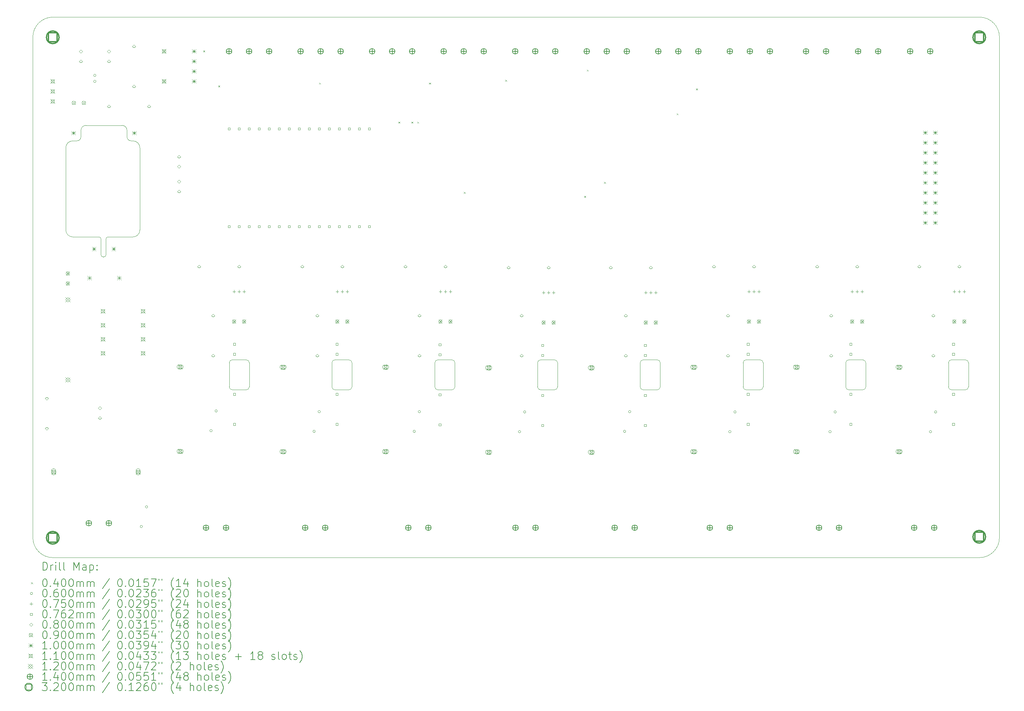
<source format=gbr>
%TF.GenerationSoftware,KiCad,Pcbnew,7.0.9-7.0.9~ubuntu23.04.1*%
%TF.CreationDate,2023-11-23T11:22:59-03:00*%
%TF.ProjectId,projeto_luz_prefeitura_02,70726f6a-6574-46f5-9f6c-757a5f707265,rev?*%
%TF.SameCoordinates,Original*%
%TF.FileFunction,Drillmap*%
%TF.FilePolarity,Positive*%
%FSLAX45Y45*%
G04 Gerber Fmt 4.5, Leading zero omitted, Abs format (unit mm)*
G04 Created by KiCad (PCBNEW 7.0.9-7.0.9~ubuntu23.04.1) date 2023-11-23 11:22:59*
%MOMM*%
%LPD*%
G01*
G04 APERTURE LIST*
%ADD10C,0.100000*%
%ADD11C,0.200000*%
%ADD12C,0.110000*%
%ADD13C,0.120000*%
%ADD14C,0.140000*%
%ADD15C,0.320000*%
G04 APERTURE END LIST*
D10*
X20147990Y-12071150D02*
X20147990Y-11461550D01*
X7117790Y-12071150D02*
G75*
G03*
X7193990Y-12147350I76200J0D01*
G01*
X3941000Y-8771450D02*
X3915600Y-8771450D01*
X12407600Y-11385350D02*
X12763200Y-11385350D01*
X9796660Y-11385350D02*
G75*
G03*
X9720460Y-11461550I0J-76200D01*
G01*
X17970200Y-12147350D02*
X17614600Y-12147350D01*
X2137210Y-15896790D02*
G75*
G03*
X2645210Y-16404790I508000J0D01*
G01*
X10152260Y-12147350D02*
G75*
G03*
X10228460Y-12071150I0J76200D01*
G01*
X25862990Y-11461550D02*
G75*
G03*
X25786790Y-11385350I-76200J0D01*
G01*
X3864800Y-8720650D02*
X3864800Y-8317860D01*
X26140210Y-2688790D02*
X2645210Y-2688790D01*
X25786790Y-12147350D02*
X25431190Y-12147350D01*
X17538400Y-12071150D02*
X17538400Y-11461550D01*
X10228460Y-11461550D02*
G75*
G03*
X10152260Y-11385350I-76200J0D01*
G01*
X25862990Y-11461550D02*
X25862990Y-12071150D01*
X14934900Y-12071150D02*
G75*
G03*
X15011100Y-12147350I76200J0D01*
G01*
X3941000Y-8771450D02*
G75*
G03*
X3991800Y-8720650I0J50800D01*
G01*
X3149990Y-5828660D02*
G75*
G03*
X2972190Y-6006460I0J-177800D01*
G01*
X18046400Y-11461550D02*
G75*
G03*
X17970200Y-11385350I-76200J0D01*
G01*
X15442900Y-11461550D02*
X15442900Y-12071150D01*
X9720460Y-12071150D02*
X9720460Y-11461550D01*
X4397130Y-5434960D02*
X3483800Y-5434960D01*
X12407600Y-11385350D02*
G75*
G03*
X12331400Y-11461550I0J-76200D01*
G01*
X15442900Y-11461550D02*
G75*
G03*
X15366700Y-11385350I-76200J0D01*
G01*
X9720460Y-12071150D02*
G75*
G03*
X9796660Y-12147350I76200J0D01*
G01*
X25786790Y-12147350D02*
G75*
G03*
X25862990Y-12071150I0J76200D01*
G01*
X2972190Y-6006460D02*
X2972190Y-8089260D01*
X17538400Y-12071150D02*
G75*
G03*
X17614600Y-12147350I76200J0D01*
G01*
X26648210Y-15896790D02*
X26648210Y-3196790D01*
X10152260Y-12147350D02*
X9796660Y-12147350D01*
X26648210Y-3196790D02*
G75*
G03*
X26140210Y-2688790I-508000J0D01*
G01*
X2972190Y-8089260D02*
G75*
G03*
X3149990Y-8267060I177800J0D01*
G01*
X17970200Y-12147350D02*
G75*
G03*
X18046400Y-12071150I0J76200D01*
G01*
X15366700Y-12147350D02*
G75*
G03*
X15442900Y-12071150I0J76200D01*
G01*
X22827300Y-11385350D02*
X23182900Y-11385350D01*
X7625790Y-11461550D02*
G75*
G03*
X7549590Y-11385350I-76200J0D01*
G01*
X3255200Y-5828660D02*
X3149990Y-5828660D01*
X3991800Y-8317860D02*
X3991800Y-8365050D01*
X3483800Y-5434960D02*
G75*
G03*
X3356800Y-5561960I0J-127000D01*
G01*
X3356800Y-5727060D02*
X3356800Y-5561960D01*
X23182900Y-12147350D02*
X22827300Y-12147350D01*
X4524130Y-5561960D02*
G75*
G03*
X4397130Y-5434960I-127000J0D01*
G01*
X17614600Y-11385350D02*
G75*
G03*
X17538400Y-11461550I0J-76200D01*
G01*
X20224190Y-11385350D02*
X20579790Y-11385350D01*
X2645210Y-2688790D02*
G75*
G03*
X2137210Y-3196790I0J-508000D01*
G01*
X2137210Y-3196790D02*
X2137210Y-15896790D01*
X25431190Y-11385350D02*
X25786790Y-11385350D01*
X4042600Y-8267060D02*
X4673990Y-8267060D01*
X3864800Y-8317860D02*
G75*
G03*
X3814000Y-8267060I-50800J0D01*
G01*
X4524130Y-5727060D02*
G75*
G03*
X4625730Y-5828660I101600J0D01*
G01*
X7549590Y-12147350D02*
X7193990Y-12147350D01*
X7193990Y-11385350D02*
G75*
G03*
X7117790Y-11461550I0J-76200D01*
G01*
X15011100Y-11385350D02*
X15366700Y-11385350D01*
X3864800Y-8720650D02*
G75*
G03*
X3915600Y-8771450I50800J0D01*
G01*
X12331400Y-12071150D02*
G75*
G03*
X12407600Y-12147350I76200J0D01*
G01*
X22827300Y-11385350D02*
G75*
G03*
X22751100Y-11461550I0J-76200D01*
G01*
X17614600Y-11385350D02*
X17970200Y-11385350D01*
X12763200Y-12147350D02*
X12407600Y-12147350D01*
X20579790Y-12147350D02*
G75*
G03*
X20655990Y-12071150I0J76200D01*
G01*
X23182900Y-12147350D02*
G75*
G03*
X23259100Y-12071150I0J76200D01*
G01*
X20655990Y-11461550D02*
G75*
G03*
X20579790Y-11385350I-76200J0D01*
G01*
X12839400Y-11461550D02*
X12839400Y-12071150D01*
X26140210Y-16404790D02*
G75*
G03*
X26648210Y-15896790I0J508000D01*
G01*
X23259100Y-11461550D02*
X23259100Y-12071150D01*
X20579790Y-12147350D02*
X20224190Y-12147350D01*
X7193990Y-11385350D02*
X7549590Y-11385350D01*
X20147990Y-12071150D02*
G75*
G03*
X20224190Y-12147350I76200J0D01*
G01*
X4851790Y-8089260D02*
X4851790Y-6006460D01*
X15366700Y-12147350D02*
X15011100Y-12147350D01*
X15011100Y-11385350D02*
G75*
G03*
X14934900Y-11461550I0J-76200D01*
G01*
X3255200Y-5828660D02*
G75*
G03*
X3356800Y-5727060I0J101600D01*
G01*
X4673990Y-5828660D02*
X4625730Y-5828660D01*
X3991800Y-8365050D02*
X3991800Y-8720650D01*
X23259100Y-11461550D02*
G75*
G03*
X23182900Y-11385350I-76200J0D01*
G01*
X25354990Y-12071150D02*
G75*
G03*
X25431190Y-12147350I76200J0D01*
G01*
X4042600Y-8267060D02*
G75*
G03*
X3991800Y-8317860I0J-50800D01*
G01*
X9796660Y-11385350D02*
X10152260Y-11385350D01*
X4851790Y-6006460D02*
G75*
G03*
X4673990Y-5828660I-177800J0D01*
G01*
X25354990Y-12071150D02*
X25354990Y-11461550D01*
X12331400Y-12071150D02*
X12331400Y-11461550D01*
X25431190Y-11385350D02*
G75*
G03*
X25354990Y-11461550I0J-76200D01*
G01*
X14934900Y-12071150D02*
X14934900Y-11461550D01*
X4673990Y-8267060D02*
G75*
G03*
X4851790Y-8089260I0J177800D01*
G01*
X18046400Y-11461550D02*
X18046400Y-12071150D01*
X4524130Y-5561960D02*
X4524130Y-5727060D01*
X7625790Y-11461550D02*
X7625790Y-12071150D01*
X22751100Y-12071150D02*
X22751100Y-11461550D01*
X26140210Y-16404790D02*
X2645210Y-16404790D01*
X7549590Y-12147350D02*
G75*
G03*
X7625790Y-12071150I0J76200D01*
G01*
X10228460Y-11461550D02*
X10228460Y-12071150D01*
X22751100Y-12071150D02*
G75*
G03*
X22827300Y-12147350I76200J0D01*
G01*
X12763200Y-12147350D02*
G75*
G03*
X12839400Y-12071150I0J76200D01*
G01*
X12839400Y-11461550D02*
G75*
G03*
X12763200Y-11385350I-76200J0D01*
G01*
X3149990Y-8267060D02*
X3814000Y-8267060D01*
X20655990Y-11461550D02*
X20655990Y-12071150D01*
X7117790Y-12071150D02*
X7117790Y-11461550D01*
X20224190Y-11385350D02*
G75*
G03*
X20147990Y-11461550I0J-76200D01*
G01*
D11*
D10*
X6457000Y-3536000D02*
X6497000Y-3576000D01*
X6497000Y-3536000D02*
X6457000Y-3576000D01*
X6838000Y-4425000D02*
X6878000Y-4465000D01*
X6878000Y-4425000D02*
X6838000Y-4465000D01*
X9395650Y-4351980D02*
X9435650Y-4391980D01*
X9435650Y-4351980D02*
X9395650Y-4391980D01*
X11405460Y-5342220D02*
X11445460Y-5382220D01*
X11445460Y-5342220D02*
X11405460Y-5382220D01*
X11738310Y-5342220D02*
X11778310Y-5382220D01*
X11778310Y-5342220D02*
X11738310Y-5382220D01*
X11884850Y-5342220D02*
X11924850Y-5382220D01*
X11924850Y-5342220D02*
X11884850Y-5382220D01*
X12181990Y-4351780D02*
X12221990Y-4391780D01*
X12221990Y-4351780D02*
X12181990Y-4391780D01*
X13064960Y-7123600D02*
X13104960Y-7163600D01*
X13104960Y-7123600D02*
X13064960Y-7163600D01*
X14113780Y-4279080D02*
X14153780Y-4319080D01*
X14153780Y-4279080D02*
X14113780Y-4319080D01*
X16116960Y-7223140D02*
X16156960Y-7263140D01*
X16156960Y-7223140D02*
X16116960Y-7263140D01*
X16185290Y-4021780D02*
X16225290Y-4061780D01*
X16225290Y-4021780D02*
X16185290Y-4061780D01*
X16620470Y-6869600D02*
X16660470Y-6909600D01*
X16660470Y-6869600D02*
X16620470Y-6909600D01*
X18463550Y-5130230D02*
X18503550Y-5170230D01*
X18503550Y-5130230D02*
X18463550Y-5170230D01*
X18954490Y-4497950D02*
X18994490Y-4537950D01*
X18994490Y-4497950D02*
X18954490Y-4537950D01*
X3738400Y-4168000D02*
G75*
G03*
X3738400Y-4168000I-30000J0D01*
G01*
X3738400Y-4318000D02*
G75*
G03*
X3738400Y-4318000I-30000J0D01*
G01*
X4918000Y-15617000D02*
G75*
G03*
X4918000Y-15617000I-30000J0D01*
G01*
X5048000Y-15117000D02*
G75*
G03*
X5048000Y-15117000I-30000J0D01*
G01*
X6684800Y-13182600D02*
G75*
G03*
X6684800Y-13182600I-30000J0D01*
G01*
X6814800Y-12682600D02*
G75*
G03*
X6814800Y-12682600I-30000J0D01*
G01*
X9298000Y-13200000D02*
G75*
G03*
X9298000Y-13200000I-30000J0D01*
G01*
X9428000Y-12700000D02*
G75*
G03*
X9428000Y-12700000I-30000J0D01*
G01*
X11838000Y-13200000D02*
G75*
G03*
X11838000Y-13200000I-30000J0D01*
G01*
X11968000Y-12700000D02*
G75*
G03*
X11968000Y-12700000I-30000J0D01*
G01*
X14508000Y-13208000D02*
G75*
G03*
X14508000Y-13208000I-30000J0D01*
G01*
X14638000Y-12708000D02*
G75*
G03*
X14638000Y-12708000I-30000J0D01*
G01*
X17172000Y-13200000D02*
G75*
G03*
X17172000Y-13200000I-30000J0D01*
G01*
X17302000Y-12700000D02*
G75*
G03*
X17302000Y-12700000I-30000J0D01*
G01*
X19842000Y-13208000D02*
G75*
G03*
X19842000Y-13208000I-30000J0D01*
G01*
X19972000Y-12708000D02*
G75*
G03*
X19972000Y-12708000I-30000J0D01*
G01*
X22382000Y-13208000D02*
G75*
G03*
X22382000Y-13208000I-30000J0D01*
G01*
X22512000Y-12708000D02*
G75*
G03*
X22512000Y-12708000I-30000J0D01*
G01*
X24929900Y-13208000D02*
G75*
G03*
X24929900Y-13208000I-30000J0D01*
G01*
X25059900Y-12708000D02*
G75*
G03*
X25059900Y-12708000I-30000J0D01*
G01*
X7239000Y-9614500D02*
X7239000Y-9689500D01*
X7201500Y-9652000D02*
X7276500Y-9652000D01*
X7366000Y-9614500D02*
X7366000Y-9689500D01*
X7328500Y-9652000D02*
X7403500Y-9652000D01*
X7493000Y-9614500D02*
X7493000Y-9689500D01*
X7455500Y-9652000D02*
X7530500Y-9652000D01*
X9855200Y-9614500D02*
X9855200Y-9689500D01*
X9817700Y-9652000D02*
X9892700Y-9652000D01*
X9982200Y-9614500D02*
X9982200Y-9689500D01*
X9944700Y-9652000D02*
X10019700Y-9652000D01*
X10109200Y-9614500D02*
X10109200Y-9689500D01*
X10071700Y-9652000D02*
X10146700Y-9652000D01*
X12471400Y-9614500D02*
X12471400Y-9689500D01*
X12433900Y-9652000D02*
X12508900Y-9652000D01*
X12598400Y-9614500D02*
X12598400Y-9689500D01*
X12560900Y-9652000D02*
X12635900Y-9652000D01*
X12725400Y-9614500D02*
X12725400Y-9689500D01*
X12687900Y-9652000D02*
X12762900Y-9652000D01*
X15087600Y-9639900D02*
X15087600Y-9714900D01*
X15050100Y-9677400D02*
X15125100Y-9677400D01*
X15214600Y-9639900D02*
X15214600Y-9714900D01*
X15177100Y-9677400D02*
X15252100Y-9677400D01*
X15341600Y-9639900D02*
X15341600Y-9714900D01*
X15304100Y-9677400D02*
X15379100Y-9677400D01*
X17678400Y-9639900D02*
X17678400Y-9714900D01*
X17640900Y-9677400D02*
X17715900Y-9677400D01*
X17805400Y-9639900D02*
X17805400Y-9714900D01*
X17767900Y-9677400D02*
X17842900Y-9677400D01*
X17932400Y-9639900D02*
X17932400Y-9714900D01*
X17894900Y-9677400D02*
X17969900Y-9677400D01*
X20294600Y-9614500D02*
X20294600Y-9689500D01*
X20257100Y-9652000D02*
X20332100Y-9652000D01*
X20421600Y-9614500D02*
X20421600Y-9689500D01*
X20384100Y-9652000D02*
X20459100Y-9652000D01*
X20548600Y-9614500D02*
X20548600Y-9689500D01*
X20511100Y-9652000D02*
X20586100Y-9652000D01*
X22910800Y-9614500D02*
X22910800Y-9689500D01*
X22873300Y-9652000D02*
X22948300Y-9652000D01*
X23037800Y-9614500D02*
X23037800Y-9689500D01*
X23000300Y-9652000D02*
X23075300Y-9652000D01*
X23164800Y-9614500D02*
X23164800Y-9689500D01*
X23127300Y-9652000D02*
X23202300Y-9652000D01*
X25501600Y-9614500D02*
X25501600Y-9689500D01*
X25464100Y-9652000D02*
X25539100Y-9652000D01*
X25628600Y-9614500D02*
X25628600Y-9689500D01*
X25591100Y-9652000D02*
X25666100Y-9652000D01*
X25755600Y-9614500D02*
X25755600Y-9689500D01*
X25718100Y-9652000D02*
X25793100Y-9652000D01*
X7138941Y-5550341D02*
X7138941Y-5496459D01*
X7085059Y-5496459D01*
X7085059Y-5550341D01*
X7138941Y-5550341D01*
X7138941Y-8031941D02*
X7138941Y-7978059D01*
X7085059Y-7978059D01*
X7085059Y-8031941D01*
X7138941Y-8031941D01*
X7272221Y-11014981D02*
X7272221Y-10961099D01*
X7218339Y-10961099D01*
X7218339Y-11014981D01*
X7272221Y-11014981D01*
X7272221Y-11268981D02*
X7272221Y-11215099D01*
X7218339Y-11215099D01*
X7218339Y-11268981D01*
X7272221Y-11268981D01*
X7272221Y-12284981D02*
X7272221Y-12231099D01*
X7218339Y-12231099D01*
X7218339Y-12284981D01*
X7272221Y-12284981D01*
X7272221Y-13046981D02*
X7272221Y-12993099D01*
X7218339Y-12993099D01*
X7218339Y-13046981D01*
X7272221Y-13046981D01*
X7392941Y-5550341D02*
X7392941Y-5496459D01*
X7339059Y-5496459D01*
X7339059Y-5550341D01*
X7392941Y-5550341D01*
X7392941Y-8031941D02*
X7392941Y-7978059D01*
X7339059Y-7978059D01*
X7339059Y-8031941D01*
X7392941Y-8031941D01*
X7646941Y-5550341D02*
X7646941Y-5496459D01*
X7593059Y-5496459D01*
X7593059Y-5550341D01*
X7646941Y-5550341D01*
X7646941Y-8031941D02*
X7646941Y-7978059D01*
X7593059Y-7978059D01*
X7593059Y-8031941D01*
X7646941Y-8031941D01*
X7900941Y-5550341D02*
X7900941Y-5496459D01*
X7847059Y-5496459D01*
X7847059Y-5550341D01*
X7900941Y-5550341D01*
X7900941Y-8031941D02*
X7900941Y-7978059D01*
X7847059Y-7978059D01*
X7847059Y-8031941D01*
X7900941Y-8031941D01*
X8154941Y-5550341D02*
X8154941Y-5496459D01*
X8101059Y-5496459D01*
X8101059Y-5550341D01*
X8154941Y-5550341D01*
X8154941Y-8031941D02*
X8154941Y-7978059D01*
X8101059Y-7978059D01*
X8101059Y-8031941D01*
X8154941Y-8031941D01*
X8408941Y-5550341D02*
X8408941Y-5496459D01*
X8355059Y-5496459D01*
X8355059Y-5550341D01*
X8408941Y-5550341D01*
X8408941Y-8031941D02*
X8408941Y-7978059D01*
X8355059Y-7978059D01*
X8355059Y-8031941D01*
X8408941Y-8031941D01*
X8662941Y-5550341D02*
X8662941Y-5496459D01*
X8609059Y-5496459D01*
X8609059Y-5550341D01*
X8662941Y-5550341D01*
X8662941Y-8031941D02*
X8662941Y-7978059D01*
X8609059Y-7978059D01*
X8609059Y-8031941D01*
X8662941Y-8031941D01*
X8916941Y-5550341D02*
X8916941Y-5496459D01*
X8863059Y-5496459D01*
X8863059Y-5550341D01*
X8916941Y-5550341D01*
X8916941Y-8031941D02*
X8916941Y-7978059D01*
X8863059Y-7978059D01*
X8863059Y-8031941D01*
X8916941Y-8031941D01*
X9170941Y-5550341D02*
X9170941Y-5496459D01*
X9117059Y-5496459D01*
X9117059Y-5550341D01*
X9170941Y-5550341D01*
X9170941Y-8031941D02*
X9170941Y-7978059D01*
X9117059Y-7978059D01*
X9117059Y-8031941D01*
X9170941Y-8031941D01*
X9424941Y-5550341D02*
X9424941Y-5496459D01*
X9371059Y-5496459D01*
X9371059Y-5550341D01*
X9424941Y-5550341D01*
X9424941Y-8031941D02*
X9424941Y-7978059D01*
X9371059Y-7978059D01*
X9371059Y-8031941D01*
X9424941Y-8031941D01*
X9678941Y-5550341D02*
X9678941Y-5496459D01*
X9625059Y-5496459D01*
X9625059Y-5550341D01*
X9678941Y-5550341D01*
X9678941Y-8031941D02*
X9678941Y-7978059D01*
X9625059Y-7978059D01*
X9625059Y-8031941D01*
X9678941Y-8031941D01*
X9874701Y-11014981D02*
X9874701Y-10961099D01*
X9820819Y-10961099D01*
X9820819Y-11014981D01*
X9874701Y-11014981D01*
X9874701Y-11268981D02*
X9874701Y-11215099D01*
X9820819Y-11215099D01*
X9820819Y-11268981D01*
X9874701Y-11268981D01*
X9874701Y-12284981D02*
X9874701Y-12231099D01*
X9820819Y-12231099D01*
X9820819Y-12284981D01*
X9874701Y-12284981D01*
X9874701Y-13046981D02*
X9874701Y-12993099D01*
X9820819Y-12993099D01*
X9820819Y-13046981D01*
X9874701Y-13046981D01*
X9932941Y-5550341D02*
X9932941Y-5496459D01*
X9879059Y-5496459D01*
X9879059Y-5550341D01*
X9932941Y-5550341D01*
X9932941Y-8031941D02*
X9932941Y-7978059D01*
X9879059Y-7978059D01*
X9879059Y-8031941D01*
X9932941Y-8031941D01*
X10186941Y-5550341D02*
X10186941Y-5496459D01*
X10133059Y-5496459D01*
X10133059Y-5550341D01*
X10186941Y-5550341D01*
X10186941Y-8031941D02*
X10186941Y-7978059D01*
X10133059Y-7978059D01*
X10133059Y-8031941D01*
X10186941Y-8031941D01*
X10440941Y-5550341D02*
X10440941Y-5496459D01*
X10387059Y-5496459D01*
X10387059Y-5550341D01*
X10440941Y-5550341D01*
X10440941Y-8031941D02*
X10440941Y-7978059D01*
X10387059Y-7978059D01*
X10387059Y-8031941D01*
X10440941Y-8031941D01*
X10694941Y-5550341D02*
X10694941Y-5496459D01*
X10641059Y-5496459D01*
X10641059Y-5550341D01*
X10694941Y-5550341D01*
X10694941Y-8031941D02*
X10694941Y-7978059D01*
X10641059Y-7978059D01*
X10641059Y-8031941D01*
X10694941Y-8031941D01*
X12485641Y-11025141D02*
X12485641Y-10971259D01*
X12431759Y-10971259D01*
X12431759Y-11025141D01*
X12485641Y-11025141D01*
X12485641Y-11279141D02*
X12485641Y-11225259D01*
X12431759Y-11225259D01*
X12431759Y-11279141D01*
X12485641Y-11279141D01*
X12485641Y-12295141D02*
X12485641Y-12241259D01*
X12431759Y-12241259D01*
X12431759Y-12295141D01*
X12485641Y-12295141D01*
X12485641Y-13057141D02*
X12485641Y-13003259D01*
X12431759Y-13003259D01*
X12431759Y-13057141D01*
X12485641Y-13057141D01*
X15089141Y-11042141D02*
X15089141Y-10988259D01*
X15035259Y-10988259D01*
X15035259Y-11042141D01*
X15089141Y-11042141D01*
X15089141Y-11296141D02*
X15089141Y-11242259D01*
X15035259Y-11242259D01*
X15035259Y-11296141D01*
X15089141Y-11296141D01*
X15089141Y-12312141D02*
X15089141Y-12258259D01*
X15035259Y-12258259D01*
X15035259Y-12312141D01*
X15089141Y-12312141D01*
X15089141Y-13074141D02*
X15089141Y-13020259D01*
X15035259Y-13020259D01*
X15035259Y-13074141D01*
X15089141Y-13074141D01*
X17692641Y-11042141D02*
X17692641Y-10988259D01*
X17638759Y-10988259D01*
X17638759Y-11042141D01*
X17692641Y-11042141D01*
X17692641Y-11296141D02*
X17692641Y-11242259D01*
X17638759Y-11242259D01*
X17638759Y-11296141D01*
X17692641Y-11296141D01*
X17692641Y-12312141D02*
X17692641Y-12258259D01*
X17638759Y-12258259D01*
X17638759Y-12312141D01*
X17692641Y-12312141D01*
X17692641Y-13074141D02*
X17692641Y-13020259D01*
X17638759Y-13020259D01*
X17638759Y-13074141D01*
X17692641Y-13074141D01*
X20301841Y-11014981D02*
X20301841Y-10961099D01*
X20247959Y-10961099D01*
X20247959Y-11014981D01*
X20301841Y-11014981D01*
X20301841Y-11268981D02*
X20301841Y-11215099D01*
X20247959Y-11215099D01*
X20247959Y-11268981D01*
X20301841Y-11268981D01*
X20301841Y-12284981D02*
X20301841Y-12231099D01*
X20247959Y-12231099D01*
X20247959Y-12284981D01*
X20301841Y-12284981D01*
X20301841Y-13046981D02*
X20301841Y-12993099D01*
X20247959Y-12993099D01*
X20247959Y-13046981D01*
X20301841Y-13046981D01*
X22905341Y-11014981D02*
X22905341Y-10961099D01*
X22851459Y-10961099D01*
X22851459Y-11014981D01*
X22905341Y-11014981D01*
X22905341Y-11268981D02*
X22905341Y-11215099D01*
X22851459Y-11215099D01*
X22851459Y-11268981D01*
X22905341Y-11268981D01*
X22905341Y-12284981D02*
X22905341Y-12231099D01*
X22851459Y-12231099D01*
X22851459Y-12284981D01*
X22905341Y-12284981D01*
X22905341Y-13046981D02*
X22905341Y-12993099D01*
X22851459Y-12993099D01*
X22851459Y-13046981D01*
X22905341Y-13046981D01*
X25508841Y-11014981D02*
X25508841Y-10961099D01*
X25454959Y-10961099D01*
X25454959Y-11014981D01*
X25508841Y-11014981D01*
X25508841Y-11268981D02*
X25508841Y-11215099D01*
X25454959Y-11215099D01*
X25454959Y-11268981D01*
X25508841Y-11268981D01*
X25508841Y-12284981D02*
X25508841Y-12231099D01*
X25454959Y-12231099D01*
X25454959Y-12284981D01*
X25508841Y-12284981D01*
X25508841Y-13046981D02*
X25508841Y-12993099D01*
X25454959Y-12993099D01*
X25454959Y-13046981D01*
X25508841Y-13046981D01*
X2489200Y-12407370D02*
X2529200Y-12367370D01*
X2489200Y-12327370D01*
X2449200Y-12367370D01*
X2489200Y-12407370D01*
X2489200Y-13169370D02*
X2529200Y-13129370D01*
X2489200Y-13089370D01*
X2449200Y-13129370D01*
X2489200Y-13169370D01*
X3352800Y-3600000D02*
X3392800Y-3560000D01*
X3352800Y-3520000D01*
X3312800Y-3560000D01*
X3352800Y-3600000D01*
X3352800Y-3850000D02*
X3392800Y-3810000D01*
X3352800Y-3770000D01*
X3312800Y-3810000D01*
X3352800Y-3850000D01*
X3836290Y-12650140D02*
X3876290Y-12610140D01*
X3836290Y-12570140D01*
X3796290Y-12610140D01*
X3836290Y-12650140D01*
X3836290Y-12900140D02*
X3876290Y-12860140D01*
X3836290Y-12820140D01*
X3796290Y-12860140D01*
X3836290Y-12900140D01*
X4064000Y-3600000D02*
X4104000Y-3560000D01*
X4064000Y-3520000D01*
X4024000Y-3560000D01*
X4064000Y-3600000D01*
X4064000Y-3850000D02*
X4104000Y-3810000D01*
X4064000Y-3770000D01*
X4024000Y-3810000D01*
X4064000Y-3850000D01*
X4064000Y-4993000D02*
X4104000Y-4953000D01*
X4064000Y-4913000D01*
X4024000Y-4953000D01*
X4064000Y-4993000D01*
X4699000Y-3469000D02*
X4739000Y-3429000D01*
X4699000Y-3389000D01*
X4659000Y-3429000D01*
X4699000Y-3469000D01*
X4699000Y-4485000D02*
X4739000Y-4445000D01*
X4699000Y-4405000D01*
X4659000Y-4445000D01*
X4699000Y-4485000D01*
X5080000Y-4993000D02*
X5120000Y-4953000D01*
X5080000Y-4913000D01*
X5040000Y-4953000D01*
X5080000Y-4993000D01*
X5842000Y-6271000D02*
X5882000Y-6231000D01*
X5842000Y-6191000D01*
X5802000Y-6231000D01*
X5842000Y-6271000D01*
X5842000Y-6521000D02*
X5882000Y-6481000D01*
X5842000Y-6441000D01*
X5802000Y-6481000D01*
X5842000Y-6521000D01*
X5842000Y-6902000D02*
X5882000Y-6862000D01*
X5842000Y-6822000D01*
X5802000Y-6862000D01*
X5842000Y-6902000D01*
X5842000Y-7152000D02*
X5882000Y-7112000D01*
X5842000Y-7072000D01*
X5802000Y-7112000D01*
X5842000Y-7152000D01*
X6350000Y-9057000D02*
X6390000Y-9017000D01*
X6350000Y-8977000D01*
X6310000Y-9017000D01*
X6350000Y-9057000D01*
X6705600Y-10301600D02*
X6745600Y-10261600D01*
X6705600Y-10221600D01*
X6665600Y-10261600D01*
X6705600Y-10301600D01*
X6705600Y-11317600D02*
X6745600Y-11277600D01*
X6705600Y-11237600D01*
X6665600Y-11277600D01*
X6705600Y-11317600D01*
X7366000Y-9057000D02*
X7406000Y-9017000D01*
X7366000Y-8977000D01*
X7326000Y-9017000D01*
X7366000Y-9057000D01*
X8966200Y-9057000D02*
X9006200Y-9017000D01*
X8966200Y-8977000D01*
X8926200Y-9017000D01*
X8966200Y-9057000D01*
X9347200Y-10301600D02*
X9387200Y-10261600D01*
X9347200Y-10221600D01*
X9307200Y-10261600D01*
X9347200Y-10301600D01*
X9347200Y-11317600D02*
X9387200Y-11277600D01*
X9347200Y-11237600D01*
X9307200Y-11277600D01*
X9347200Y-11317600D01*
X9982200Y-9057000D02*
X10022200Y-9017000D01*
X9982200Y-8977000D01*
X9942200Y-9017000D01*
X9982200Y-9057000D01*
X11582400Y-9057000D02*
X11622400Y-9017000D01*
X11582400Y-8977000D01*
X11542400Y-9017000D01*
X11582400Y-9057000D01*
X11938000Y-10301600D02*
X11978000Y-10261600D01*
X11938000Y-10221600D01*
X11898000Y-10261600D01*
X11938000Y-10301600D01*
X11938000Y-11317600D02*
X11978000Y-11277600D01*
X11938000Y-11237600D01*
X11898000Y-11277600D01*
X11938000Y-11317600D01*
X12598400Y-9057000D02*
X12638400Y-9017000D01*
X12598400Y-8977000D01*
X12558400Y-9017000D01*
X12598400Y-9057000D01*
X14198600Y-9082400D02*
X14238600Y-9042400D01*
X14198600Y-9002400D01*
X14158600Y-9042400D01*
X14198600Y-9082400D01*
X14528800Y-10301600D02*
X14568800Y-10261600D01*
X14528800Y-10221600D01*
X14488800Y-10261600D01*
X14528800Y-10301600D01*
X14528800Y-11317600D02*
X14568800Y-11277600D01*
X14528800Y-11237600D01*
X14488800Y-11277600D01*
X14528800Y-11317600D01*
X15214600Y-9082400D02*
X15254600Y-9042400D01*
X15214600Y-9002400D01*
X15174600Y-9042400D01*
X15214600Y-9082400D01*
X16789400Y-9082400D02*
X16829400Y-9042400D01*
X16789400Y-9002400D01*
X16749400Y-9042400D01*
X16789400Y-9082400D01*
X17170400Y-10301600D02*
X17210400Y-10261600D01*
X17170400Y-10221600D01*
X17130400Y-10261600D01*
X17170400Y-10301600D01*
X17170400Y-11317600D02*
X17210400Y-11277600D01*
X17170400Y-11237600D01*
X17130400Y-11277600D01*
X17170400Y-11317600D01*
X17805400Y-9082400D02*
X17845400Y-9042400D01*
X17805400Y-9002400D01*
X17765400Y-9042400D01*
X17805400Y-9082400D01*
X19405600Y-9057000D02*
X19445600Y-9017000D01*
X19405600Y-8977000D01*
X19365600Y-9017000D01*
X19405600Y-9057000D01*
X19761200Y-10301600D02*
X19801200Y-10261600D01*
X19761200Y-10221600D01*
X19721200Y-10261600D01*
X19761200Y-10301600D01*
X19761200Y-11317600D02*
X19801200Y-11277600D01*
X19761200Y-11237600D01*
X19721200Y-11277600D01*
X19761200Y-11317600D01*
X20421600Y-9057000D02*
X20461600Y-9017000D01*
X20421600Y-8977000D01*
X20381600Y-9017000D01*
X20421600Y-9057000D01*
X22021800Y-9057000D02*
X22061800Y-9017000D01*
X22021800Y-8977000D01*
X21981800Y-9017000D01*
X22021800Y-9057000D01*
X22377400Y-10301600D02*
X22417400Y-10261600D01*
X22377400Y-10221600D01*
X22337400Y-10261600D01*
X22377400Y-10301600D01*
X22377400Y-11317600D02*
X22417400Y-11277600D01*
X22377400Y-11237600D01*
X22337400Y-11277600D01*
X22377400Y-11317600D01*
X23037800Y-9057000D02*
X23077800Y-9017000D01*
X23037800Y-8977000D01*
X22997800Y-9017000D01*
X23037800Y-9057000D01*
X24612600Y-9057000D02*
X24652600Y-9017000D01*
X24612600Y-8977000D01*
X24572600Y-9017000D01*
X24612600Y-9057000D01*
X24968200Y-10301600D02*
X25008200Y-10261600D01*
X24968200Y-10221600D01*
X24928200Y-10261600D01*
X24968200Y-10301600D01*
X24968200Y-11317600D02*
X25008200Y-11277600D01*
X24968200Y-11237600D01*
X24928200Y-11277600D01*
X24968200Y-11317600D01*
X25628600Y-9057000D02*
X25668600Y-9017000D01*
X25628600Y-8977000D01*
X25588600Y-9017000D01*
X25628600Y-9057000D01*
X2977600Y-9149800D02*
X3067600Y-9239800D01*
X3067600Y-9149800D02*
X2977600Y-9239800D01*
X3067600Y-9194800D02*
G75*
G03*
X3067600Y-9194800I-45000J0D01*
G01*
X2977600Y-9403800D02*
X3067600Y-9493800D01*
X3067600Y-9403800D02*
X2977600Y-9493800D01*
X3067600Y-9448800D02*
G75*
G03*
X3067600Y-9448800I-45000J0D01*
G01*
X3130000Y-4818460D02*
X3220000Y-4908460D01*
X3220000Y-4818460D02*
X3130000Y-4908460D01*
X3220000Y-4863460D02*
G75*
G03*
X3220000Y-4863460I-45000J0D01*
G01*
X3384000Y-4818460D02*
X3474000Y-4908460D01*
X3474000Y-4818460D02*
X3384000Y-4908460D01*
X3474000Y-4863460D02*
G75*
G03*
X3474000Y-4863460I-45000J0D01*
G01*
X7194000Y-10369000D02*
X7284000Y-10459000D01*
X7284000Y-10369000D02*
X7194000Y-10459000D01*
X7284000Y-10414000D02*
G75*
G03*
X7284000Y-10414000I-45000J0D01*
G01*
X7448000Y-10369000D02*
X7538000Y-10459000D01*
X7538000Y-10369000D02*
X7448000Y-10459000D01*
X7538000Y-10414000D02*
G75*
G03*
X7538000Y-10414000I-45000J0D01*
G01*
X9810200Y-10369000D02*
X9900200Y-10459000D01*
X9900200Y-10369000D02*
X9810200Y-10459000D01*
X9900200Y-10414000D02*
G75*
G03*
X9900200Y-10414000I-45000J0D01*
G01*
X10064200Y-10369000D02*
X10154200Y-10459000D01*
X10154200Y-10369000D02*
X10064200Y-10459000D01*
X10154200Y-10414000D02*
G75*
G03*
X10154200Y-10414000I-45000J0D01*
G01*
X12426400Y-10369000D02*
X12516400Y-10459000D01*
X12516400Y-10369000D02*
X12426400Y-10459000D01*
X12516400Y-10414000D02*
G75*
G03*
X12516400Y-10414000I-45000J0D01*
G01*
X12680400Y-10369000D02*
X12770400Y-10459000D01*
X12770400Y-10369000D02*
X12680400Y-10459000D01*
X12770400Y-10414000D02*
G75*
G03*
X12770400Y-10414000I-45000J0D01*
G01*
X15042600Y-10394400D02*
X15132600Y-10484400D01*
X15132600Y-10394400D02*
X15042600Y-10484400D01*
X15132600Y-10439400D02*
G75*
G03*
X15132600Y-10439400I-45000J0D01*
G01*
X15296600Y-10394400D02*
X15386600Y-10484400D01*
X15386600Y-10394400D02*
X15296600Y-10484400D01*
X15386600Y-10439400D02*
G75*
G03*
X15386600Y-10439400I-45000J0D01*
G01*
X17633400Y-10394400D02*
X17723400Y-10484400D01*
X17723400Y-10394400D02*
X17633400Y-10484400D01*
X17723400Y-10439400D02*
G75*
G03*
X17723400Y-10439400I-45000J0D01*
G01*
X17887400Y-10394400D02*
X17977400Y-10484400D01*
X17977400Y-10394400D02*
X17887400Y-10484400D01*
X17977400Y-10439400D02*
G75*
G03*
X17977400Y-10439400I-45000J0D01*
G01*
X20249600Y-10369000D02*
X20339600Y-10459000D01*
X20339600Y-10369000D02*
X20249600Y-10459000D01*
X20339600Y-10414000D02*
G75*
G03*
X20339600Y-10414000I-45000J0D01*
G01*
X20503600Y-10369000D02*
X20593600Y-10459000D01*
X20593600Y-10369000D02*
X20503600Y-10459000D01*
X20593600Y-10414000D02*
G75*
G03*
X20593600Y-10414000I-45000J0D01*
G01*
X22865800Y-10369000D02*
X22955800Y-10459000D01*
X22955800Y-10369000D02*
X22865800Y-10459000D01*
X22955800Y-10414000D02*
G75*
G03*
X22955800Y-10414000I-45000J0D01*
G01*
X23119800Y-10369000D02*
X23209800Y-10459000D01*
X23209800Y-10369000D02*
X23119800Y-10459000D01*
X23209800Y-10414000D02*
G75*
G03*
X23209800Y-10414000I-45000J0D01*
G01*
X25456600Y-10369000D02*
X25546600Y-10459000D01*
X25546600Y-10369000D02*
X25456600Y-10459000D01*
X25546600Y-10414000D02*
G75*
G03*
X25546600Y-10414000I-45000J0D01*
G01*
X25710600Y-10369000D02*
X25800600Y-10459000D01*
X25800600Y-10369000D02*
X25710600Y-10459000D01*
X25800600Y-10414000D02*
G75*
G03*
X25800600Y-10414000I-45000J0D01*
G01*
X3117000Y-5578250D02*
X3217000Y-5678250D01*
X3217000Y-5578250D02*
X3117000Y-5678250D01*
X3167000Y-5578250D02*
X3167000Y-5678250D01*
X3117000Y-5628250D02*
X3217000Y-5628250D01*
X3523200Y-9256560D02*
X3623200Y-9356560D01*
X3623200Y-9256560D02*
X3523200Y-9356560D01*
X3573200Y-9256560D02*
X3573200Y-9356560D01*
X3523200Y-9306560D02*
X3623200Y-9306560D01*
X3637000Y-8518250D02*
X3737000Y-8618250D01*
X3737000Y-8518250D02*
X3637000Y-8618250D01*
X3687000Y-8518250D02*
X3687000Y-8618250D01*
X3637000Y-8568250D02*
X3737000Y-8568250D01*
X4137000Y-8518250D02*
X4237000Y-8618250D01*
X4237000Y-8518250D02*
X4137000Y-8618250D01*
X4187000Y-8518250D02*
X4187000Y-8618250D01*
X4137000Y-8568250D02*
X4237000Y-8568250D01*
X4273200Y-9256560D02*
X4373200Y-9356560D01*
X4373200Y-9256560D02*
X4273200Y-9356560D01*
X4323200Y-9256560D02*
X4323200Y-9356560D01*
X4273200Y-9306560D02*
X4373200Y-9306560D01*
X4657000Y-5578250D02*
X4757000Y-5678250D01*
X4757000Y-5578250D02*
X4657000Y-5678250D01*
X4707000Y-5578250D02*
X4707000Y-5678250D01*
X4657000Y-5628250D02*
X4757000Y-5628250D01*
X6173000Y-3505000D02*
X6273000Y-3605000D01*
X6273000Y-3505000D02*
X6173000Y-3605000D01*
X6223000Y-3505000D02*
X6223000Y-3605000D01*
X6173000Y-3555000D02*
X6273000Y-3555000D01*
X6173000Y-3759000D02*
X6273000Y-3859000D01*
X6273000Y-3759000D02*
X6173000Y-3859000D01*
X6223000Y-3759000D02*
X6223000Y-3859000D01*
X6173000Y-3809000D02*
X6273000Y-3809000D01*
X6173000Y-4013000D02*
X6273000Y-4113000D01*
X6273000Y-4013000D02*
X6173000Y-4113000D01*
X6223000Y-4013000D02*
X6223000Y-4113000D01*
X6173000Y-4063000D02*
X6273000Y-4063000D01*
X6173000Y-4267000D02*
X6273000Y-4367000D01*
X6273000Y-4267000D02*
X6173000Y-4367000D01*
X6223000Y-4267000D02*
X6223000Y-4367000D01*
X6173000Y-4317000D02*
X6273000Y-4317000D01*
X24715000Y-5569600D02*
X24815000Y-5669600D01*
X24815000Y-5569600D02*
X24715000Y-5669600D01*
X24765000Y-5569600D02*
X24765000Y-5669600D01*
X24715000Y-5619600D02*
X24815000Y-5619600D01*
X24715000Y-5823600D02*
X24815000Y-5923600D01*
X24815000Y-5823600D02*
X24715000Y-5923600D01*
X24765000Y-5823600D02*
X24765000Y-5923600D01*
X24715000Y-5873600D02*
X24815000Y-5873600D01*
X24715000Y-6077600D02*
X24815000Y-6177600D01*
X24815000Y-6077600D02*
X24715000Y-6177600D01*
X24765000Y-6077600D02*
X24765000Y-6177600D01*
X24715000Y-6127600D02*
X24815000Y-6127600D01*
X24715000Y-6331600D02*
X24815000Y-6431600D01*
X24815000Y-6331600D02*
X24715000Y-6431600D01*
X24765000Y-6331600D02*
X24765000Y-6431600D01*
X24715000Y-6381600D02*
X24815000Y-6381600D01*
X24715000Y-6585600D02*
X24815000Y-6685600D01*
X24815000Y-6585600D02*
X24715000Y-6685600D01*
X24765000Y-6585600D02*
X24765000Y-6685600D01*
X24715000Y-6635600D02*
X24815000Y-6635600D01*
X24715000Y-6839600D02*
X24815000Y-6939600D01*
X24815000Y-6839600D02*
X24715000Y-6939600D01*
X24765000Y-6839600D02*
X24765000Y-6939600D01*
X24715000Y-6889600D02*
X24815000Y-6889600D01*
X24715000Y-7093600D02*
X24815000Y-7193600D01*
X24815000Y-7093600D02*
X24715000Y-7193600D01*
X24765000Y-7093600D02*
X24765000Y-7193600D01*
X24715000Y-7143600D02*
X24815000Y-7143600D01*
X24715000Y-7347600D02*
X24815000Y-7447600D01*
X24815000Y-7347600D02*
X24715000Y-7447600D01*
X24765000Y-7347600D02*
X24765000Y-7447600D01*
X24715000Y-7397600D02*
X24815000Y-7397600D01*
X24715000Y-7601600D02*
X24815000Y-7701600D01*
X24815000Y-7601600D02*
X24715000Y-7701600D01*
X24765000Y-7601600D02*
X24765000Y-7701600D01*
X24715000Y-7651600D02*
X24815000Y-7651600D01*
X24715000Y-7855600D02*
X24815000Y-7955600D01*
X24815000Y-7855600D02*
X24715000Y-7955600D01*
X24765000Y-7855600D02*
X24765000Y-7955600D01*
X24715000Y-7905600D02*
X24815000Y-7905600D01*
X24969000Y-5569600D02*
X25069000Y-5669600D01*
X25069000Y-5569600D02*
X24969000Y-5669600D01*
X25019000Y-5569600D02*
X25019000Y-5669600D01*
X24969000Y-5619600D02*
X25069000Y-5619600D01*
X24969000Y-5823600D02*
X25069000Y-5923600D01*
X25069000Y-5823600D02*
X24969000Y-5923600D01*
X25019000Y-5823600D02*
X25019000Y-5923600D01*
X24969000Y-5873600D02*
X25069000Y-5873600D01*
X24969000Y-6077600D02*
X25069000Y-6177600D01*
X25069000Y-6077600D02*
X24969000Y-6177600D01*
X25019000Y-6077600D02*
X25019000Y-6177600D01*
X24969000Y-6127600D02*
X25069000Y-6127600D01*
X24969000Y-6331600D02*
X25069000Y-6431600D01*
X25069000Y-6331600D02*
X24969000Y-6431600D01*
X25019000Y-6331600D02*
X25019000Y-6431600D01*
X24969000Y-6381600D02*
X25069000Y-6381600D01*
X24969000Y-6585600D02*
X25069000Y-6685600D01*
X25069000Y-6585600D02*
X24969000Y-6685600D01*
X25019000Y-6585600D02*
X25019000Y-6685600D01*
X24969000Y-6635600D02*
X25069000Y-6635600D01*
X24969000Y-6839600D02*
X25069000Y-6939600D01*
X25069000Y-6839600D02*
X24969000Y-6939600D01*
X25019000Y-6839600D02*
X25019000Y-6939600D01*
X24969000Y-6889600D02*
X25069000Y-6889600D01*
X24969000Y-7093600D02*
X25069000Y-7193600D01*
X25069000Y-7093600D02*
X24969000Y-7193600D01*
X25019000Y-7093600D02*
X25019000Y-7193600D01*
X24969000Y-7143600D02*
X25069000Y-7143600D01*
X24969000Y-7347600D02*
X25069000Y-7447600D01*
X25069000Y-7347600D02*
X24969000Y-7447600D01*
X25019000Y-7347600D02*
X25019000Y-7447600D01*
X24969000Y-7397600D02*
X25069000Y-7397600D01*
X24969000Y-7601600D02*
X25069000Y-7701600D01*
X25069000Y-7601600D02*
X24969000Y-7701600D01*
X25019000Y-7601600D02*
X25019000Y-7701600D01*
X24969000Y-7651600D02*
X25069000Y-7651600D01*
X24969000Y-7855600D02*
X25069000Y-7955600D01*
X25069000Y-7855600D02*
X24969000Y-7955600D01*
X25019000Y-7855600D02*
X25019000Y-7955600D01*
X24969000Y-7905600D02*
X25069000Y-7905600D01*
D12*
X2579500Y-4263000D02*
X2689500Y-4373000D01*
X2689500Y-4263000D02*
X2579500Y-4373000D01*
X2673391Y-4356891D02*
X2673391Y-4279109D01*
X2595609Y-4279109D01*
X2595609Y-4356891D01*
X2673391Y-4356891D01*
X2579500Y-4517000D02*
X2689500Y-4627000D01*
X2689500Y-4517000D02*
X2579500Y-4627000D01*
X2673391Y-4610891D02*
X2673391Y-4533109D01*
X2595609Y-4533109D01*
X2595609Y-4610891D01*
X2673391Y-4610891D01*
X2579500Y-4771000D02*
X2689500Y-4881000D01*
X2689500Y-4771000D02*
X2579500Y-4881000D01*
X2673391Y-4864891D02*
X2673391Y-4787109D01*
X2595609Y-4787109D01*
X2595609Y-4864891D01*
X2673391Y-4864891D01*
X2609390Y-14173060D02*
X2719390Y-14283060D01*
X2719390Y-14173060D02*
X2609390Y-14283060D01*
X2703281Y-14266951D02*
X2703281Y-14189169D01*
X2625499Y-14189169D01*
X2625499Y-14266951D01*
X2703281Y-14266951D01*
D10*
X2609390Y-14203060D02*
X2609390Y-14253060D01*
X2609390Y-14253060D02*
G75*
G03*
X2719390Y-14253060I55000J0D01*
G01*
X2719390Y-14253060D02*
X2719390Y-14203060D01*
X2719390Y-14203060D02*
G75*
G03*
X2609390Y-14203060I-55000J0D01*
G01*
D12*
X3856990Y-10091660D02*
X3966990Y-10201660D01*
X3966990Y-10091660D02*
X3856990Y-10201660D01*
X3950881Y-10185551D02*
X3950881Y-10107769D01*
X3873099Y-10107769D01*
X3873099Y-10185551D01*
X3950881Y-10185551D01*
X3856990Y-10447260D02*
X3966990Y-10557260D01*
X3966990Y-10447260D02*
X3856990Y-10557260D01*
X3950881Y-10541151D02*
X3950881Y-10463369D01*
X3873099Y-10463369D01*
X3873099Y-10541151D01*
X3950881Y-10541151D01*
X3856990Y-10802860D02*
X3966990Y-10912860D01*
X3966990Y-10802860D02*
X3856990Y-10912860D01*
X3950881Y-10896751D02*
X3950881Y-10818969D01*
X3873099Y-10818969D01*
X3873099Y-10896751D01*
X3950881Y-10896751D01*
X3856990Y-11158460D02*
X3966990Y-11268460D01*
X3966990Y-11158460D02*
X3856990Y-11268460D01*
X3950881Y-11252351D02*
X3950881Y-11174569D01*
X3873099Y-11174569D01*
X3873099Y-11252351D01*
X3950881Y-11252351D01*
X4752390Y-14173060D02*
X4862390Y-14283060D01*
X4862390Y-14173060D02*
X4752390Y-14283060D01*
X4846281Y-14266951D02*
X4846281Y-14189169D01*
X4768499Y-14189169D01*
X4768499Y-14266951D01*
X4846281Y-14266951D01*
D10*
X4752390Y-14203060D02*
X4752390Y-14253060D01*
X4752390Y-14253060D02*
G75*
G03*
X4862390Y-14253060I55000J0D01*
G01*
X4862390Y-14253060D02*
X4862390Y-14203060D01*
X4862390Y-14203060D02*
G75*
G03*
X4752390Y-14203060I-55000J0D01*
G01*
D12*
X4872990Y-10091660D02*
X4982990Y-10201660D01*
X4982990Y-10091660D02*
X4872990Y-10201660D01*
X4966881Y-10185551D02*
X4966881Y-10107769D01*
X4889099Y-10107769D01*
X4889099Y-10185551D01*
X4966881Y-10185551D01*
X4872990Y-10447260D02*
X4982990Y-10557260D01*
X4982990Y-10447260D02*
X4872990Y-10557260D01*
X4966881Y-10541151D02*
X4966881Y-10463369D01*
X4889099Y-10463369D01*
X4889099Y-10541151D01*
X4966881Y-10541151D01*
X4872990Y-10802860D02*
X4982990Y-10912860D01*
X4982990Y-10802860D02*
X4872990Y-10912860D01*
X4966881Y-10896751D02*
X4966881Y-10818969D01*
X4889099Y-10818969D01*
X4889099Y-10896751D01*
X4966881Y-10896751D01*
X4872990Y-11158460D02*
X4982990Y-11268460D01*
X4982990Y-11158460D02*
X4872990Y-11268460D01*
X4966881Y-11252351D02*
X4966881Y-11174569D01*
X4889099Y-11174569D01*
X4889099Y-11252351D01*
X4966881Y-11252351D01*
X5406000Y-3501000D02*
X5516000Y-3611000D01*
X5516000Y-3501000D02*
X5406000Y-3611000D01*
X5499891Y-3594891D02*
X5499891Y-3517109D01*
X5422109Y-3517109D01*
X5422109Y-3594891D01*
X5499891Y-3594891D01*
X5406000Y-4263000D02*
X5516000Y-4373000D01*
X5516000Y-4263000D02*
X5406000Y-4373000D01*
X5499891Y-4356891D02*
X5499891Y-4279109D01*
X5422109Y-4279109D01*
X5422109Y-4356891D01*
X5499891Y-4356891D01*
X5816580Y-11509040D02*
X5926580Y-11619040D01*
X5926580Y-11509040D02*
X5816580Y-11619040D01*
X5910471Y-11602931D02*
X5910471Y-11525149D01*
X5832689Y-11525149D01*
X5832689Y-11602931D01*
X5910471Y-11602931D01*
D10*
X5896580Y-11509040D02*
X5846580Y-11509040D01*
X5846580Y-11509040D02*
G75*
G03*
X5846580Y-11619040I0J-55000D01*
G01*
X5846580Y-11619040D02*
X5896580Y-11619040D01*
X5896580Y-11619040D02*
G75*
G03*
X5896580Y-11509040I0J55000D01*
G01*
D12*
X5816580Y-13652040D02*
X5926580Y-13762040D01*
X5926580Y-13652040D02*
X5816580Y-13762040D01*
X5910471Y-13745931D02*
X5910471Y-13668149D01*
X5832689Y-13668149D01*
X5832689Y-13745931D01*
X5910471Y-13745931D01*
D10*
X5896580Y-13652040D02*
X5846580Y-13652040D01*
X5846580Y-13652040D02*
G75*
G03*
X5846580Y-13762040I0J-55000D01*
G01*
X5846580Y-13762040D02*
X5896580Y-13762040D01*
X5896580Y-13762040D02*
G75*
G03*
X5896580Y-13652040I0J55000D01*
G01*
D12*
X8428460Y-11516040D02*
X8538460Y-11626040D01*
X8538460Y-11516040D02*
X8428460Y-11626040D01*
X8522351Y-11609931D02*
X8522351Y-11532149D01*
X8444569Y-11532149D01*
X8444569Y-11609931D01*
X8522351Y-11609931D01*
D10*
X8458460Y-11626040D02*
X8508460Y-11626040D01*
X8508460Y-11626040D02*
G75*
G03*
X8508460Y-11516040I0J55000D01*
G01*
X8508460Y-11516040D02*
X8458460Y-11516040D01*
X8458460Y-11516040D02*
G75*
G03*
X8458460Y-11626040I0J-55000D01*
G01*
D12*
X8428460Y-13659040D02*
X8538460Y-13769040D01*
X8538460Y-13659040D02*
X8428460Y-13769040D01*
X8522351Y-13752931D02*
X8522351Y-13675149D01*
X8444569Y-13675149D01*
X8444569Y-13752931D01*
X8522351Y-13752931D01*
D10*
X8458460Y-13769040D02*
X8508460Y-13769040D01*
X8508460Y-13769040D02*
G75*
G03*
X8508460Y-13659040I0J55000D01*
G01*
X8508460Y-13659040D02*
X8458460Y-13659040D01*
X8458460Y-13659040D02*
G75*
G03*
X8458460Y-13769040I0J-55000D01*
G01*
D12*
X11026700Y-11513500D02*
X11136700Y-11623500D01*
X11136700Y-11513500D02*
X11026700Y-11623500D01*
X11120591Y-11607391D02*
X11120591Y-11529609D01*
X11042809Y-11529609D01*
X11042809Y-11607391D01*
X11120591Y-11607391D01*
D10*
X11056700Y-11623500D02*
X11106700Y-11623500D01*
X11106700Y-11623500D02*
G75*
G03*
X11106700Y-11513500I0J55000D01*
G01*
X11106700Y-11513500D02*
X11056700Y-11513500D01*
X11056700Y-11513500D02*
G75*
G03*
X11056700Y-11623500I0J-55000D01*
G01*
D12*
X11026700Y-13656500D02*
X11136700Y-13766500D01*
X11136700Y-13656500D02*
X11026700Y-13766500D01*
X11120591Y-13750391D02*
X11120591Y-13672609D01*
X11042809Y-13672609D01*
X11042809Y-13750391D01*
X11120591Y-13750391D01*
D10*
X11056700Y-13766500D02*
X11106700Y-13766500D01*
X11106700Y-13766500D02*
G75*
G03*
X11106700Y-13656500I0J55000D01*
G01*
X11106700Y-13656500D02*
X11056700Y-13656500D01*
X11056700Y-13656500D02*
G75*
G03*
X11056700Y-13766500I0J-55000D01*
G01*
D12*
X13640720Y-11530500D02*
X13750720Y-11640500D01*
X13750720Y-11530500D02*
X13640720Y-11640500D01*
X13734611Y-11624391D02*
X13734611Y-11546609D01*
X13656829Y-11546609D01*
X13656829Y-11624391D01*
X13734611Y-11624391D01*
D10*
X13670720Y-11640500D02*
X13720720Y-11640500D01*
X13720720Y-11640500D02*
G75*
G03*
X13720720Y-11530500I0J55000D01*
G01*
X13720720Y-11530500D02*
X13670720Y-11530500D01*
X13670720Y-11530500D02*
G75*
G03*
X13670720Y-11640500I0J-55000D01*
G01*
D12*
X13640720Y-13673500D02*
X13750720Y-13783500D01*
X13750720Y-13673500D02*
X13640720Y-13783500D01*
X13734611Y-13767391D02*
X13734611Y-13689609D01*
X13656829Y-13689609D01*
X13656829Y-13767391D01*
X13734611Y-13767391D01*
D10*
X13670720Y-13783500D02*
X13720720Y-13783500D01*
X13720720Y-13783500D02*
G75*
G03*
X13720720Y-13673500I0J55000D01*
G01*
X13720720Y-13673500D02*
X13670720Y-13673500D01*
X13670720Y-13673500D02*
G75*
G03*
X13670720Y-13783500I0J-55000D01*
G01*
D12*
X16244220Y-11530500D02*
X16354220Y-11640500D01*
X16354220Y-11530500D02*
X16244220Y-11640500D01*
X16338111Y-11624391D02*
X16338111Y-11546609D01*
X16260329Y-11546609D01*
X16260329Y-11624391D01*
X16338111Y-11624391D01*
D10*
X16274220Y-11640500D02*
X16324220Y-11640500D01*
X16324220Y-11640500D02*
G75*
G03*
X16324220Y-11530500I0J55000D01*
G01*
X16324220Y-11530500D02*
X16274220Y-11530500D01*
X16274220Y-11530500D02*
G75*
G03*
X16274220Y-11640500I0J-55000D01*
G01*
D12*
X16244220Y-13673500D02*
X16354220Y-13783500D01*
X16354220Y-13673500D02*
X16244220Y-13783500D01*
X16338111Y-13767391D02*
X16338111Y-13689609D01*
X16260329Y-13689609D01*
X16260329Y-13767391D01*
X16338111Y-13767391D01*
D10*
X16274220Y-13783500D02*
X16324220Y-13783500D01*
X16324220Y-13783500D02*
G75*
G03*
X16324220Y-13673500I0J55000D01*
G01*
X16324220Y-13673500D02*
X16274220Y-13673500D01*
X16274220Y-13673500D02*
G75*
G03*
X16274220Y-13783500I0J-55000D01*
G01*
D12*
X18842460Y-11516040D02*
X18952460Y-11626040D01*
X18952460Y-11516040D02*
X18842460Y-11626040D01*
X18936351Y-11609931D02*
X18936351Y-11532149D01*
X18858569Y-11532149D01*
X18858569Y-11609931D01*
X18936351Y-11609931D01*
D10*
X18872460Y-11626040D02*
X18922460Y-11626040D01*
X18922460Y-11626040D02*
G75*
G03*
X18922460Y-11516040I0J55000D01*
G01*
X18922460Y-11516040D02*
X18872460Y-11516040D01*
X18872460Y-11516040D02*
G75*
G03*
X18872460Y-11626040I0J-55000D01*
G01*
D12*
X18842460Y-13659040D02*
X18952460Y-13769040D01*
X18952460Y-13659040D02*
X18842460Y-13769040D01*
X18936351Y-13752931D02*
X18936351Y-13675149D01*
X18858569Y-13675149D01*
X18858569Y-13752931D01*
X18936351Y-13752931D01*
D10*
X18872460Y-13769040D02*
X18922460Y-13769040D01*
X18922460Y-13769040D02*
G75*
G03*
X18922460Y-13659040I0J55000D01*
G01*
X18922460Y-13659040D02*
X18872460Y-13659040D01*
X18872460Y-13659040D02*
G75*
G03*
X18872460Y-13769040I0J-55000D01*
G01*
D12*
X21445960Y-11516040D02*
X21555960Y-11626040D01*
X21555960Y-11516040D02*
X21445960Y-11626040D01*
X21539851Y-11609931D02*
X21539851Y-11532149D01*
X21462069Y-11532149D01*
X21462069Y-11609931D01*
X21539851Y-11609931D01*
D10*
X21475960Y-11626040D02*
X21525960Y-11626040D01*
X21525960Y-11626040D02*
G75*
G03*
X21525960Y-11516040I0J55000D01*
G01*
X21525960Y-11516040D02*
X21475960Y-11516040D01*
X21475960Y-11516040D02*
G75*
G03*
X21475960Y-11626040I0J-55000D01*
G01*
D12*
X21445960Y-13659040D02*
X21555960Y-13769040D01*
X21555960Y-13659040D02*
X21445960Y-13769040D01*
X21539851Y-13752931D02*
X21539851Y-13675149D01*
X21462069Y-13675149D01*
X21462069Y-13752931D01*
X21539851Y-13752931D01*
D10*
X21475960Y-13769040D02*
X21525960Y-13769040D01*
X21525960Y-13769040D02*
G75*
G03*
X21525960Y-13659040I0J55000D01*
G01*
X21525960Y-13659040D02*
X21475960Y-13659040D01*
X21475960Y-13659040D02*
G75*
G03*
X21475960Y-13769040I0J-55000D01*
G01*
D12*
X24049460Y-11516040D02*
X24159460Y-11626040D01*
X24159460Y-11516040D02*
X24049460Y-11626040D01*
X24143351Y-11609931D02*
X24143351Y-11532149D01*
X24065569Y-11532149D01*
X24065569Y-11609931D01*
X24143351Y-11609931D01*
D10*
X24079460Y-11626040D02*
X24129460Y-11626040D01*
X24129460Y-11626040D02*
G75*
G03*
X24129460Y-11516040I0J55000D01*
G01*
X24129460Y-11516040D02*
X24079460Y-11516040D01*
X24079460Y-11516040D02*
G75*
G03*
X24079460Y-11626040I0J-55000D01*
G01*
D12*
X24049460Y-13659040D02*
X24159460Y-13769040D01*
X24159460Y-13659040D02*
X24049460Y-13769040D01*
X24143351Y-13752931D02*
X24143351Y-13675149D01*
X24065569Y-13675149D01*
X24065569Y-13752931D01*
X24143351Y-13752931D01*
D10*
X24079460Y-13769040D02*
X24129460Y-13769040D01*
X24129460Y-13769040D02*
G75*
G03*
X24129460Y-13659040I0J55000D01*
G01*
X24129460Y-13659040D02*
X24079460Y-13659040D01*
X24079460Y-13659040D02*
G75*
G03*
X24079460Y-13769040I0J-55000D01*
G01*
D13*
X2962600Y-9795200D02*
X3082600Y-9915200D01*
X3082600Y-9795200D02*
X2962600Y-9915200D01*
X3022600Y-9915200D02*
X3082600Y-9855200D01*
X3022600Y-9795200D01*
X2962600Y-9855200D01*
X3022600Y-9915200D01*
X2962600Y-11827200D02*
X3082600Y-11947200D01*
X3082600Y-11827200D02*
X2962600Y-11947200D01*
X3022600Y-11947200D02*
X3082600Y-11887200D01*
X3022600Y-11827200D01*
X2962600Y-11887200D01*
X3022600Y-11947200D01*
D14*
X3556000Y-15461460D02*
X3556000Y-15601460D01*
X3486000Y-15531460D02*
X3626000Y-15531460D01*
X3626000Y-15531460D02*
G75*
G03*
X3626000Y-15531460I-70000J0D01*
G01*
X4064000Y-15461460D02*
X4064000Y-15601460D01*
X3994000Y-15531460D02*
X4134000Y-15531460D01*
X4134000Y-15531460D02*
G75*
G03*
X4134000Y-15531460I-70000J0D01*
G01*
X6527800Y-15576400D02*
X6527800Y-15716400D01*
X6457800Y-15646400D02*
X6597800Y-15646400D01*
X6597800Y-15646400D02*
G75*
G03*
X6597800Y-15646400I-70000J0D01*
G01*
X7035800Y-15576400D02*
X7035800Y-15716400D01*
X6965800Y-15646400D02*
X7105800Y-15646400D01*
X7105800Y-15646400D02*
G75*
G03*
X7105800Y-15646400I-70000J0D01*
G01*
X7112000Y-3486000D02*
X7112000Y-3626000D01*
X7042000Y-3556000D02*
X7182000Y-3556000D01*
X7182000Y-3556000D02*
G75*
G03*
X7182000Y-3556000I-70000J0D01*
G01*
X7620000Y-3486000D02*
X7620000Y-3626000D01*
X7550000Y-3556000D02*
X7690000Y-3556000D01*
X7690000Y-3556000D02*
G75*
G03*
X7690000Y-3556000I-70000J0D01*
G01*
X8128000Y-3486000D02*
X8128000Y-3626000D01*
X8058000Y-3556000D02*
X8198000Y-3556000D01*
X8198000Y-3556000D02*
G75*
G03*
X8198000Y-3556000I-70000J0D01*
G01*
X8926210Y-3486000D02*
X8926210Y-3626000D01*
X8856210Y-3556000D02*
X8996210Y-3556000D01*
X8996210Y-3556000D02*
G75*
G03*
X8996210Y-3556000I-70000J0D01*
G01*
X9042400Y-15576400D02*
X9042400Y-15716400D01*
X8972400Y-15646400D02*
X9112400Y-15646400D01*
X9112400Y-15646400D02*
G75*
G03*
X9112400Y-15646400I-70000J0D01*
G01*
X9434210Y-3486000D02*
X9434210Y-3626000D01*
X9364210Y-3556000D02*
X9504210Y-3556000D01*
X9504210Y-3556000D02*
G75*
G03*
X9504210Y-3556000I-70000J0D01*
G01*
X9550400Y-15576400D02*
X9550400Y-15716400D01*
X9480400Y-15646400D02*
X9620400Y-15646400D01*
X9620400Y-15646400D02*
G75*
G03*
X9620400Y-15646400I-70000J0D01*
G01*
X9942210Y-3486000D02*
X9942210Y-3626000D01*
X9872210Y-3556000D02*
X10012210Y-3556000D01*
X10012210Y-3556000D02*
G75*
G03*
X10012210Y-3556000I-70000J0D01*
G01*
X10740430Y-3486000D02*
X10740430Y-3626000D01*
X10670430Y-3556000D02*
X10810430Y-3556000D01*
X10810430Y-3556000D02*
G75*
G03*
X10810430Y-3556000I-70000J0D01*
G01*
X11248430Y-3486000D02*
X11248430Y-3626000D01*
X11178430Y-3556000D02*
X11318430Y-3556000D01*
X11318430Y-3556000D02*
G75*
G03*
X11318430Y-3556000I-70000J0D01*
G01*
X11658100Y-15576400D02*
X11658100Y-15716400D01*
X11588100Y-15646400D02*
X11728100Y-15646400D01*
X11728100Y-15646400D02*
G75*
G03*
X11728100Y-15646400I-70000J0D01*
G01*
X11756430Y-3486000D02*
X11756430Y-3626000D01*
X11686430Y-3556000D02*
X11826430Y-3556000D01*
X11826430Y-3556000D02*
G75*
G03*
X11826430Y-3556000I-70000J0D01*
G01*
X12166100Y-15576400D02*
X12166100Y-15716400D01*
X12096100Y-15646400D02*
X12236100Y-15646400D01*
X12236100Y-15646400D02*
G75*
G03*
X12236100Y-15646400I-70000J0D01*
G01*
X12554640Y-3486000D02*
X12554640Y-3626000D01*
X12484640Y-3556000D02*
X12624640Y-3556000D01*
X12624640Y-3556000D02*
G75*
G03*
X12624640Y-3556000I-70000J0D01*
G01*
X13062640Y-3486000D02*
X13062640Y-3626000D01*
X12992640Y-3556000D02*
X13132640Y-3556000D01*
X13132640Y-3556000D02*
G75*
G03*
X13132640Y-3556000I-70000J0D01*
G01*
X13570640Y-3486000D02*
X13570640Y-3626000D01*
X13500640Y-3556000D02*
X13640640Y-3556000D01*
X13640640Y-3556000D02*
G75*
G03*
X13640640Y-3556000I-70000J0D01*
G01*
X14368860Y-3486000D02*
X14368860Y-3626000D01*
X14298860Y-3556000D02*
X14438860Y-3556000D01*
X14438860Y-3556000D02*
G75*
G03*
X14438860Y-3556000I-70000J0D01*
G01*
X14376400Y-15576400D02*
X14376400Y-15716400D01*
X14306400Y-15646400D02*
X14446400Y-15646400D01*
X14446400Y-15646400D02*
G75*
G03*
X14446400Y-15646400I-70000J0D01*
G01*
X14876860Y-3486000D02*
X14876860Y-3626000D01*
X14806860Y-3556000D02*
X14946860Y-3556000D01*
X14946860Y-3556000D02*
G75*
G03*
X14946860Y-3556000I-70000J0D01*
G01*
X14884400Y-15576400D02*
X14884400Y-15716400D01*
X14814400Y-15646400D02*
X14954400Y-15646400D01*
X14954400Y-15646400D02*
G75*
G03*
X14954400Y-15646400I-70000J0D01*
G01*
X15384860Y-3486000D02*
X15384860Y-3626000D01*
X15314860Y-3556000D02*
X15454860Y-3556000D01*
X15454860Y-3556000D02*
G75*
G03*
X15454860Y-3556000I-70000J0D01*
G01*
X16183070Y-3486000D02*
X16183070Y-3626000D01*
X16113070Y-3556000D02*
X16253070Y-3556000D01*
X16253070Y-3556000D02*
G75*
G03*
X16253070Y-3556000I-70000J0D01*
G01*
X16691070Y-3486000D02*
X16691070Y-3626000D01*
X16621070Y-3556000D02*
X16761070Y-3556000D01*
X16761070Y-3556000D02*
G75*
G03*
X16761070Y-3556000I-70000J0D01*
G01*
X16890500Y-15576400D02*
X16890500Y-15716400D01*
X16820500Y-15646400D02*
X16960500Y-15646400D01*
X16960500Y-15646400D02*
G75*
G03*
X16960500Y-15646400I-70000J0D01*
G01*
X17199070Y-3486000D02*
X17199070Y-3626000D01*
X17129070Y-3556000D02*
X17269070Y-3556000D01*
X17269070Y-3556000D02*
G75*
G03*
X17269070Y-3556000I-70000J0D01*
G01*
X17398500Y-15576400D02*
X17398500Y-15716400D01*
X17328500Y-15646400D02*
X17468500Y-15646400D01*
X17468500Y-15646400D02*
G75*
G03*
X17468500Y-15646400I-70000J0D01*
G01*
X17997290Y-3486000D02*
X17997290Y-3626000D01*
X17927290Y-3556000D02*
X18067290Y-3556000D01*
X18067290Y-3556000D02*
G75*
G03*
X18067290Y-3556000I-70000J0D01*
G01*
X18505290Y-3486000D02*
X18505290Y-3626000D01*
X18435290Y-3556000D02*
X18575290Y-3556000D01*
X18575290Y-3556000D02*
G75*
G03*
X18575290Y-3556000I-70000J0D01*
G01*
X19013290Y-3486000D02*
X19013290Y-3626000D01*
X18943290Y-3556000D02*
X19083290Y-3556000D01*
X19083290Y-3556000D02*
G75*
G03*
X19083290Y-3556000I-70000J0D01*
G01*
X19304000Y-15576400D02*
X19304000Y-15716400D01*
X19234000Y-15646400D02*
X19374000Y-15646400D01*
X19374000Y-15646400D02*
G75*
G03*
X19374000Y-15646400I-70000J0D01*
G01*
X19811500Y-3486000D02*
X19811500Y-3626000D01*
X19741500Y-3556000D02*
X19881500Y-3556000D01*
X19881500Y-3556000D02*
G75*
G03*
X19881500Y-3556000I-70000J0D01*
G01*
X19812000Y-15576400D02*
X19812000Y-15716400D01*
X19742000Y-15646400D02*
X19882000Y-15646400D01*
X19882000Y-15646400D02*
G75*
G03*
X19882000Y-15646400I-70000J0D01*
G01*
X20319500Y-3486000D02*
X20319500Y-3626000D01*
X20249500Y-3556000D02*
X20389500Y-3556000D01*
X20389500Y-3556000D02*
G75*
G03*
X20389500Y-3556000I-70000J0D01*
G01*
X20827500Y-3486000D02*
X20827500Y-3626000D01*
X20757500Y-3556000D02*
X20897500Y-3556000D01*
X20897500Y-3556000D02*
G75*
G03*
X20897500Y-3556000I-70000J0D01*
G01*
X21744190Y-3486000D02*
X21744190Y-3626000D01*
X21674190Y-3556000D02*
X21814190Y-3556000D01*
X21814190Y-3556000D02*
G75*
G03*
X21814190Y-3556000I-70000J0D01*
G01*
X22072600Y-15576400D02*
X22072600Y-15716400D01*
X22002600Y-15646400D02*
X22142600Y-15646400D01*
X22142600Y-15646400D02*
G75*
G03*
X22142600Y-15646400I-70000J0D01*
G01*
X22252190Y-3486000D02*
X22252190Y-3626000D01*
X22182190Y-3556000D02*
X22322190Y-3556000D01*
X22322190Y-3556000D02*
G75*
G03*
X22322190Y-3556000I-70000J0D01*
G01*
X22580600Y-15576400D02*
X22580600Y-15716400D01*
X22510600Y-15646400D02*
X22650600Y-15646400D01*
X22650600Y-15646400D02*
G75*
G03*
X22650600Y-15646400I-70000J0D01*
G01*
X23064900Y-3486000D02*
X23064900Y-3626000D01*
X22994900Y-3556000D02*
X23134900Y-3556000D01*
X23134900Y-3556000D02*
G75*
G03*
X23134900Y-3556000I-70000J0D01*
G01*
X23572900Y-3486000D02*
X23572900Y-3626000D01*
X23502900Y-3556000D02*
X23642900Y-3556000D01*
X23642900Y-3556000D02*
G75*
G03*
X23642900Y-3556000I-70000J0D01*
G01*
X24383000Y-3486000D02*
X24383000Y-3626000D01*
X24313000Y-3556000D02*
X24453000Y-3556000D01*
X24453000Y-3556000D02*
G75*
G03*
X24453000Y-3556000I-70000J0D01*
G01*
X24485100Y-15576400D02*
X24485100Y-15716400D01*
X24415100Y-15646400D02*
X24555100Y-15646400D01*
X24555100Y-15646400D02*
G75*
G03*
X24555100Y-15646400I-70000J0D01*
G01*
X24891000Y-3486000D02*
X24891000Y-3626000D01*
X24821000Y-3556000D02*
X24961000Y-3556000D01*
X24961000Y-3556000D02*
G75*
G03*
X24961000Y-3556000I-70000J0D01*
G01*
X24993100Y-15576400D02*
X24993100Y-15716400D01*
X24923100Y-15646400D02*
X25063100Y-15646400D01*
X25063100Y-15646400D02*
G75*
G03*
X25063100Y-15646400I-70000J0D01*
G01*
D15*
X2754738Y-3313538D02*
X2754738Y-3087262D01*
X2528462Y-3087262D01*
X2528462Y-3313538D01*
X2754738Y-3313538D01*
X2801600Y-3200400D02*
G75*
G03*
X2801600Y-3200400I-160000J0D01*
G01*
X2754738Y-16013538D02*
X2754738Y-15787262D01*
X2528462Y-15787262D01*
X2528462Y-16013538D01*
X2754738Y-16013538D01*
X2801600Y-15900400D02*
G75*
G03*
X2801600Y-15900400I-160000J0D01*
G01*
X26249738Y-3313538D02*
X26249738Y-3087262D01*
X26023462Y-3087262D01*
X26023462Y-3313538D01*
X26249738Y-3313538D01*
X26296600Y-3200400D02*
G75*
G03*
X26296600Y-3200400I-160000J0D01*
G01*
X26249738Y-15988138D02*
X26249738Y-15761862D01*
X26023462Y-15761862D01*
X26023462Y-15988138D01*
X26249738Y-15988138D01*
X26296600Y-15875000D02*
G75*
G03*
X26296600Y-15875000I-160000J0D01*
G01*
D11*
X2392987Y-16721274D02*
X2392987Y-16521274D01*
X2392987Y-16521274D02*
X2440606Y-16521274D01*
X2440606Y-16521274D02*
X2469178Y-16530797D01*
X2469178Y-16530797D02*
X2488225Y-16549845D01*
X2488225Y-16549845D02*
X2497749Y-16568893D01*
X2497749Y-16568893D02*
X2507273Y-16606988D01*
X2507273Y-16606988D02*
X2507273Y-16635559D01*
X2507273Y-16635559D02*
X2497749Y-16673654D01*
X2497749Y-16673654D02*
X2488225Y-16692702D01*
X2488225Y-16692702D02*
X2469178Y-16711750D01*
X2469178Y-16711750D02*
X2440606Y-16721274D01*
X2440606Y-16721274D02*
X2392987Y-16721274D01*
X2592987Y-16721274D02*
X2592987Y-16587940D01*
X2592987Y-16626035D02*
X2602511Y-16606988D01*
X2602511Y-16606988D02*
X2612035Y-16597464D01*
X2612035Y-16597464D02*
X2631082Y-16587940D01*
X2631082Y-16587940D02*
X2650130Y-16587940D01*
X2716797Y-16721274D02*
X2716797Y-16587940D01*
X2716797Y-16521274D02*
X2707273Y-16530797D01*
X2707273Y-16530797D02*
X2716797Y-16540321D01*
X2716797Y-16540321D02*
X2726320Y-16530797D01*
X2726320Y-16530797D02*
X2716797Y-16521274D01*
X2716797Y-16521274D02*
X2716797Y-16540321D01*
X2840606Y-16721274D02*
X2821558Y-16711750D01*
X2821558Y-16711750D02*
X2812035Y-16692702D01*
X2812035Y-16692702D02*
X2812035Y-16521274D01*
X2945368Y-16721274D02*
X2926320Y-16711750D01*
X2926320Y-16711750D02*
X2916796Y-16692702D01*
X2916796Y-16692702D02*
X2916796Y-16521274D01*
X3173939Y-16721274D02*
X3173939Y-16521274D01*
X3173939Y-16521274D02*
X3240606Y-16664131D01*
X3240606Y-16664131D02*
X3307273Y-16521274D01*
X3307273Y-16521274D02*
X3307273Y-16721274D01*
X3488225Y-16721274D02*
X3488225Y-16616512D01*
X3488225Y-16616512D02*
X3478701Y-16597464D01*
X3478701Y-16597464D02*
X3459654Y-16587940D01*
X3459654Y-16587940D02*
X3421558Y-16587940D01*
X3421558Y-16587940D02*
X3402511Y-16597464D01*
X3488225Y-16711750D02*
X3469177Y-16721274D01*
X3469177Y-16721274D02*
X3421558Y-16721274D01*
X3421558Y-16721274D02*
X3402511Y-16711750D01*
X3402511Y-16711750D02*
X3392987Y-16692702D01*
X3392987Y-16692702D02*
X3392987Y-16673654D01*
X3392987Y-16673654D02*
X3402511Y-16654607D01*
X3402511Y-16654607D02*
X3421558Y-16645083D01*
X3421558Y-16645083D02*
X3469177Y-16645083D01*
X3469177Y-16645083D02*
X3488225Y-16635559D01*
X3583463Y-16587940D02*
X3583463Y-16787940D01*
X3583463Y-16597464D02*
X3602511Y-16587940D01*
X3602511Y-16587940D02*
X3640606Y-16587940D01*
X3640606Y-16587940D02*
X3659654Y-16597464D01*
X3659654Y-16597464D02*
X3669177Y-16606988D01*
X3669177Y-16606988D02*
X3678701Y-16626035D01*
X3678701Y-16626035D02*
X3678701Y-16683178D01*
X3678701Y-16683178D02*
X3669177Y-16702226D01*
X3669177Y-16702226D02*
X3659654Y-16711750D01*
X3659654Y-16711750D02*
X3640606Y-16721274D01*
X3640606Y-16721274D02*
X3602511Y-16721274D01*
X3602511Y-16721274D02*
X3583463Y-16711750D01*
X3764416Y-16702226D02*
X3773939Y-16711750D01*
X3773939Y-16711750D02*
X3764416Y-16721274D01*
X3764416Y-16721274D02*
X3754892Y-16711750D01*
X3754892Y-16711750D02*
X3764416Y-16702226D01*
X3764416Y-16702226D02*
X3764416Y-16721274D01*
X3764416Y-16597464D02*
X3773939Y-16606988D01*
X3773939Y-16606988D02*
X3764416Y-16616512D01*
X3764416Y-16616512D02*
X3754892Y-16606988D01*
X3754892Y-16606988D02*
X3764416Y-16597464D01*
X3764416Y-16597464D02*
X3764416Y-16616512D01*
D10*
X2092210Y-17029790D02*
X2132210Y-17069790D01*
X2132210Y-17029790D02*
X2092210Y-17069790D01*
D11*
X2431082Y-16941274D02*
X2450130Y-16941274D01*
X2450130Y-16941274D02*
X2469178Y-16950797D01*
X2469178Y-16950797D02*
X2478701Y-16960321D01*
X2478701Y-16960321D02*
X2488225Y-16979369D01*
X2488225Y-16979369D02*
X2497749Y-17017464D01*
X2497749Y-17017464D02*
X2497749Y-17065083D01*
X2497749Y-17065083D02*
X2488225Y-17103178D01*
X2488225Y-17103178D02*
X2478701Y-17122226D01*
X2478701Y-17122226D02*
X2469178Y-17131750D01*
X2469178Y-17131750D02*
X2450130Y-17141274D01*
X2450130Y-17141274D02*
X2431082Y-17141274D01*
X2431082Y-17141274D02*
X2412035Y-17131750D01*
X2412035Y-17131750D02*
X2402511Y-17122226D01*
X2402511Y-17122226D02*
X2392987Y-17103178D01*
X2392987Y-17103178D02*
X2383463Y-17065083D01*
X2383463Y-17065083D02*
X2383463Y-17017464D01*
X2383463Y-17017464D02*
X2392987Y-16979369D01*
X2392987Y-16979369D02*
X2402511Y-16960321D01*
X2402511Y-16960321D02*
X2412035Y-16950797D01*
X2412035Y-16950797D02*
X2431082Y-16941274D01*
X2583463Y-17122226D02*
X2592987Y-17131750D01*
X2592987Y-17131750D02*
X2583463Y-17141274D01*
X2583463Y-17141274D02*
X2573939Y-17131750D01*
X2573939Y-17131750D02*
X2583463Y-17122226D01*
X2583463Y-17122226D02*
X2583463Y-17141274D01*
X2764416Y-17007940D02*
X2764416Y-17141274D01*
X2716797Y-16931750D02*
X2669178Y-17074607D01*
X2669178Y-17074607D02*
X2792987Y-17074607D01*
X2907273Y-16941274D02*
X2926320Y-16941274D01*
X2926320Y-16941274D02*
X2945368Y-16950797D01*
X2945368Y-16950797D02*
X2954892Y-16960321D01*
X2954892Y-16960321D02*
X2964416Y-16979369D01*
X2964416Y-16979369D02*
X2973939Y-17017464D01*
X2973939Y-17017464D02*
X2973939Y-17065083D01*
X2973939Y-17065083D02*
X2964416Y-17103178D01*
X2964416Y-17103178D02*
X2954892Y-17122226D01*
X2954892Y-17122226D02*
X2945368Y-17131750D01*
X2945368Y-17131750D02*
X2926320Y-17141274D01*
X2926320Y-17141274D02*
X2907273Y-17141274D01*
X2907273Y-17141274D02*
X2888225Y-17131750D01*
X2888225Y-17131750D02*
X2878701Y-17122226D01*
X2878701Y-17122226D02*
X2869177Y-17103178D01*
X2869177Y-17103178D02*
X2859654Y-17065083D01*
X2859654Y-17065083D02*
X2859654Y-17017464D01*
X2859654Y-17017464D02*
X2869177Y-16979369D01*
X2869177Y-16979369D02*
X2878701Y-16960321D01*
X2878701Y-16960321D02*
X2888225Y-16950797D01*
X2888225Y-16950797D02*
X2907273Y-16941274D01*
X3097749Y-16941274D02*
X3116797Y-16941274D01*
X3116797Y-16941274D02*
X3135844Y-16950797D01*
X3135844Y-16950797D02*
X3145368Y-16960321D01*
X3145368Y-16960321D02*
X3154892Y-16979369D01*
X3154892Y-16979369D02*
X3164416Y-17017464D01*
X3164416Y-17017464D02*
X3164416Y-17065083D01*
X3164416Y-17065083D02*
X3154892Y-17103178D01*
X3154892Y-17103178D02*
X3145368Y-17122226D01*
X3145368Y-17122226D02*
X3135844Y-17131750D01*
X3135844Y-17131750D02*
X3116797Y-17141274D01*
X3116797Y-17141274D02*
X3097749Y-17141274D01*
X3097749Y-17141274D02*
X3078701Y-17131750D01*
X3078701Y-17131750D02*
X3069177Y-17122226D01*
X3069177Y-17122226D02*
X3059654Y-17103178D01*
X3059654Y-17103178D02*
X3050130Y-17065083D01*
X3050130Y-17065083D02*
X3050130Y-17017464D01*
X3050130Y-17017464D02*
X3059654Y-16979369D01*
X3059654Y-16979369D02*
X3069177Y-16960321D01*
X3069177Y-16960321D02*
X3078701Y-16950797D01*
X3078701Y-16950797D02*
X3097749Y-16941274D01*
X3250130Y-17141274D02*
X3250130Y-17007940D01*
X3250130Y-17026988D02*
X3259654Y-17017464D01*
X3259654Y-17017464D02*
X3278701Y-17007940D01*
X3278701Y-17007940D02*
X3307273Y-17007940D01*
X3307273Y-17007940D02*
X3326320Y-17017464D01*
X3326320Y-17017464D02*
X3335844Y-17036512D01*
X3335844Y-17036512D02*
X3335844Y-17141274D01*
X3335844Y-17036512D02*
X3345368Y-17017464D01*
X3345368Y-17017464D02*
X3364416Y-17007940D01*
X3364416Y-17007940D02*
X3392987Y-17007940D01*
X3392987Y-17007940D02*
X3412035Y-17017464D01*
X3412035Y-17017464D02*
X3421558Y-17036512D01*
X3421558Y-17036512D02*
X3421558Y-17141274D01*
X3516797Y-17141274D02*
X3516797Y-17007940D01*
X3516797Y-17026988D02*
X3526320Y-17017464D01*
X3526320Y-17017464D02*
X3545368Y-17007940D01*
X3545368Y-17007940D02*
X3573939Y-17007940D01*
X3573939Y-17007940D02*
X3592987Y-17017464D01*
X3592987Y-17017464D02*
X3602511Y-17036512D01*
X3602511Y-17036512D02*
X3602511Y-17141274D01*
X3602511Y-17036512D02*
X3612035Y-17017464D01*
X3612035Y-17017464D02*
X3631082Y-17007940D01*
X3631082Y-17007940D02*
X3659654Y-17007940D01*
X3659654Y-17007940D02*
X3678701Y-17017464D01*
X3678701Y-17017464D02*
X3688225Y-17036512D01*
X3688225Y-17036512D02*
X3688225Y-17141274D01*
X4078701Y-16931750D02*
X3907273Y-17188893D01*
X4335844Y-16941274D02*
X4354892Y-16941274D01*
X4354892Y-16941274D02*
X4373940Y-16950797D01*
X4373940Y-16950797D02*
X4383463Y-16960321D01*
X4383463Y-16960321D02*
X4392987Y-16979369D01*
X4392987Y-16979369D02*
X4402511Y-17017464D01*
X4402511Y-17017464D02*
X4402511Y-17065083D01*
X4402511Y-17065083D02*
X4392987Y-17103178D01*
X4392987Y-17103178D02*
X4383463Y-17122226D01*
X4383463Y-17122226D02*
X4373940Y-17131750D01*
X4373940Y-17131750D02*
X4354892Y-17141274D01*
X4354892Y-17141274D02*
X4335844Y-17141274D01*
X4335844Y-17141274D02*
X4316797Y-17131750D01*
X4316797Y-17131750D02*
X4307273Y-17122226D01*
X4307273Y-17122226D02*
X4297749Y-17103178D01*
X4297749Y-17103178D02*
X4288225Y-17065083D01*
X4288225Y-17065083D02*
X4288225Y-17017464D01*
X4288225Y-17017464D02*
X4297749Y-16979369D01*
X4297749Y-16979369D02*
X4307273Y-16960321D01*
X4307273Y-16960321D02*
X4316797Y-16950797D01*
X4316797Y-16950797D02*
X4335844Y-16941274D01*
X4488225Y-17122226D02*
X4497749Y-17131750D01*
X4497749Y-17131750D02*
X4488225Y-17141274D01*
X4488225Y-17141274D02*
X4478702Y-17131750D01*
X4478702Y-17131750D02*
X4488225Y-17122226D01*
X4488225Y-17122226D02*
X4488225Y-17141274D01*
X4621559Y-16941274D02*
X4640606Y-16941274D01*
X4640606Y-16941274D02*
X4659654Y-16950797D01*
X4659654Y-16950797D02*
X4669178Y-16960321D01*
X4669178Y-16960321D02*
X4678702Y-16979369D01*
X4678702Y-16979369D02*
X4688225Y-17017464D01*
X4688225Y-17017464D02*
X4688225Y-17065083D01*
X4688225Y-17065083D02*
X4678702Y-17103178D01*
X4678702Y-17103178D02*
X4669178Y-17122226D01*
X4669178Y-17122226D02*
X4659654Y-17131750D01*
X4659654Y-17131750D02*
X4640606Y-17141274D01*
X4640606Y-17141274D02*
X4621559Y-17141274D01*
X4621559Y-17141274D02*
X4602511Y-17131750D01*
X4602511Y-17131750D02*
X4592987Y-17122226D01*
X4592987Y-17122226D02*
X4583463Y-17103178D01*
X4583463Y-17103178D02*
X4573940Y-17065083D01*
X4573940Y-17065083D02*
X4573940Y-17017464D01*
X4573940Y-17017464D02*
X4583463Y-16979369D01*
X4583463Y-16979369D02*
X4592987Y-16960321D01*
X4592987Y-16960321D02*
X4602511Y-16950797D01*
X4602511Y-16950797D02*
X4621559Y-16941274D01*
X4878702Y-17141274D02*
X4764416Y-17141274D01*
X4821559Y-17141274D02*
X4821559Y-16941274D01*
X4821559Y-16941274D02*
X4802511Y-16969845D01*
X4802511Y-16969845D02*
X4783463Y-16988893D01*
X4783463Y-16988893D02*
X4764416Y-16998416D01*
X5059654Y-16941274D02*
X4964416Y-16941274D01*
X4964416Y-16941274D02*
X4954892Y-17036512D01*
X4954892Y-17036512D02*
X4964416Y-17026988D01*
X4964416Y-17026988D02*
X4983463Y-17017464D01*
X4983463Y-17017464D02*
X5031083Y-17017464D01*
X5031083Y-17017464D02*
X5050130Y-17026988D01*
X5050130Y-17026988D02*
X5059654Y-17036512D01*
X5059654Y-17036512D02*
X5069178Y-17055559D01*
X5069178Y-17055559D02*
X5069178Y-17103178D01*
X5069178Y-17103178D02*
X5059654Y-17122226D01*
X5059654Y-17122226D02*
X5050130Y-17131750D01*
X5050130Y-17131750D02*
X5031083Y-17141274D01*
X5031083Y-17141274D02*
X4983463Y-17141274D01*
X4983463Y-17141274D02*
X4964416Y-17131750D01*
X4964416Y-17131750D02*
X4954892Y-17122226D01*
X5135844Y-16941274D02*
X5269178Y-16941274D01*
X5269178Y-16941274D02*
X5183463Y-17141274D01*
X5335844Y-16941274D02*
X5335844Y-16979369D01*
X5412035Y-16941274D02*
X5412035Y-16979369D01*
X5707273Y-17217464D02*
X5697749Y-17207940D01*
X5697749Y-17207940D02*
X5678702Y-17179369D01*
X5678702Y-17179369D02*
X5669178Y-17160321D01*
X5669178Y-17160321D02*
X5659654Y-17131750D01*
X5659654Y-17131750D02*
X5650130Y-17084131D01*
X5650130Y-17084131D02*
X5650130Y-17046036D01*
X5650130Y-17046036D02*
X5659654Y-16998416D01*
X5659654Y-16998416D02*
X5669178Y-16969845D01*
X5669178Y-16969845D02*
X5678702Y-16950797D01*
X5678702Y-16950797D02*
X5697749Y-16922226D01*
X5697749Y-16922226D02*
X5707273Y-16912702D01*
X5888225Y-17141274D02*
X5773940Y-17141274D01*
X5831082Y-17141274D02*
X5831082Y-16941274D01*
X5831082Y-16941274D02*
X5812035Y-16969845D01*
X5812035Y-16969845D02*
X5792987Y-16988893D01*
X5792987Y-16988893D02*
X5773940Y-16998416D01*
X6059654Y-17007940D02*
X6059654Y-17141274D01*
X6012035Y-16931750D02*
X5964416Y-17074607D01*
X5964416Y-17074607D02*
X6088225Y-17074607D01*
X6316797Y-17141274D02*
X6316797Y-16941274D01*
X6402511Y-17141274D02*
X6402511Y-17036512D01*
X6402511Y-17036512D02*
X6392987Y-17017464D01*
X6392987Y-17017464D02*
X6373940Y-17007940D01*
X6373940Y-17007940D02*
X6345368Y-17007940D01*
X6345368Y-17007940D02*
X6326321Y-17017464D01*
X6326321Y-17017464D02*
X6316797Y-17026988D01*
X6526321Y-17141274D02*
X6507273Y-17131750D01*
X6507273Y-17131750D02*
X6497749Y-17122226D01*
X6497749Y-17122226D02*
X6488225Y-17103178D01*
X6488225Y-17103178D02*
X6488225Y-17046036D01*
X6488225Y-17046036D02*
X6497749Y-17026988D01*
X6497749Y-17026988D02*
X6507273Y-17017464D01*
X6507273Y-17017464D02*
X6526321Y-17007940D01*
X6526321Y-17007940D02*
X6554892Y-17007940D01*
X6554892Y-17007940D02*
X6573940Y-17017464D01*
X6573940Y-17017464D02*
X6583464Y-17026988D01*
X6583464Y-17026988D02*
X6592987Y-17046036D01*
X6592987Y-17046036D02*
X6592987Y-17103178D01*
X6592987Y-17103178D02*
X6583464Y-17122226D01*
X6583464Y-17122226D02*
X6573940Y-17131750D01*
X6573940Y-17131750D02*
X6554892Y-17141274D01*
X6554892Y-17141274D02*
X6526321Y-17141274D01*
X6707273Y-17141274D02*
X6688225Y-17131750D01*
X6688225Y-17131750D02*
X6678702Y-17112702D01*
X6678702Y-17112702D02*
X6678702Y-16941274D01*
X6859654Y-17131750D02*
X6840606Y-17141274D01*
X6840606Y-17141274D02*
X6802511Y-17141274D01*
X6802511Y-17141274D02*
X6783464Y-17131750D01*
X6783464Y-17131750D02*
X6773940Y-17112702D01*
X6773940Y-17112702D02*
X6773940Y-17036512D01*
X6773940Y-17036512D02*
X6783464Y-17017464D01*
X6783464Y-17017464D02*
X6802511Y-17007940D01*
X6802511Y-17007940D02*
X6840606Y-17007940D01*
X6840606Y-17007940D02*
X6859654Y-17017464D01*
X6859654Y-17017464D02*
X6869178Y-17036512D01*
X6869178Y-17036512D02*
X6869178Y-17055559D01*
X6869178Y-17055559D02*
X6773940Y-17074607D01*
X6945368Y-17131750D02*
X6964416Y-17141274D01*
X6964416Y-17141274D02*
X7002511Y-17141274D01*
X7002511Y-17141274D02*
X7021559Y-17131750D01*
X7021559Y-17131750D02*
X7031083Y-17112702D01*
X7031083Y-17112702D02*
X7031083Y-17103178D01*
X7031083Y-17103178D02*
X7021559Y-17084131D01*
X7021559Y-17084131D02*
X7002511Y-17074607D01*
X7002511Y-17074607D02*
X6973940Y-17074607D01*
X6973940Y-17074607D02*
X6954892Y-17065083D01*
X6954892Y-17065083D02*
X6945368Y-17046036D01*
X6945368Y-17046036D02*
X6945368Y-17036512D01*
X6945368Y-17036512D02*
X6954892Y-17017464D01*
X6954892Y-17017464D02*
X6973940Y-17007940D01*
X6973940Y-17007940D02*
X7002511Y-17007940D01*
X7002511Y-17007940D02*
X7021559Y-17017464D01*
X7097749Y-17217464D02*
X7107273Y-17207940D01*
X7107273Y-17207940D02*
X7126321Y-17179369D01*
X7126321Y-17179369D02*
X7135845Y-17160321D01*
X7135845Y-17160321D02*
X7145368Y-17131750D01*
X7145368Y-17131750D02*
X7154892Y-17084131D01*
X7154892Y-17084131D02*
X7154892Y-17046036D01*
X7154892Y-17046036D02*
X7145368Y-16998416D01*
X7145368Y-16998416D02*
X7135845Y-16969845D01*
X7135845Y-16969845D02*
X7126321Y-16950797D01*
X7126321Y-16950797D02*
X7107273Y-16922226D01*
X7107273Y-16922226D02*
X7097749Y-16912702D01*
D10*
X2132210Y-17313790D02*
G75*
G03*
X2132210Y-17313790I-30000J0D01*
G01*
D11*
X2431082Y-17205274D02*
X2450130Y-17205274D01*
X2450130Y-17205274D02*
X2469178Y-17214797D01*
X2469178Y-17214797D02*
X2478701Y-17224321D01*
X2478701Y-17224321D02*
X2488225Y-17243369D01*
X2488225Y-17243369D02*
X2497749Y-17281464D01*
X2497749Y-17281464D02*
X2497749Y-17329083D01*
X2497749Y-17329083D02*
X2488225Y-17367178D01*
X2488225Y-17367178D02*
X2478701Y-17386226D01*
X2478701Y-17386226D02*
X2469178Y-17395750D01*
X2469178Y-17395750D02*
X2450130Y-17405274D01*
X2450130Y-17405274D02*
X2431082Y-17405274D01*
X2431082Y-17405274D02*
X2412035Y-17395750D01*
X2412035Y-17395750D02*
X2402511Y-17386226D01*
X2402511Y-17386226D02*
X2392987Y-17367178D01*
X2392987Y-17367178D02*
X2383463Y-17329083D01*
X2383463Y-17329083D02*
X2383463Y-17281464D01*
X2383463Y-17281464D02*
X2392987Y-17243369D01*
X2392987Y-17243369D02*
X2402511Y-17224321D01*
X2402511Y-17224321D02*
X2412035Y-17214797D01*
X2412035Y-17214797D02*
X2431082Y-17205274D01*
X2583463Y-17386226D02*
X2592987Y-17395750D01*
X2592987Y-17395750D02*
X2583463Y-17405274D01*
X2583463Y-17405274D02*
X2573939Y-17395750D01*
X2573939Y-17395750D02*
X2583463Y-17386226D01*
X2583463Y-17386226D02*
X2583463Y-17405274D01*
X2764416Y-17205274D02*
X2726320Y-17205274D01*
X2726320Y-17205274D02*
X2707273Y-17214797D01*
X2707273Y-17214797D02*
X2697749Y-17224321D01*
X2697749Y-17224321D02*
X2678701Y-17252893D01*
X2678701Y-17252893D02*
X2669178Y-17290988D01*
X2669178Y-17290988D02*
X2669178Y-17367178D01*
X2669178Y-17367178D02*
X2678701Y-17386226D01*
X2678701Y-17386226D02*
X2688225Y-17395750D01*
X2688225Y-17395750D02*
X2707273Y-17405274D01*
X2707273Y-17405274D02*
X2745368Y-17405274D01*
X2745368Y-17405274D02*
X2764416Y-17395750D01*
X2764416Y-17395750D02*
X2773939Y-17386226D01*
X2773939Y-17386226D02*
X2783463Y-17367178D01*
X2783463Y-17367178D02*
X2783463Y-17319559D01*
X2783463Y-17319559D02*
X2773939Y-17300512D01*
X2773939Y-17300512D02*
X2764416Y-17290988D01*
X2764416Y-17290988D02*
X2745368Y-17281464D01*
X2745368Y-17281464D02*
X2707273Y-17281464D01*
X2707273Y-17281464D02*
X2688225Y-17290988D01*
X2688225Y-17290988D02*
X2678701Y-17300512D01*
X2678701Y-17300512D02*
X2669178Y-17319559D01*
X2907273Y-17205274D02*
X2926320Y-17205274D01*
X2926320Y-17205274D02*
X2945368Y-17214797D01*
X2945368Y-17214797D02*
X2954892Y-17224321D01*
X2954892Y-17224321D02*
X2964416Y-17243369D01*
X2964416Y-17243369D02*
X2973939Y-17281464D01*
X2973939Y-17281464D02*
X2973939Y-17329083D01*
X2973939Y-17329083D02*
X2964416Y-17367178D01*
X2964416Y-17367178D02*
X2954892Y-17386226D01*
X2954892Y-17386226D02*
X2945368Y-17395750D01*
X2945368Y-17395750D02*
X2926320Y-17405274D01*
X2926320Y-17405274D02*
X2907273Y-17405274D01*
X2907273Y-17405274D02*
X2888225Y-17395750D01*
X2888225Y-17395750D02*
X2878701Y-17386226D01*
X2878701Y-17386226D02*
X2869177Y-17367178D01*
X2869177Y-17367178D02*
X2859654Y-17329083D01*
X2859654Y-17329083D02*
X2859654Y-17281464D01*
X2859654Y-17281464D02*
X2869177Y-17243369D01*
X2869177Y-17243369D02*
X2878701Y-17224321D01*
X2878701Y-17224321D02*
X2888225Y-17214797D01*
X2888225Y-17214797D02*
X2907273Y-17205274D01*
X3097749Y-17205274D02*
X3116797Y-17205274D01*
X3116797Y-17205274D02*
X3135844Y-17214797D01*
X3135844Y-17214797D02*
X3145368Y-17224321D01*
X3145368Y-17224321D02*
X3154892Y-17243369D01*
X3154892Y-17243369D02*
X3164416Y-17281464D01*
X3164416Y-17281464D02*
X3164416Y-17329083D01*
X3164416Y-17329083D02*
X3154892Y-17367178D01*
X3154892Y-17367178D02*
X3145368Y-17386226D01*
X3145368Y-17386226D02*
X3135844Y-17395750D01*
X3135844Y-17395750D02*
X3116797Y-17405274D01*
X3116797Y-17405274D02*
X3097749Y-17405274D01*
X3097749Y-17405274D02*
X3078701Y-17395750D01*
X3078701Y-17395750D02*
X3069177Y-17386226D01*
X3069177Y-17386226D02*
X3059654Y-17367178D01*
X3059654Y-17367178D02*
X3050130Y-17329083D01*
X3050130Y-17329083D02*
X3050130Y-17281464D01*
X3050130Y-17281464D02*
X3059654Y-17243369D01*
X3059654Y-17243369D02*
X3069177Y-17224321D01*
X3069177Y-17224321D02*
X3078701Y-17214797D01*
X3078701Y-17214797D02*
X3097749Y-17205274D01*
X3250130Y-17405274D02*
X3250130Y-17271940D01*
X3250130Y-17290988D02*
X3259654Y-17281464D01*
X3259654Y-17281464D02*
X3278701Y-17271940D01*
X3278701Y-17271940D02*
X3307273Y-17271940D01*
X3307273Y-17271940D02*
X3326320Y-17281464D01*
X3326320Y-17281464D02*
X3335844Y-17300512D01*
X3335844Y-17300512D02*
X3335844Y-17405274D01*
X3335844Y-17300512D02*
X3345368Y-17281464D01*
X3345368Y-17281464D02*
X3364416Y-17271940D01*
X3364416Y-17271940D02*
X3392987Y-17271940D01*
X3392987Y-17271940D02*
X3412035Y-17281464D01*
X3412035Y-17281464D02*
X3421558Y-17300512D01*
X3421558Y-17300512D02*
X3421558Y-17405274D01*
X3516797Y-17405274D02*
X3516797Y-17271940D01*
X3516797Y-17290988D02*
X3526320Y-17281464D01*
X3526320Y-17281464D02*
X3545368Y-17271940D01*
X3545368Y-17271940D02*
X3573939Y-17271940D01*
X3573939Y-17271940D02*
X3592987Y-17281464D01*
X3592987Y-17281464D02*
X3602511Y-17300512D01*
X3602511Y-17300512D02*
X3602511Y-17405274D01*
X3602511Y-17300512D02*
X3612035Y-17281464D01*
X3612035Y-17281464D02*
X3631082Y-17271940D01*
X3631082Y-17271940D02*
X3659654Y-17271940D01*
X3659654Y-17271940D02*
X3678701Y-17281464D01*
X3678701Y-17281464D02*
X3688225Y-17300512D01*
X3688225Y-17300512D02*
X3688225Y-17405274D01*
X4078701Y-17195750D02*
X3907273Y-17452893D01*
X4335844Y-17205274D02*
X4354892Y-17205274D01*
X4354892Y-17205274D02*
X4373940Y-17214797D01*
X4373940Y-17214797D02*
X4383463Y-17224321D01*
X4383463Y-17224321D02*
X4392987Y-17243369D01*
X4392987Y-17243369D02*
X4402511Y-17281464D01*
X4402511Y-17281464D02*
X4402511Y-17329083D01*
X4402511Y-17329083D02*
X4392987Y-17367178D01*
X4392987Y-17367178D02*
X4383463Y-17386226D01*
X4383463Y-17386226D02*
X4373940Y-17395750D01*
X4373940Y-17395750D02*
X4354892Y-17405274D01*
X4354892Y-17405274D02*
X4335844Y-17405274D01*
X4335844Y-17405274D02*
X4316797Y-17395750D01*
X4316797Y-17395750D02*
X4307273Y-17386226D01*
X4307273Y-17386226D02*
X4297749Y-17367178D01*
X4297749Y-17367178D02*
X4288225Y-17329083D01*
X4288225Y-17329083D02*
X4288225Y-17281464D01*
X4288225Y-17281464D02*
X4297749Y-17243369D01*
X4297749Y-17243369D02*
X4307273Y-17224321D01*
X4307273Y-17224321D02*
X4316797Y-17214797D01*
X4316797Y-17214797D02*
X4335844Y-17205274D01*
X4488225Y-17386226D02*
X4497749Y-17395750D01*
X4497749Y-17395750D02*
X4488225Y-17405274D01*
X4488225Y-17405274D02*
X4478702Y-17395750D01*
X4478702Y-17395750D02*
X4488225Y-17386226D01*
X4488225Y-17386226D02*
X4488225Y-17405274D01*
X4621559Y-17205274D02*
X4640606Y-17205274D01*
X4640606Y-17205274D02*
X4659654Y-17214797D01*
X4659654Y-17214797D02*
X4669178Y-17224321D01*
X4669178Y-17224321D02*
X4678702Y-17243369D01*
X4678702Y-17243369D02*
X4688225Y-17281464D01*
X4688225Y-17281464D02*
X4688225Y-17329083D01*
X4688225Y-17329083D02*
X4678702Y-17367178D01*
X4678702Y-17367178D02*
X4669178Y-17386226D01*
X4669178Y-17386226D02*
X4659654Y-17395750D01*
X4659654Y-17395750D02*
X4640606Y-17405274D01*
X4640606Y-17405274D02*
X4621559Y-17405274D01*
X4621559Y-17405274D02*
X4602511Y-17395750D01*
X4602511Y-17395750D02*
X4592987Y-17386226D01*
X4592987Y-17386226D02*
X4583463Y-17367178D01*
X4583463Y-17367178D02*
X4573940Y-17329083D01*
X4573940Y-17329083D02*
X4573940Y-17281464D01*
X4573940Y-17281464D02*
X4583463Y-17243369D01*
X4583463Y-17243369D02*
X4592987Y-17224321D01*
X4592987Y-17224321D02*
X4602511Y-17214797D01*
X4602511Y-17214797D02*
X4621559Y-17205274D01*
X4764416Y-17224321D02*
X4773940Y-17214797D01*
X4773940Y-17214797D02*
X4792987Y-17205274D01*
X4792987Y-17205274D02*
X4840606Y-17205274D01*
X4840606Y-17205274D02*
X4859654Y-17214797D01*
X4859654Y-17214797D02*
X4869178Y-17224321D01*
X4869178Y-17224321D02*
X4878702Y-17243369D01*
X4878702Y-17243369D02*
X4878702Y-17262416D01*
X4878702Y-17262416D02*
X4869178Y-17290988D01*
X4869178Y-17290988D02*
X4754892Y-17405274D01*
X4754892Y-17405274D02*
X4878702Y-17405274D01*
X4945368Y-17205274D02*
X5069178Y-17205274D01*
X5069178Y-17205274D02*
X5002511Y-17281464D01*
X5002511Y-17281464D02*
X5031083Y-17281464D01*
X5031083Y-17281464D02*
X5050130Y-17290988D01*
X5050130Y-17290988D02*
X5059654Y-17300512D01*
X5059654Y-17300512D02*
X5069178Y-17319559D01*
X5069178Y-17319559D02*
X5069178Y-17367178D01*
X5069178Y-17367178D02*
X5059654Y-17386226D01*
X5059654Y-17386226D02*
X5050130Y-17395750D01*
X5050130Y-17395750D02*
X5031083Y-17405274D01*
X5031083Y-17405274D02*
X4973940Y-17405274D01*
X4973940Y-17405274D02*
X4954892Y-17395750D01*
X4954892Y-17395750D02*
X4945368Y-17386226D01*
X5240606Y-17205274D02*
X5202511Y-17205274D01*
X5202511Y-17205274D02*
X5183463Y-17214797D01*
X5183463Y-17214797D02*
X5173940Y-17224321D01*
X5173940Y-17224321D02*
X5154892Y-17252893D01*
X5154892Y-17252893D02*
X5145368Y-17290988D01*
X5145368Y-17290988D02*
X5145368Y-17367178D01*
X5145368Y-17367178D02*
X5154892Y-17386226D01*
X5154892Y-17386226D02*
X5164416Y-17395750D01*
X5164416Y-17395750D02*
X5183463Y-17405274D01*
X5183463Y-17405274D02*
X5221559Y-17405274D01*
X5221559Y-17405274D02*
X5240606Y-17395750D01*
X5240606Y-17395750D02*
X5250130Y-17386226D01*
X5250130Y-17386226D02*
X5259654Y-17367178D01*
X5259654Y-17367178D02*
X5259654Y-17319559D01*
X5259654Y-17319559D02*
X5250130Y-17300512D01*
X5250130Y-17300512D02*
X5240606Y-17290988D01*
X5240606Y-17290988D02*
X5221559Y-17281464D01*
X5221559Y-17281464D02*
X5183463Y-17281464D01*
X5183463Y-17281464D02*
X5164416Y-17290988D01*
X5164416Y-17290988D02*
X5154892Y-17300512D01*
X5154892Y-17300512D02*
X5145368Y-17319559D01*
X5335844Y-17205274D02*
X5335844Y-17243369D01*
X5412035Y-17205274D02*
X5412035Y-17243369D01*
X5707273Y-17481464D02*
X5697749Y-17471940D01*
X5697749Y-17471940D02*
X5678702Y-17443369D01*
X5678702Y-17443369D02*
X5669178Y-17424321D01*
X5669178Y-17424321D02*
X5659654Y-17395750D01*
X5659654Y-17395750D02*
X5650130Y-17348131D01*
X5650130Y-17348131D02*
X5650130Y-17310036D01*
X5650130Y-17310036D02*
X5659654Y-17262416D01*
X5659654Y-17262416D02*
X5669178Y-17233845D01*
X5669178Y-17233845D02*
X5678702Y-17214797D01*
X5678702Y-17214797D02*
X5697749Y-17186226D01*
X5697749Y-17186226D02*
X5707273Y-17176702D01*
X5773940Y-17224321D02*
X5783463Y-17214797D01*
X5783463Y-17214797D02*
X5802511Y-17205274D01*
X5802511Y-17205274D02*
X5850130Y-17205274D01*
X5850130Y-17205274D02*
X5869178Y-17214797D01*
X5869178Y-17214797D02*
X5878702Y-17224321D01*
X5878702Y-17224321D02*
X5888225Y-17243369D01*
X5888225Y-17243369D02*
X5888225Y-17262416D01*
X5888225Y-17262416D02*
X5878702Y-17290988D01*
X5878702Y-17290988D02*
X5764416Y-17405274D01*
X5764416Y-17405274D02*
X5888225Y-17405274D01*
X6012035Y-17205274D02*
X6031083Y-17205274D01*
X6031083Y-17205274D02*
X6050130Y-17214797D01*
X6050130Y-17214797D02*
X6059654Y-17224321D01*
X6059654Y-17224321D02*
X6069178Y-17243369D01*
X6069178Y-17243369D02*
X6078702Y-17281464D01*
X6078702Y-17281464D02*
X6078702Y-17329083D01*
X6078702Y-17329083D02*
X6069178Y-17367178D01*
X6069178Y-17367178D02*
X6059654Y-17386226D01*
X6059654Y-17386226D02*
X6050130Y-17395750D01*
X6050130Y-17395750D02*
X6031083Y-17405274D01*
X6031083Y-17405274D02*
X6012035Y-17405274D01*
X6012035Y-17405274D02*
X5992987Y-17395750D01*
X5992987Y-17395750D02*
X5983463Y-17386226D01*
X5983463Y-17386226D02*
X5973940Y-17367178D01*
X5973940Y-17367178D02*
X5964416Y-17329083D01*
X5964416Y-17329083D02*
X5964416Y-17281464D01*
X5964416Y-17281464D02*
X5973940Y-17243369D01*
X5973940Y-17243369D02*
X5983463Y-17224321D01*
X5983463Y-17224321D02*
X5992987Y-17214797D01*
X5992987Y-17214797D02*
X6012035Y-17205274D01*
X6316797Y-17405274D02*
X6316797Y-17205274D01*
X6402511Y-17405274D02*
X6402511Y-17300512D01*
X6402511Y-17300512D02*
X6392987Y-17281464D01*
X6392987Y-17281464D02*
X6373940Y-17271940D01*
X6373940Y-17271940D02*
X6345368Y-17271940D01*
X6345368Y-17271940D02*
X6326321Y-17281464D01*
X6326321Y-17281464D02*
X6316797Y-17290988D01*
X6526321Y-17405274D02*
X6507273Y-17395750D01*
X6507273Y-17395750D02*
X6497749Y-17386226D01*
X6497749Y-17386226D02*
X6488225Y-17367178D01*
X6488225Y-17367178D02*
X6488225Y-17310036D01*
X6488225Y-17310036D02*
X6497749Y-17290988D01*
X6497749Y-17290988D02*
X6507273Y-17281464D01*
X6507273Y-17281464D02*
X6526321Y-17271940D01*
X6526321Y-17271940D02*
X6554892Y-17271940D01*
X6554892Y-17271940D02*
X6573940Y-17281464D01*
X6573940Y-17281464D02*
X6583464Y-17290988D01*
X6583464Y-17290988D02*
X6592987Y-17310036D01*
X6592987Y-17310036D02*
X6592987Y-17367178D01*
X6592987Y-17367178D02*
X6583464Y-17386226D01*
X6583464Y-17386226D02*
X6573940Y-17395750D01*
X6573940Y-17395750D02*
X6554892Y-17405274D01*
X6554892Y-17405274D02*
X6526321Y-17405274D01*
X6707273Y-17405274D02*
X6688225Y-17395750D01*
X6688225Y-17395750D02*
X6678702Y-17376702D01*
X6678702Y-17376702D02*
X6678702Y-17205274D01*
X6859654Y-17395750D02*
X6840606Y-17405274D01*
X6840606Y-17405274D02*
X6802511Y-17405274D01*
X6802511Y-17405274D02*
X6783464Y-17395750D01*
X6783464Y-17395750D02*
X6773940Y-17376702D01*
X6773940Y-17376702D02*
X6773940Y-17300512D01*
X6773940Y-17300512D02*
X6783464Y-17281464D01*
X6783464Y-17281464D02*
X6802511Y-17271940D01*
X6802511Y-17271940D02*
X6840606Y-17271940D01*
X6840606Y-17271940D02*
X6859654Y-17281464D01*
X6859654Y-17281464D02*
X6869178Y-17300512D01*
X6869178Y-17300512D02*
X6869178Y-17319559D01*
X6869178Y-17319559D02*
X6773940Y-17338607D01*
X6945368Y-17395750D02*
X6964416Y-17405274D01*
X6964416Y-17405274D02*
X7002511Y-17405274D01*
X7002511Y-17405274D02*
X7021559Y-17395750D01*
X7021559Y-17395750D02*
X7031083Y-17376702D01*
X7031083Y-17376702D02*
X7031083Y-17367178D01*
X7031083Y-17367178D02*
X7021559Y-17348131D01*
X7021559Y-17348131D02*
X7002511Y-17338607D01*
X7002511Y-17338607D02*
X6973940Y-17338607D01*
X6973940Y-17338607D02*
X6954892Y-17329083D01*
X6954892Y-17329083D02*
X6945368Y-17310036D01*
X6945368Y-17310036D02*
X6945368Y-17300512D01*
X6945368Y-17300512D02*
X6954892Y-17281464D01*
X6954892Y-17281464D02*
X6973940Y-17271940D01*
X6973940Y-17271940D02*
X7002511Y-17271940D01*
X7002511Y-17271940D02*
X7021559Y-17281464D01*
X7097749Y-17481464D02*
X7107273Y-17471940D01*
X7107273Y-17471940D02*
X7126321Y-17443369D01*
X7126321Y-17443369D02*
X7135845Y-17424321D01*
X7135845Y-17424321D02*
X7145368Y-17395750D01*
X7145368Y-17395750D02*
X7154892Y-17348131D01*
X7154892Y-17348131D02*
X7154892Y-17310036D01*
X7154892Y-17310036D02*
X7145368Y-17262416D01*
X7145368Y-17262416D02*
X7135845Y-17233845D01*
X7135845Y-17233845D02*
X7126321Y-17214797D01*
X7126321Y-17214797D02*
X7107273Y-17186226D01*
X7107273Y-17186226D02*
X7097749Y-17176702D01*
D10*
X2094710Y-17540290D02*
X2094710Y-17615290D01*
X2057210Y-17577790D02*
X2132210Y-17577790D01*
D11*
X2431082Y-17469274D02*
X2450130Y-17469274D01*
X2450130Y-17469274D02*
X2469178Y-17478797D01*
X2469178Y-17478797D02*
X2478701Y-17488321D01*
X2478701Y-17488321D02*
X2488225Y-17507369D01*
X2488225Y-17507369D02*
X2497749Y-17545464D01*
X2497749Y-17545464D02*
X2497749Y-17593083D01*
X2497749Y-17593083D02*
X2488225Y-17631178D01*
X2488225Y-17631178D02*
X2478701Y-17650226D01*
X2478701Y-17650226D02*
X2469178Y-17659750D01*
X2469178Y-17659750D02*
X2450130Y-17669274D01*
X2450130Y-17669274D02*
X2431082Y-17669274D01*
X2431082Y-17669274D02*
X2412035Y-17659750D01*
X2412035Y-17659750D02*
X2402511Y-17650226D01*
X2402511Y-17650226D02*
X2392987Y-17631178D01*
X2392987Y-17631178D02*
X2383463Y-17593083D01*
X2383463Y-17593083D02*
X2383463Y-17545464D01*
X2383463Y-17545464D02*
X2392987Y-17507369D01*
X2392987Y-17507369D02*
X2402511Y-17488321D01*
X2402511Y-17488321D02*
X2412035Y-17478797D01*
X2412035Y-17478797D02*
X2431082Y-17469274D01*
X2583463Y-17650226D02*
X2592987Y-17659750D01*
X2592987Y-17659750D02*
X2583463Y-17669274D01*
X2583463Y-17669274D02*
X2573939Y-17659750D01*
X2573939Y-17659750D02*
X2583463Y-17650226D01*
X2583463Y-17650226D02*
X2583463Y-17669274D01*
X2659654Y-17469274D02*
X2792987Y-17469274D01*
X2792987Y-17469274D02*
X2707273Y-17669274D01*
X2964416Y-17469274D02*
X2869177Y-17469274D01*
X2869177Y-17469274D02*
X2859654Y-17564512D01*
X2859654Y-17564512D02*
X2869177Y-17554988D01*
X2869177Y-17554988D02*
X2888225Y-17545464D01*
X2888225Y-17545464D02*
X2935844Y-17545464D01*
X2935844Y-17545464D02*
X2954892Y-17554988D01*
X2954892Y-17554988D02*
X2964416Y-17564512D01*
X2964416Y-17564512D02*
X2973939Y-17583559D01*
X2973939Y-17583559D02*
X2973939Y-17631178D01*
X2973939Y-17631178D02*
X2964416Y-17650226D01*
X2964416Y-17650226D02*
X2954892Y-17659750D01*
X2954892Y-17659750D02*
X2935844Y-17669274D01*
X2935844Y-17669274D02*
X2888225Y-17669274D01*
X2888225Y-17669274D02*
X2869177Y-17659750D01*
X2869177Y-17659750D02*
X2859654Y-17650226D01*
X3097749Y-17469274D02*
X3116797Y-17469274D01*
X3116797Y-17469274D02*
X3135844Y-17478797D01*
X3135844Y-17478797D02*
X3145368Y-17488321D01*
X3145368Y-17488321D02*
X3154892Y-17507369D01*
X3154892Y-17507369D02*
X3164416Y-17545464D01*
X3164416Y-17545464D02*
X3164416Y-17593083D01*
X3164416Y-17593083D02*
X3154892Y-17631178D01*
X3154892Y-17631178D02*
X3145368Y-17650226D01*
X3145368Y-17650226D02*
X3135844Y-17659750D01*
X3135844Y-17659750D02*
X3116797Y-17669274D01*
X3116797Y-17669274D02*
X3097749Y-17669274D01*
X3097749Y-17669274D02*
X3078701Y-17659750D01*
X3078701Y-17659750D02*
X3069177Y-17650226D01*
X3069177Y-17650226D02*
X3059654Y-17631178D01*
X3059654Y-17631178D02*
X3050130Y-17593083D01*
X3050130Y-17593083D02*
X3050130Y-17545464D01*
X3050130Y-17545464D02*
X3059654Y-17507369D01*
X3059654Y-17507369D02*
X3069177Y-17488321D01*
X3069177Y-17488321D02*
X3078701Y-17478797D01*
X3078701Y-17478797D02*
X3097749Y-17469274D01*
X3250130Y-17669274D02*
X3250130Y-17535940D01*
X3250130Y-17554988D02*
X3259654Y-17545464D01*
X3259654Y-17545464D02*
X3278701Y-17535940D01*
X3278701Y-17535940D02*
X3307273Y-17535940D01*
X3307273Y-17535940D02*
X3326320Y-17545464D01*
X3326320Y-17545464D02*
X3335844Y-17564512D01*
X3335844Y-17564512D02*
X3335844Y-17669274D01*
X3335844Y-17564512D02*
X3345368Y-17545464D01*
X3345368Y-17545464D02*
X3364416Y-17535940D01*
X3364416Y-17535940D02*
X3392987Y-17535940D01*
X3392987Y-17535940D02*
X3412035Y-17545464D01*
X3412035Y-17545464D02*
X3421558Y-17564512D01*
X3421558Y-17564512D02*
X3421558Y-17669274D01*
X3516797Y-17669274D02*
X3516797Y-17535940D01*
X3516797Y-17554988D02*
X3526320Y-17545464D01*
X3526320Y-17545464D02*
X3545368Y-17535940D01*
X3545368Y-17535940D02*
X3573939Y-17535940D01*
X3573939Y-17535940D02*
X3592987Y-17545464D01*
X3592987Y-17545464D02*
X3602511Y-17564512D01*
X3602511Y-17564512D02*
X3602511Y-17669274D01*
X3602511Y-17564512D02*
X3612035Y-17545464D01*
X3612035Y-17545464D02*
X3631082Y-17535940D01*
X3631082Y-17535940D02*
X3659654Y-17535940D01*
X3659654Y-17535940D02*
X3678701Y-17545464D01*
X3678701Y-17545464D02*
X3688225Y-17564512D01*
X3688225Y-17564512D02*
X3688225Y-17669274D01*
X4078701Y-17459750D02*
X3907273Y-17716893D01*
X4335844Y-17469274D02*
X4354892Y-17469274D01*
X4354892Y-17469274D02*
X4373940Y-17478797D01*
X4373940Y-17478797D02*
X4383463Y-17488321D01*
X4383463Y-17488321D02*
X4392987Y-17507369D01*
X4392987Y-17507369D02*
X4402511Y-17545464D01*
X4402511Y-17545464D02*
X4402511Y-17593083D01*
X4402511Y-17593083D02*
X4392987Y-17631178D01*
X4392987Y-17631178D02*
X4383463Y-17650226D01*
X4383463Y-17650226D02*
X4373940Y-17659750D01*
X4373940Y-17659750D02*
X4354892Y-17669274D01*
X4354892Y-17669274D02*
X4335844Y-17669274D01*
X4335844Y-17669274D02*
X4316797Y-17659750D01*
X4316797Y-17659750D02*
X4307273Y-17650226D01*
X4307273Y-17650226D02*
X4297749Y-17631178D01*
X4297749Y-17631178D02*
X4288225Y-17593083D01*
X4288225Y-17593083D02*
X4288225Y-17545464D01*
X4288225Y-17545464D02*
X4297749Y-17507369D01*
X4297749Y-17507369D02*
X4307273Y-17488321D01*
X4307273Y-17488321D02*
X4316797Y-17478797D01*
X4316797Y-17478797D02*
X4335844Y-17469274D01*
X4488225Y-17650226D02*
X4497749Y-17659750D01*
X4497749Y-17659750D02*
X4488225Y-17669274D01*
X4488225Y-17669274D02*
X4478702Y-17659750D01*
X4478702Y-17659750D02*
X4488225Y-17650226D01*
X4488225Y-17650226D02*
X4488225Y-17669274D01*
X4621559Y-17469274D02*
X4640606Y-17469274D01*
X4640606Y-17469274D02*
X4659654Y-17478797D01*
X4659654Y-17478797D02*
X4669178Y-17488321D01*
X4669178Y-17488321D02*
X4678702Y-17507369D01*
X4678702Y-17507369D02*
X4688225Y-17545464D01*
X4688225Y-17545464D02*
X4688225Y-17593083D01*
X4688225Y-17593083D02*
X4678702Y-17631178D01*
X4678702Y-17631178D02*
X4669178Y-17650226D01*
X4669178Y-17650226D02*
X4659654Y-17659750D01*
X4659654Y-17659750D02*
X4640606Y-17669274D01*
X4640606Y-17669274D02*
X4621559Y-17669274D01*
X4621559Y-17669274D02*
X4602511Y-17659750D01*
X4602511Y-17659750D02*
X4592987Y-17650226D01*
X4592987Y-17650226D02*
X4583463Y-17631178D01*
X4583463Y-17631178D02*
X4573940Y-17593083D01*
X4573940Y-17593083D02*
X4573940Y-17545464D01*
X4573940Y-17545464D02*
X4583463Y-17507369D01*
X4583463Y-17507369D02*
X4592987Y-17488321D01*
X4592987Y-17488321D02*
X4602511Y-17478797D01*
X4602511Y-17478797D02*
X4621559Y-17469274D01*
X4764416Y-17488321D02*
X4773940Y-17478797D01*
X4773940Y-17478797D02*
X4792987Y-17469274D01*
X4792987Y-17469274D02*
X4840606Y-17469274D01*
X4840606Y-17469274D02*
X4859654Y-17478797D01*
X4859654Y-17478797D02*
X4869178Y-17488321D01*
X4869178Y-17488321D02*
X4878702Y-17507369D01*
X4878702Y-17507369D02*
X4878702Y-17526416D01*
X4878702Y-17526416D02*
X4869178Y-17554988D01*
X4869178Y-17554988D02*
X4754892Y-17669274D01*
X4754892Y-17669274D02*
X4878702Y-17669274D01*
X4973940Y-17669274D02*
X5012035Y-17669274D01*
X5012035Y-17669274D02*
X5031083Y-17659750D01*
X5031083Y-17659750D02*
X5040606Y-17650226D01*
X5040606Y-17650226D02*
X5059654Y-17621655D01*
X5059654Y-17621655D02*
X5069178Y-17583559D01*
X5069178Y-17583559D02*
X5069178Y-17507369D01*
X5069178Y-17507369D02*
X5059654Y-17488321D01*
X5059654Y-17488321D02*
X5050130Y-17478797D01*
X5050130Y-17478797D02*
X5031083Y-17469274D01*
X5031083Y-17469274D02*
X4992987Y-17469274D01*
X4992987Y-17469274D02*
X4973940Y-17478797D01*
X4973940Y-17478797D02*
X4964416Y-17488321D01*
X4964416Y-17488321D02*
X4954892Y-17507369D01*
X4954892Y-17507369D02*
X4954892Y-17554988D01*
X4954892Y-17554988D02*
X4964416Y-17574036D01*
X4964416Y-17574036D02*
X4973940Y-17583559D01*
X4973940Y-17583559D02*
X4992987Y-17593083D01*
X4992987Y-17593083D02*
X5031083Y-17593083D01*
X5031083Y-17593083D02*
X5050130Y-17583559D01*
X5050130Y-17583559D02*
X5059654Y-17574036D01*
X5059654Y-17574036D02*
X5069178Y-17554988D01*
X5250130Y-17469274D02*
X5154892Y-17469274D01*
X5154892Y-17469274D02*
X5145368Y-17564512D01*
X5145368Y-17564512D02*
X5154892Y-17554988D01*
X5154892Y-17554988D02*
X5173940Y-17545464D01*
X5173940Y-17545464D02*
X5221559Y-17545464D01*
X5221559Y-17545464D02*
X5240606Y-17554988D01*
X5240606Y-17554988D02*
X5250130Y-17564512D01*
X5250130Y-17564512D02*
X5259654Y-17583559D01*
X5259654Y-17583559D02*
X5259654Y-17631178D01*
X5259654Y-17631178D02*
X5250130Y-17650226D01*
X5250130Y-17650226D02*
X5240606Y-17659750D01*
X5240606Y-17659750D02*
X5221559Y-17669274D01*
X5221559Y-17669274D02*
X5173940Y-17669274D01*
X5173940Y-17669274D02*
X5154892Y-17659750D01*
X5154892Y-17659750D02*
X5145368Y-17650226D01*
X5335844Y-17469274D02*
X5335844Y-17507369D01*
X5412035Y-17469274D02*
X5412035Y-17507369D01*
X5707273Y-17745464D02*
X5697749Y-17735940D01*
X5697749Y-17735940D02*
X5678702Y-17707369D01*
X5678702Y-17707369D02*
X5669178Y-17688321D01*
X5669178Y-17688321D02*
X5659654Y-17659750D01*
X5659654Y-17659750D02*
X5650130Y-17612131D01*
X5650130Y-17612131D02*
X5650130Y-17574036D01*
X5650130Y-17574036D02*
X5659654Y-17526416D01*
X5659654Y-17526416D02*
X5669178Y-17497845D01*
X5669178Y-17497845D02*
X5678702Y-17478797D01*
X5678702Y-17478797D02*
X5697749Y-17450226D01*
X5697749Y-17450226D02*
X5707273Y-17440702D01*
X5773940Y-17488321D02*
X5783463Y-17478797D01*
X5783463Y-17478797D02*
X5802511Y-17469274D01*
X5802511Y-17469274D02*
X5850130Y-17469274D01*
X5850130Y-17469274D02*
X5869178Y-17478797D01*
X5869178Y-17478797D02*
X5878702Y-17488321D01*
X5878702Y-17488321D02*
X5888225Y-17507369D01*
X5888225Y-17507369D02*
X5888225Y-17526416D01*
X5888225Y-17526416D02*
X5878702Y-17554988D01*
X5878702Y-17554988D02*
X5764416Y-17669274D01*
X5764416Y-17669274D02*
X5888225Y-17669274D01*
X6059654Y-17535940D02*
X6059654Y-17669274D01*
X6012035Y-17459750D02*
X5964416Y-17602607D01*
X5964416Y-17602607D02*
X6088225Y-17602607D01*
X6316797Y-17669274D02*
X6316797Y-17469274D01*
X6402511Y-17669274D02*
X6402511Y-17564512D01*
X6402511Y-17564512D02*
X6392987Y-17545464D01*
X6392987Y-17545464D02*
X6373940Y-17535940D01*
X6373940Y-17535940D02*
X6345368Y-17535940D01*
X6345368Y-17535940D02*
X6326321Y-17545464D01*
X6326321Y-17545464D02*
X6316797Y-17554988D01*
X6526321Y-17669274D02*
X6507273Y-17659750D01*
X6507273Y-17659750D02*
X6497749Y-17650226D01*
X6497749Y-17650226D02*
X6488225Y-17631178D01*
X6488225Y-17631178D02*
X6488225Y-17574036D01*
X6488225Y-17574036D02*
X6497749Y-17554988D01*
X6497749Y-17554988D02*
X6507273Y-17545464D01*
X6507273Y-17545464D02*
X6526321Y-17535940D01*
X6526321Y-17535940D02*
X6554892Y-17535940D01*
X6554892Y-17535940D02*
X6573940Y-17545464D01*
X6573940Y-17545464D02*
X6583464Y-17554988D01*
X6583464Y-17554988D02*
X6592987Y-17574036D01*
X6592987Y-17574036D02*
X6592987Y-17631178D01*
X6592987Y-17631178D02*
X6583464Y-17650226D01*
X6583464Y-17650226D02*
X6573940Y-17659750D01*
X6573940Y-17659750D02*
X6554892Y-17669274D01*
X6554892Y-17669274D02*
X6526321Y-17669274D01*
X6707273Y-17669274D02*
X6688225Y-17659750D01*
X6688225Y-17659750D02*
X6678702Y-17640702D01*
X6678702Y-17640702D02*
X6678702Y-17469274D01*
X6859654Y-17659750D02*
X6840606Y-17669274D01*
X6840606Y-17669274D02*
X6802511Y-17669274D01*
X6802511Y-17669274D02*
X6783464Y-17659750D01*
X6783464Y-17659750D02*
X6773940Y-17640702D01*
X6773940Y-17640702D02*
X6773940Y-17564512D01*
X6773940Y-17564512D02*
X6783464Y-17545464D01*
X6783464Y-17545464D02*
X6802511Y-17535940D01*
X6802511Y-17535940D02*
X6840606Y-17535940D01*
X6840606Y-17535940D02*
X6859654Y-17545464D01*
X6859654Y-17545464D02*
X6869178Y-17564512D01*
X6869178Y-17564512D02*
X6869178Y-17583559D01*
X6869178Y-17583559D02*
X6773940Y-17602607D01*
X6945368Y-17659750D02*
X6964416Y-17669274D01*
X6964416Y-17669274D02*
X7002511Y-17669274D01*
X7002511Y-17669274D02*
X7021559Y-17659750D01*
X7021559Y-17659750D02*
X7031083Y-17640702D01*
X7031083Y-17640702D02*
X7031083Y-17631178D01*
X7031083Y-17631178D02*
X7021559Y-17612131D01*
X7021559Y-17612131D02*
X7002511Y-17602607D01*
X7002511Y-17602607D02*
X6973940Y-17602607D01*
X6973940Y-17602607D02*
X6954892Y-17593083D01*
X6954892Y-17593083D02*
X6945368Y-17574036D01*
X6945368Y-17574036D02*
X6945368Y-17564512D01*
X6945368Y-17564512D02*
X6954892Y-17545464D01*
X6954892Y-17545464D02*
X6973940Y-17535940D01*
X6973940Y-17535940D02*
X7002511Y-17535940D01*
X7002511Y-17535940D02*
X7021559Y-17545464D01*
X7097749Y-17745464D02*
X7107273Y-17735940D01*
X7107273Y-17735940D02*
X7126321Y-17707369D01*
X7126321Y-17707369D02*
X7135845Y-17688321D01*
X7135845Y-17688321D02*
X7145368Y-17659750D01*
X7145368Y-17659750D02*
X7154892Y-17612131D01*
X7154892Y-17612131D02*
X7154892Y-17574036D01*
X7154892Y-17574036D02*
X7145368Y-17526416D01*
X7145368Y-17526416D02*
X7135845Y-17497845D01*
X7135845Y-17497845D02*
X7126321Y-17478797D01*
X7126321Y-17478797D02*
X7107273Y-17450226D01*
X7107273Y-17450226D02*
X7097749Y-17440702D01*
D10*
X2121051Y-17868731D02*
X2121051Y-17814849D01*
X2067169Y-17814849D01*
X2067169Y-17868731D01*
X2121051Y-17868731D01*
D11*
X2431082Y-17733274D02*
X2450130Y-17733274D01*
X2450130Y-17733274D02*
X2469178Y-17742797D01*
X2469178Y-17742797D02*
X2478701Y-17752321D01*
X2478701Y-17752321D02*
X2488225Y-17771369D01*
X2488225Y-17771369D02*
X2497749Y-17809464D01*
X2497749Y-17809464D02*
X2497749Y-17857083D01*
X2497749Y-17857083D02*
X2488225Y-17895178D01*
X2488225Y-17895178D02*
X2478701Y-17914226D01*
X2478701Y-17914226D02*
X2469178Y-17923750D01*
X2469178Y-17923750D02*
X2450130Y-17933274D01*
X2450130Y-17933274D02*
X2431082Y-17933274D01*
X2431082Y-17933274D02*
X2412035Y-17923750D01*
X2412035Y-17923750D02*
X2402511Y-17914226D01*
X2402511Y-17914226D02*
X2392987Y-17895178D01*
X2392987Y-17895178D02*
X2383463Y-17857083D01*
X2383463Y-17857083D02*
X2383463Y-17809464D01*
X2383463Y-17809464D02*
X2392987Y-17771369D01*
X2392987Y-17771369D02*
X2402511Y-17752321D01*
X2402511Y-17752321D02*
X2412035Y-17742797D01*
X2412035Y-17742797D02*
X2431082Y-17733274D01*
X2583463Y-17914226D02*
X2592987Y-17923750D01*
X2592987Y-17923750D02*
X2583463Y-17933274D01*
X2583463Y-17933274D02*
X2573939Y-17923750D01*
X2573939Y-17923750D02*
X2583463Y-17914226D01*
X2583463Y-17914226D02*
X2583463Y-17933274D01*
X2659654Y-17733274D02*
X2792987Y-17733274D01*
X2792987Y-17733274D02*
X2707273Y-17933274D01*
X2954892Y-17733274D02*
X2916796Y-17733274D01*
X2916796Y-17733274D02*
X2897749Y-17742797D01*
X2897749Y-17742797D02*
X2888225Y-17752321D01*
X2888225Y-17752321D02*
X2869177Y-17780893D01*
X2869177Y-17780893D02*
X2859654Y-17818988D01*
X2859654Y-17818988D02*
X2859654Y-17895178D01*
X2859654Y-17895178D02*
X2869177Y-17914226D01*
X2869177Y-17914226D02*
X2878701Y-17923750D01*
X2878701Y-17923750D02*
X2897749Y-17933274D01*
X2897749Y-17933274D02*
X2935844Y-17933274D01*
X2935844Y-17933274D02*
X2954892Y-17923750D01*
X2954892Y-17923750D02*
X2964416Y-17914226D01*
X2964416Y-17914226D02*
X2973939Y-17895178D01*
X2973939Y-17895178D02*
X2973939Y-17847559D01*
X2973939Y-17847559D02*
X2964416Y-17828512D01*
X2964416Y-17828512D02*
X2954892Y-17818988D01*
X2954892Y-17818988D02*
X2935844Y-17809464D01*
X2935844Y-17809464D02*
X2897749Y-17809464D01*
X2897749Y-17809464D02*
X2878701Y-17818988D01*
X2878701Y-17818988D02*
X2869177Y-17828512D01*
X2869177Y-17828512D02*
X2859654Y-17847559D01*
X3050130Y-17752321D02*
X3059654Y-17742797D01*
X3059654Y-17742797D02*
X3078701Y-17733274D01*
X3078701Y-17733274D02*
X3126320Y-17733274D01*
X3126320Y-17733274D02*
X3145368Y-17742797D01*
X3145368Y-17742797D02*
X3154892Y-17752321D01*
X3154892Y-17752321D02*
X3164416Y-17771369D01*
X3164416Y-17771369D02*
X3164416Y-17790416D01*
X3164416Y-17790416D02*
X3154892Y-17818988D01*
X3154892Y-17818988D02*
X3040606Y-17933274D01*
X3040606Y-17933274D02*
X3164416Y-17933274D01*
X3250130Y-17933274D02*
X3250130Y-17799940D01*
X3250130Y-17818988D02*
X3259654Y-17809464D01*
X3259654Y-17809464D02*
X3278701Y-17799940D01*
X3278701Y-17799940D02*
X3307273Y-17799940D01*
X3307273Y-17799940D02*
X3326320Y-17809464D01*
X3326320Y-17809464D02*
X3335844Y-17828512D01*
X3335844Y-17828512D02*
X3335844Y-17933274D01*
X3335844Y-17828512D02*
X3345368Y-17809464D01*
X3345368Y-17809464D02*
X3364416Y-17799940D01*
X3364416Y-17799940D02*
X3392987Y-17799940D01*
X3392987Y-17799940D02*
X3412035Y-17809464D01*
X3412035Y-17809464D02*
X3421558Y-17828512D01*
X3421558Y-17828512D02*
X3421558Y-17933274D01*
X3516797Y-17933274D02*
X3516797Y-17799940D01*
X3516797Y-17818988D02*
X3526320Y-17809464D01*
X3526320Y-17809464D02*
X3545368Y-17799940D01*
X3545368Y-17799940D02*
X3573939Y-17799940D01*
X3573939Y-17799940D02*
X3592987Y-17809464D01*
X3592987Y-17809464D02*
X3602511Y-17828512D01*
X3602511Y-17828512D02*
X3602511Y-17933274D01*
X3602511Y-17828512D02*
X3612035Y-17809464D01*
X3612035Y-17809464D02*
X3631082Y-17799940D01*
X3631082Y-17799940D02*
X3659654Y-17799940D01*
X3659654Y-17799940D02*
X3678701Y-17809464D01*
X3678701Y-17809464D02*
X3688225Y-17828512D01*
X3688225Y-17828512D02*
X3688225Y-17933274D01*
X4078701Y-17723750D02*
X3907273Y-17980893D01*
X4335844Y-17733274D02*
X4354892Y-17733274D01*
X4354892Y-17733274D02*
X4373940Y-17742797D01*
X4373940Y-17742797D02*
X4383463Y-17752321D01*
X4383463Y-17752321D02*
X4392987Y-17771369D01*
X4392987Y-17771369D02*
X4402511Y-17809464D01*
X4402511Y-17809464D02*
X4402511Y-17857083D01*
X4402511Y-17857083D02*
X4392987Y-17895178D01*
X4392987Y-17895178D02*
X4383463Y-17914226D01*
X4383463Y-17914226D02*
X4373940Y-17923750D01*
X4373940Y-17923750D02*
X4354892Y-17933274D01*
X4354892Y-17933274D02*
X4335844Y-17933274D01*
X4335844Y-17933274D02*
X4316797Y-17923750D01*
X4316797Y-17923750D02*
X4307273Y-17914226D01*
X4307273Y-17914226D02*
X4297749Y-17895178D01*
X4297749Y-17895178D02*
X4288225Y-17857083D01*
X4288225Y-17857083D02*
X4288225Y-17809464D01*
X4288225Y-17809464D02*
X4297749Y-17771369D01*
X4297749Y-17771369D02*
X4307273Y-17752321D01*
X4307273Y-17752321D02*
X4316797Y-17742797D01*
X4316797Y-17742797D02*
X4335844Y-17733274D01*
X4488225Y-17914226D02*
X4497749Y-17923750D01*
X4497749Y-17923750D02*
X4488225Y-17933274D01*
X4488225Y-17933274D02*
X4478702Y-17923750D01*
X4478702Y-17923750D02*
X4488225Y-17914226D01*
X4488225Y-17914226D02*
X4488225Y-17933274D01*
X4621559Y-17733274D02*
X4640606Y-17733274D01*
X4640606Y-17733274D02*
X4659654Y-17742797D01*
X4659654Y-17742797D02*
X4669178Y-17752321D01*
X4669178Y-17752321D02*
X4678702Y-17771369D01*
X4678702Y-17771369D02*
X4688225Y-17809464D01*
X4688225Y-17809464D02*
X4688225Y-17857083D01*
X4688225Y-17857083D02*
X4678702Y-17895178D01*
X4678702Y-17895178D02*
X4669178Y-17914226D01*
X4669178Y-17914226D02*
X4659654Y-17923750D01*
X4659654Y-17923750D02*
X4640606Y-17933274D01*
X4640606Y-17933274D02*
X4621559Y-17933274D01*
X4621559Y-17933274D02*
X4602511Y-17923750D01*
X4602511Y-17923750D02*
X4592987Y-17914226D01*
X4592987Y-17914226D02*
X4583463Y-17895178D01*
X4583463Y-17895178D02*
X4573940Y-17857083D01*
X4573940Y-17857083D02*
X4573940Y-17809464D01*
X4573940Y-17809464D02*
X4583463Y-17771369D01*
X4583463Y-17771369D02*
X4592987Y-17752321D01*
X4592987Y-17752321D02*
X4602511Y-17742797D01*
X4602511Y-17742797D02*
X4621559Y-17733274D01*
X4754892Y-17733274D02*
X4878702Y-17733274D01*
X4878702Y-17733274D02*
X4812035Y-17809464D01*
X4812035Y-17809464D02*
X4840606Y-17809464D01*
X4840606Y-17809464D02*
X4859654Y-17818988D01*
X4859654Y-17818988D02*
X4869178Y-17828512D01*
X4869178Y-17828512D02*
X4878702Y-17847559D01*
X4878702Y-17847559D02*
X4878702Y-17895178D01*
X4878702Y-17895178D02*
X4869178Y-17914226D01*
X4869178Y-17914226D02*
X4859654Y-17923750D01*
X4859654Y-17923750D02*
X4840606Y-17933274D01*
X4840606Y-17933274D02*
X4783463Y-17933274D01*
X4783463Y-17933274D02*
X4764416Y-17923750D01*
X4764416Y-17923750D02*
X4754892Y-17914226D01*
X5002511Y-17733274D02*
X5021559Y-17733274D01*
X5021559Y-17733274D02*
X5040606Y-17742797D01*
X5040606Y-17742797D02*
X5050130Y-17752321D01*
X5050130Y-17752321D02*
X5059654Y-17771369D01*
X5059654Y-17771369D02*
X5069178Y-17809464D01*
X5069178Y-17809464D02*
X5069178Y-17857083D01*
X5069178Y-17857083D02*
X5059654Y-17895178D01*
X5059654Y-17895178D02*
X5050130Y-17914226D01*
X5050130Y-17914226D02*
X5040606Y-17923750D01*
X5040606Y-17923750D02*
X5021559Y-17933274D01*
X5021559Y-17933274D02*
X5002511Y-17933274D01*
X5002511Y-17933274D02*
X4983463Y-17923750D01*
X4983463Y-17923750D02*
X4973940Y-17914226D01*
X4973940Y-17914226D02*
X4964416Y-17895178D01*
X4964416Y-17895178D02*
X4954892Y-17857083D01*
X4954892Y-17857083D02*
X4954892Y-17809464D01*
X4954892Y-17809464D02*
X4964416Y-17771369D01*
X4964416Y-17771369D02*
X4973940Y-17752321D01*
X4973940Y-17752321D02*
X4983463Y-17742797D01*
X4983463Y-17742797D02*
X5002511Y-17733274D01*
X5192987Y-17733274D02*
X5212035Y-17733274D01*
X5212035Y-17733274D02*
X5231083Y-17742797D01*
X5231083Y-17742797D02*
X5240606Y-17752321D01*
X5240606Y-17752321D02*
X5250130Y-17771369D01*
X5250130Y-17771369D02*
X5259654Y-17809464D01*
X5259654Y-17809464D02*
X5259654Y-17857083D01*
X5259654Y-17857083D02*
X5250130Y-17895178D01*
X5250130Y-17895178D02*
X5240606Y-17914226D01*
X5240606Y-17914226D02*
X5231083Y-17923750D01*
X5231083Y-17923750D02*
X5212035Y-17933274D01*
X5212035Y-17933274D02*
X5192987Y-17933274D01*
X5192987Y-17933274D02*
X5173940Y-17923750D01*
X5173940Y-17923750D02*
X5164416Y-17914226D01*
X5164416Y-17914226D02*
X5154892Y-17895178D01*
X5154892Y-17895178D02*
X5145368Y-17857083D01*
X5145368Y-17857083D02*
X5145368Y-17809464D01*
X5145368Y-17809464D02*
X5154892Y-17771369D01*
X5154892Y-17771369D02*
X5164416Y-17752321D01*
X5164416Y-17752321D02*
X5173940Y-17742797D01*
X5173940Y-17742797D02*
X5192987Y-17733274D01*
X5335844Y-17733274D02*
X5335844Y-17771369D01*
X5412035Y-17733274D02*
X5412035Y-17771369D01*
X5707273Y-18009464D02*
X5697749Y-17999940D01*
X5697749Y-17999940D02*
X5678702Y-17971369D01*
X5678702Y-17971369D02*
X5669178Y-17952321D01*
X5669178Y-17952321D02*
X5659654Y-17923750D01*
X5659654Y-17923750D02*
X5650130Y-17876131D01*
X5650130Y-17876131D02*
X5650130Y-17838036D01*
X5650130Y-17838036D02*
X5659654Y-17790416D01*
X5659654Y-17790416D02*
X5669178Y-17761845D01*
X5669178Y-17761845D02*
X5678702Y-17742797D01*
X5678702Y-17742797D02*
X5697749Y-17714226D01*
X5697749Y-17714226D02*
X5707273Y-17704702D01*
X5869178Y-17733274D02*
X5831082Y-17733274D01*
X5831082Y-17733274D02*
X5812035Y-17742797D01*
X5812035Y-17742797D02*
X5802511Y-17752321D01*
X5802511Y-17752321D02*
X5783463Y-17780893D01*
X5783463Y-17780893D02*
X5773940Y-17818988D01*
X5773940Y-17818988D02*
X5773940Y-17895178D01*
X5773940Y-17895178D02*
X5783463Y-17914226D01*
X5783463Y-17914226D02*
X5792987Y-17923750D01*
X5792987Y-17923750D02*
X5812035Y-17933274D01*
X5812035Y-17933274D02*
X5850130Y-17933274D01*
X5850130Y-17933274D02*
X5869178Y-17923750D01*
X5869178Y-17923750D02*
X5878702Y-17914226D01*
X5878702Y-17914226D02*
X5888225Y-17895178D01*
X5888225Y-17895178D02*
X5888225Y-17847559D01*
X5888225Y-17847559D02*
X5878702Y-17828512D01*
X5878702Y-17828512D02*
X5869178Y-17818988D01*
X5869178Y-17818988D02*
X5850130Y-17809464D01*
X5850130Y-17809464D02*
X5812035Y-17809464D01*
X5812035Y-17809464D02*
X5792987Y-17818988D01*
X5792987Y-17818988D02*
X5783463Y-17828512D01*
X5783463Y-17828512D02*
X5773940Y-17847559D01*
X5964416Y-17752321D02*
X5973940Y-17742797D01*
X5973940Y-17742797D02*
X5992987Y-17733274D01*
X5992987Y-17733274D02*
X6040606Y-17733274D01*
X6040606Y-17733274D02*
X6059654Y-17742797D01*
X6059654Y-17742797D02*
X6069178Y-17752321D01*
X6069178Y-17752321D02*
X6078702Y-17771369D01*
X6078702Y-17771369D02*
X6078702Y-17790416D01*
X6078702Y-17790416D02*
X6069178Y-17818988D01*
X6069178Y-17818988D02*
X5954892Y-17933274D01*
X5954892Y-17933274D02*
X6078702Y-17933274D01*
X6316797Y-17933274D02*
X6316797Y-17733274D01*
X6402511Y-17933274D02*
X6402511Y-17828512D01*
X6402511Y-17828512D02*
X6392987Y-17809464D01*
X6392987Y-17809464D02*
X6373940Y-17799940D01*
X6373940Y-17799940D02*
X6345368Y-17799940D01*
X6345368Y-17799940D02*
X6326321Y-17809464D01*
X6326321Y-17809464D02*
X6316797Y-17818988D01*
X6526321Y-17933274D02*
X6507273Y-17923750D01*
X6507273Y-17923750D02*
X6497749Y-17914226D01*
X6497749Y-17914226D02*
X6488225Y-17895178D01*
X6488225Y-17895178D02*
X6488225Y-17838036D01*
X6488225Y-17838036D02*
X6497749Y-17818988D01*
X6497749Y-17818988D02*
X6507273Y-17809464D01*
X6507273Y-17809464D02*
X6526321Y-17799940D01*
X6526321Y-17799940D02*
X6554892Y-17799940D01*
X6554892Y-17799940D02*
X6573940Y-17809464D01*
X6573940Y-17809464D02*
X6583464Y-17818988D01*
X6583464Y-17818988D02*
X6592987Y-17838036D01*
X6592987Y-17838036D02*
X6592987Y-17895178D01*
X6592987Y-17895178D02*
X6583464Y-17914226D01*
X6583464Y-17914226D02*
X6573940Y-17923750D01*
X6573940Y-17923750D02*
X6554892Y-17933274D01*
X6554892Y-17933274D02*
X6526321Y-17933274D01*
X6707273Y-17933274D02*
X6688225Y-17923750D01*
X6688225Y-17923750D02*
X6678702Y-17904702D01*
X6678702Y-17904702D02*
X6678702Y-17733274D01*
X6859654Y-17923750D02*
X6840606Y-17933274D01*
X6840606Y-17933274D02*
X6802511Y-17933274D01*
X6802511Y-17933274D02*
X6783464Y-17923750D01*
X6783464Y-17923750D02*
X6773940Y-17904702D01*
X6773940Y-17904702D02*
X6773940Y-17828512D01*
X6773940Y-17828512D02*
X6783464Y-17809464D01*
X6783464Y-17809464D02*
X6802511Y-17799940D01*
X6802511Y-17799940D02*
X6840606Y-17799940D01*
X6840606Y-17799940D02*
X6859654Y-17809464D01*
X6859654Y-17809464D02*
X6869178Y-17828512D01*
X6869178Y-17828512D02*
X6869178Y-17847559D01*
X6869178Y-17847559D02*
X6773940Y-17866607D01*
X6945368Y-17923750D02*
X6964416Y-17933274D01*
X6964416Y-17933274D02*
X7002511Y-17933274D01*
X7002511Y-17933274D02*
X7021559Y-17923750D01*
X7021559Y-17923750D02*
X7031083Y-17904702D01*
X7031083Y-17904702D02*
X7031083Y-17895178D01*
X7031083Y-17895178D02*
X7021559Y-17876131D01*
X7021559Y-17876131D02*
X7002511Y-17866607D01*
X7002511Y-17866607D02*
X6973940Y-17866607D01*
X6973940Y-17866607D02*
X6954892Y-17857083D01*
X6954892Y-17857083D02*
X6945368Y-17838036D01*
X6945368Y-17838036D02*
X6945368Y-17828512D01*
X6945368Y-17828512D02*
X6954892Y-17809464D01*
X6954892Y-17809464D02*
X6973940Y-17799940D01*
X6973940Y-17799940D02*
X7002511Y-17799940D01*
X7002511Y-17799940D02*
X7021559Y-17809464D01*
X7097749Y-18009464D02*
X7107273Y-17999940D01*
X7107273Y-17999940D02*
X7126321Y-17971369D01*
X7126321Y-17971369D02*
X7135845Y-17952321D01*
X7135845Y-17952321D02*
X7145368Y-17923750D01*
X7145368Y-17923750D02*
X7154892Y-17876131D01*
X7154892Y-17876131D02*
X7154892Y-17838036D01*
X7154892Y-17838036D02*
X7145368Y-17790416D01*
X7145368Y-17790416D02*
X7135845Y-17761845D01*
X7135845Y-17761845D02*
X7126321Y-17742797D01*
X7126321Y-17742797D02*
X7107273Y-17714226D01*
X7107273Y-17714226D02*
X7097749Y-17704702D01*
D10*
X2092210Y-18145790D02*
X2132210Y-18105790D01*
X2092210Y-18065790D01*
X2052210Y-18105790D01*
X2092210Y-18145790D01*
D11*
X2431082Y-17997274D02*
X2450130Y-17997274D01*
X2450130Y-17997274D02*
X2469178Y-18006797D01*
X2469178Y-18006797D02*
X2478701Y-18016321D01*
X2478701Y-18016321D02*
X2488225Y-18035369D01*
X2488225Y-18035369D02*
X2497749Y-18073464D01*
X2497749Y-18073464D02*
X2497749Y-18121083D01*
X2497749Y-18121083D02*
X2488225Y-18159178D01*
X2488225Y-18159178D02*
X2478701Y-18178226D01*
X2478701Y-18178226D02*
X2469178Y-18187750D01*
X2469178Y-18187750D02*
X2450130Y-18197274D01*
X2450130Y-18197274D02*
X2431082Y-18197274D01*
X2431082Y-18197274D02*
X2412035Y-18187750D01*
X2412035Y-18187750D02*
X2402511Y-18178226D01*
X2402511Y-18178226D02*
X2392987Y-18159178D01*
X2392987Y-18159178D02*
X2383463Y-18121083D01*
X2383463Y-18121083D02*
X2383463Y-18073464D01*
X2383463Y-18073464D02*
X2392987Y-18035369D01*
X2392987Y-18035369D02*
X2402511Y-18016321D01*
X2402511Y-18016321D02*
X2412035Y-18006797D01*
X2412035Y-18006797D02*
X2431082Y-17997274D01*
X2583463Y-18178226D02*
X2592987Y-18187750D01*
X2592987Y-18187750D02*
X2583463Y-18197274D01*
X2583463Y-18197274D02*
X2573939Y-18187750D01*
X2573939Y-18187750D02*
X2583463Y-18178226D01*
X2583463Y-18178226D02*
X2583463Y-18197274D01*
X2707273Y-18082988D02*
X2688225Y-18073464D01*
X2688225Y-18073464D02*
X2678701Y-18063940D01*
X2678701Y-18063940D02*
X2669178Y-18044893D01*
X2669178Y-18044893D02*
X2669178Y-18035369D01*
X2669178Y-18035369D02*
X2678701Y-18016321D01*
X2678701Y-18016321D02*
X2688225Y-18006797D01*
X2688225Y-18006797D02*
X2707273Y-17997274D01*
X2707273Y-17997274D02*
X2745368Y-17997274D01*
X2745368Y-17997274D02*
X2764416Y-18006797D01*
X2764416Y-18006797D02*
X2773939Y-18016321D01*
X2773939Y-18016321D02*
X2783463Y-18035369D01*
X2783463Y-18035369D02*
X2783463Y-18044893D01*
X2783463Y-18044893D02*
X2773939Y-18063940D01*
X2773939Y-18063940D02*
X2764416Y-18073464D01*
X2764416Y-18073464D02*
X2745368Y-18082988D01*
X2745368Y-18082988D02*
X2707273Y-18082988D01*
X2707273Y-18082988D02*
X2688225Y-18092512D01*
X2688225Y-18092512D02*
X2678701Y-18102036D01*
X2678701Y-18102036D02*
X2669178Y-18121083D01*
X2669178Y-18121083D02*
X2669178Y-18159178D01*
X2669178Y-18159178D02*
X2678701Y-18178226D01*
X2678701Y-18178226D02*
X2688225Y-18187750D01*
X2688225Y-18187750D02*
X2707273Y-18197274D01*
X2707273Y-18197274D02*
X2745368Y-18197274D01*
X2745368Y-18197274D02*
X2764416Y-18187750D01*
X2764416Y-18187750D02*
X2773939Y-18178226D01*
X2773939Y-18178226D02*
X2783463Y-18159178D01*
X2783463Y-18159178D02*
X2783463Y-18121083D01*
X2783463Y-18121083D02*
X2773939Y-18102036D01*
X2773939Y-18102036D02*
X2764416Y-18092512D01*
X2764416Y-18092512D02*
X2745368Y-18082988D01*
X2907273Y-17997274D02*
X2926320Y-17997274D01*
X2926320Y-17997274D02*
X2945368Y-18006797D01*
X2945368Y-18006797D02*
X2954892Y-18016321D01*
X2954892Y-18016321D02*
X2964416Y-18035369D01*
X2964416Y-18035369D02*
X2973939Y-18073464D01*
X2973939Y-18073464D02*
X2973939Y-18121083D01*
X2973939Y-18121083D02*
X2964416Y-18159178D01*
X2964416Y-18159178D02*
X2954892Y-18178226D01*
X2954892Y-18178226D02*
X2945368Y-18187750D01*
X2945368Y-18187750D02*
X2926320Y-18197274D01*
X2926320Y-18197274D02*
X2907273Y-18197274D01*
X2907273Y-18197274D02*
X2888225Y-18187750D01*
X2888225Y-18187750D02*
X2878701Y-18178226D01*
X2878701Y-18178226D02*
X2869177Y-18159178D01*
X2869177Y-18159178D02*
X2859654Y-18121083D01*
X2859654Y-18121083D02*
X2859654Y-18073464D01*
X2859654Y-18073464D02*
X2869177Y-18035369D01*
X2869177Y-18035369D02*
X2878701Y-18016321D01*
X2878701Y-18016321D02*
X2888225Y-18006797D01*
X2888225Y-18006797D02*
X2907273Y-17997274D01*
X3097749Y-17997274D02*
X3116797Y-17997274D01*
X3116797Y-17997274D02*
X3135844Y-18006797D01*
X3135844Y-18006797D02*
X3145368Y-18016321D01*
X3145368Y-18016321D02*
X3154892Y-18035369D01*
X3154892Y-18035369D02*
X3164416Y-18073464D01*
X3164416Y-18073464D02*
X3164416Y-18121083D01*
X3164416Y-18121083D02*
X3154892Y-18159178D01*
X3154892Y-18159178D02*
X3145368Y-18178226D01*
X3145368Y-18178226D02*
X3135844Y-18187750D01*
X3135844Y-18187750D02*
X3116797Y-18197274D01*
X3116797Y-18197274D02*
X3097749Y-18197274D01*
X3097749Y-18197274D02*
X3078701Y-18187750D01*
X3078701Y-18187750D02*
X3069177Y-18178226D01*
X3069177Y-18178226D02*
X3059654Y-18159178D01*
X3059654Y-18159178D02*
X3050130Y-18121083D01*
X3050130Y-18121083D02*
X3050130Y-18073464D01*
X3050130Y-18073464D02*
X3059654Y-18035369D01*
X3059654Y-18035369D02*
X3069177Y-18016321D01*
X3069177Y-18016321D02*
X3078701Y-18006797D01*
X3078701Y-18006797D02*
X3097749Y-17997274D01*
X3250130Y-18197274D02*
X3250130Y-18063940D01*
X3250130Y-18082988D02*
X3259654Y-18073464D01*
X3259654Y-18073464D02*
X3278701Y-18063940D01*
X3278701Y-18063940D02*
X3307273Y-18063940D01*
X3307273Y-18063940D02*
X3326320Y-18073464D01*
X3326320Y-18073464D02*
X3335844Y-18092512D01*
X3335844Y-18092512D02*
X3335844Y-18197274D01*
X3335844Y-18092512D02*
X3345368Y-18073464D01*
X3345368Y-18073464D02*
X3364416Y-18063940D01*
X3364416Y-18063940D02*
X3392987Y-18063940D01*
X3392987Y-18063940D02*
X3412035Y-18073464D01*
X3412035Y-18073464D02*
X3421558Y-18092512D01*
X3421558Y-18092512D02*
X3421558Y-18197274D01*
X3516797Y-18197274D02*
X3516797Y-18063940D01*
X3516797Y-18082988D02*
X3526320Y-18073464D01*
X3526320Y-18073464D02*
X3545368Y-18063940D01*
X3545368Y-18063940D02*
X3573939Y-18063940D01*
X3573939Y-18063940D02*
X3592987Y-18073464D01*
X3592987Y-18073464D02*
X3602511Y-18092512D01*
X3602511Y-18092512D02*
X3602511Y-18197274D01*
X3602511Y-18092512D02*
X3612035Y-18073464D01*
X3612035Y-18073464D02*
X3631082Y-18063940D01*
X3631082Y-18063940D02*
X3659654Y-18063940D01*
X3659654Y-18063940D02*
X3678701Y-18073464D01*
X3678701Y-18073464D02*
X3688225Y-18092512D01*
X3688225Y-18092512D02*
X3688225Y-18197274D01*
X4078701Y-17987750D02*
X3907273Y-18244893D01*
X4335844Y-17997274D02*
X4354892Y-17997274D01*
X4354892Y-17997274D02*
X4373940Y-18006797D01*
X4373940Y-18006797D02*
X4383463Y-18016321D01*
X4383463Y-18016321D02*
X4392987Y-18035369D01*
X4392987Y-18035369D02*
X4402511Y-18073464D01*
X4402511Y-18073464D02*
X4402511Y-18121083D01*
X4402511Y-18121083D02*
X4392987Y-18159178D01*
X4392987Y-18159178D02*
X4383463Y-18178226D01*
X4383463Y-18178226D02*
X4373940Y-18187750D01*
X4373940Y-18187750D02*
X4354892Y-18197274D01*
X4354892Y-18197274D02*
X4335844Y-18197274D01*
X4335844Y-18197274D02*
X4316797Y-18187750D01*
X4316797Y-18187750D02*
X4307273Y-18178226D01*
X4307273Y-18178226D02*
X4297749Y-18159178D01*
X4297749Y-18159178D02*
X4288225Y-18121083D01*
X4288225Y-18121083D02*
X4288225Y-18073464D01*
X4288225Y-18073464D02*
X4297749Y-18035369D01*
X4297749Y-18035369D02*
X4307273Y-18016321D01*
X4307273Y-18016321D02*
X4316797Y-18006797D01*
X4316797Y-18006797D02*
X4335844Y-17997274D01*
X4488225Y-18178226D02*
X4497749Y-18187750D01*
X4497749Y-18187750D02*
X4488225Y-18197274D01*
X4488225Y-18197274D02*
X4478702Y-18187750D01*
X4478702Y-18187750D02*
X4488225Y-18178226D01*
X4488225Y-18178226D02*
X4488225Y-18197274D01*
X4621559Y-17997274D02*
X4640606Y-17997274D01*
X4640606Y-17997274D02*
X4659654Y-18006797D01*
X4659654Y-18006797D02*
X4669178Y-18016321D01*
X4669178Y-18016321D02*
X4678702Y-18035369D01*
X4678702Y-18035369D02*
X4688225Y-18073464D01*
X4688225Y-18073464D02*
X4688225Y-18121083D01*
X4688225Y-18121083D02*
X4678702Y-18159178D01*
X4678702Y-18159178D02*
X4669178Y-18178226D01*
X4669178Y-18178226D02*
X4659654Y-18187750D01*
X4659654Y-18187750D02*
X4640606Y-18197274D01*
X4640606Y-18197274D02*
X4621559Y-18197274D01*
X4621559Y-18197274D02*
X4602511Y-18187750D01*
X4602511Y-18187750D02*
X4592987Y-18178226D01*
X4592987Y-18178226D02*
X4583463Y-18159178D01*
X4583463Y-18159178D02*
X4573940Y-18121083D01*
X4573940Y-18121083D02*
X4573940Y-18073464D01*
X4573940Y-18073464D02*
X4583463Y-18035369D01*
X4583463Y-18035369D02*
X4592987Y-18016321D01*
X4592987Y-18016321D02*
X4602511Y-18006797D01*
X4602511Y-18006797D02*
X4621559Y-17997274D01*
X4754892Y-17997274D02*
X4878702Y-17997274D01*
X4878702Y-17997274D02*
X4812035Y-18073464D01*
X4812035Y-18073464D02*
X4840606Y-18073464D01*
X4840606Y-18073464D02*
X4859654Y-18082988D01*
X4859654Y-18082988D02*
X4869178Y-18092512D01*
X4869178Y-18092512D02*
X4878702Y-18111559D01*
X4878702Y-18111559D02*
X4878702Y-18159178D01*
X4878702Y-18159178D02*
X4869178Y-18178226D01*
X4869178Y-18178226D02*
X4859654Y-18187750D01*
X4859654Y-18187750D02*
X4840606Y-18197274D01*
X4840606Y-18197274D02*
X4783463Y-18197274D01*
X4783463Y-18197274D02*
X4764416Y-18187750D01*
X4764416Y-18187750D02*
X4754892Y-18178226D01*
X5069178Y-18197274D02*
X4954892Y-18197274D01*
X5012035Y-18197274D02*
X5012035Y-17997274D01*
X5012035Y-17997274D02*
X4992987Y-18025845D01*
X4992987Y-18025845D02*
X4973940Y-18044893D01*
X4973940Y-18044893D02*
X4954892Y-18054416D01*
X5250130Y-17997274D02*
X5154892Y-17997274D01*
X5154892Y-17997274D02*
X5145368Y-18092512D01*
X5145368Y-18092512D02*
X5154892Y-18082988D01*
X5154892Y-18082988D02*
X5173940Y-18073464D01*
X5173940Y-18073464D02*
X5221559Y-18073464D01*
X5221559Y-18073464D02*
X5240606Y-18082988D01*
X5240606Y-18082988D02*
X5250130Y-18092512D01*
X5250130Y-18092512D02*
X5259654Y-18111559D01*
X5259654Y-18111559D02*
X5259654Y-18159178D01*
X5259654Y-18159178D02*
X5250130Y-18178226D01*
X5250130Y-18178226D02*
X5240606Y-18187750D01*
X5240606Y-18187750D02*
X5221559Y-18197274D01*
X5221559Y-18197274D02*
X5173940Y-18197274D01*
X5173940Y-18197274D02*
X5154892Y-18187750D01*
X5154892Y-18187750D02*
X5145368Y-18178226D01*
X5335844Y-17997274D02*
X5335844Y-18035369D01*
X5412035Y-17997274D02*
X5412035Y-18035369D01*
X5707273Y-18273464D02*
X5697749Y-18263940D01*
X5697749Y-18263940D02*
X5678702Y-18235369D01*
X5678702Y-18235369D02*
X5669178Y-18216321D01*
X5669178Y-18216321D02*
X5659654Y-18187750D01*
X5659654Y-18187750D02*
X5650130Y-18140131D01*
X5650130Y-18140131D02*
X5650130Y-18102036D01*
X5650130Y-18102036D02*
X5659654Y-18054416D01*
X5659654Y-18054416D02*
X5669178Y-18025845D01*
X5669178Y-18025845D02*
X5678702Y-18006797D01*
X5678702Y-18006797D02*
X5697749Y-17978226D01*
X5697749Y-17978226D02*
X5707273Y-17968702D01*
X5869178Y-18063940D02*
X5869178Y-18197274D01*
X5821559Y-17987750D02*
X5773940Y-18130607D01*
X5773940Y-18130607D02*
X5897749Y-18130607D01*
X6002511Y-18082988D02*
X5983463Y-18073464D01*
X5983463Y-18073464D02*
X5973940Y-18063940D01*
X5973940Y-18063940D02*
X5964416Y-18044893D01*
X5964416Y-18044893D02*
X5964416Y-18035369D01*
X5964416Y-18035369D02*
X5973940Y-18016321D01*
X5973940Y-18016321D02*
X5983463Y-18006797D01*
X5983463Y-18006797D02*
X6002511Y-17997274D01*
X6002511Y-17997274D02*
X6040606Y-17997274D01*
X6040606Y-17997274D02*
X6059654Y-18006797D01*
X6059654Y-18006797D02*
X6069178Y-18016321D01*
X6069178Y-18016321D02*
X6078702Y-18035369D01*
X6078702Y-18035369D02*
X6078702Y-18044893D01*
X6078702Y-18044893D02*
X6069178Y-18063940D01*
X6069178Y-18063940D02*
X6059654Y-18073464D01*
X6059654Y-18073464D02*
X6040606Y-18082988D01*
X6040606Y-18082988D02*
X6002511Y-18082988D01*
X6002511Y-18082988D02*
X5983463Y-18092512D01*
X5983463Y-18092512D02*
X5973940Y-18102036D01*
X5973940Y-18102036D02*
X5964416Y-18121083D01*
X5964416Y-18121083D02*
X5964416Y-18159178D01*
X5964416Y-18159178D02*
X5973940Y-18178226D01*
X5973940Y-18178226D02*
X5983463Y-18187750D01*
X5983463Y-18187750D02*
X6002511Y-18197274D01*
X6002511Y-18197274D02*
X6040606Y-18197274D01*
X6040606Y-18197274D02*
X6059654Y-18187750D01*
X6059654Y-18187750D02*
X6069178Y-18178226D01*
X6069178Y-18178226D02*
X6078702Y-18159178D01*
X6078702Y-18159178D02*
X6078702Y-18121083D01*
X6078702Y-18121083D02*
X6069178Y-18102036D01*
X6069178Y-18102036D02*
X6059654Y-18092512D01*
X6059654Y-18092512D02*
X6040606Y-18082988D01*
X6316797Y-18197274D02*
X6316797Y-17997274D01*
X6402511Y-18197274D02*
X6402511Y-18092512D01*
X6402511Y-18092512D02*
X6392987Y-18073464D01*
X6392987Y-18073464D02*
X6373940Y-18063940D01*
X6373940Y-18063940D02*
X6345368Y-18063940D01*
X6345368Y-18063940D02*
X6326321Y-18073464D01*
X6326321Y-18073464D02*
X6316797Y-18082988D01*
X6526321Y-18197274D02*
X6507273Y-18187750D01*
X6507273Y-18187750D02*
X6497749Y-18178226D01*
X6497749Y-18178226D02*
X6488225Y-18159178D01*
X6488225Y-18159178D02*
X6488225Y-18102036D01*
X6488225Y-18102036D02*
X6497749Y-18082988D01*
X6497749Y-18082988D02*
X6507273Y-18073464D01*
X6507273Y-18073464D02*
X6526321Y-18063940D01*
X6526321Y-18063940D02*
X6554892Y-18063940D01*
X6554892Y-18063940D02*
X6573940Y-18073464D01*
X6573940Y-18073464D02*
X6583464Y-18082988D01*
X6583464Y-18082988D02*
X6592987Y-18102036D01*
X6592987Y-18102036D02*
X6592987Y-18159178D01*
X6592987Y-18159178D02*
X6583464Y-18178226D01*
X6583464Y-18178226D02*
X6573940Y-18187750D01*
X6573940Y-18187750D02*
X6554892Y-18197274D01*
X6554892Y-18197274D02*
X6526321Y-18197274D01*
X6707273Y-18197274D02*
X6688225Y-18187750D01*
X6688225Y-18187750D02*
X6678702Y-18168702D01*
X6678702Y-18168702D02*
X6678702Y-17997274D01*
X6859654Y-18187750D02*
X6840606Y-18197274D01*
X6840606Y-18197274D02*
X6802511Y-18197274D01*
X6802511Y-18197274D02*
X6783464Y-18187750D01*
X6783464Y-18187750D02*
X6773940Y-18168702D01*
X6773940Y-18168702D02*
X6773940Y-18092512D01*
X6773940Y-18092512D02*
X6783464Y-18073464D01*
X6783464Y-18073464D02*
X6802511Y-18063940D01*
X6802511Y-18063940D02*
X6840606Y-18063940D01*
X6840606Y-18063940D02*
X6859654Y-18073464D01*
X6859654Y-18073464D02*
X6869178Y-18092512D01*
X6869178Y-18092512D02*
X6869178Y-18111559D01*
X6869178Y-18111559D02*
X6773940Y-18130607D01*
X6945368Y-18187750D02*
X6964416Y-18197274D01*
X6964416Y-18197274D02*
X7002511Y-18197274D01*
X7002511Y-18197274D02*
X7021559Y-18187750D01*
X7021559Y-18187750D02*
X7031083Y-18168702D01*
X7031083Y-18168702D02*
X7031083Y-18159178D01*
X7031083Y-18159178D02*
X7021559Y-18140131D01*
X7021559Y-18140131D02*
X7002511Y-18130607D01*
X7002511Y-18130607D02*
X6973940Y-18130607D01*
X6973940Y-18130607D02*
X6954892Y-18121083D01*
X6954892Y-18121083D02*
X6945368Y-18102036D01*
X6945368Y-18102036D02*
X6945368Y-18092512D01*
X6945368Y-18092512D02*
X6954892Y-18073464D01*
X6954892Y-18073464D02*
X6973940Y-18063940D01*
X6973940Y-18063940D02*
X7002511Y-18063940D01*
X7002511Y-18063940D02*
X7021559Y-18073464D01*
X7097749Y-18273464D02*
X7107273Y-18263940D01*
X7107273Y-18263940D02*
X7126321Y-18235369D01*
X7126321Y-18235369D02*
X7135845Y-18216321D01*
X7135845Y-18216321D02*
X7145368Y-18187750D01*
X7145368Y-18187750D02*
X7154892Y-18140131D01*
X7154892Y-18140131D02*
X7154892Y-18102036D01*
X7154892Y-18102036D02*
X7145368Y-18054416D01*
X7145368Y-18054416D02*
X7135845Y-18025845D01*
X7135845Y-18025845D02*
X7126321Y-18006797D01*
X7126321Y-18006797D02*
X7107273Y-17978226D01*
X7107273Y-17978226D02*
X7097749Y-17968702D01*
D10*
X2042210Y-18324790D02*
X2132210Y-18414790D01*
X2132210Y-18324790D02*
X2042210Y-18414790D01*
X2132210Y-18369790D02*
G75*
G03*
X2132210Y-18369790I-45000J0D01*
G01*
D11*
X2431082Y-18261274D02*
X2450130Y-18261274D01*
X2450130Y-18261274D02*
X2469178Y-18270797D01*
X2469178Y-18270797D02*
X2478701Y-18280321D01*
X2478701Y-18280321D02*
X2488225Y-18299369D01*
X2488225Y-18299369D02*
X2497749Y-18337464D01*
X2497749Y-18337464D02*
X2497749Y-18385083D01*
X2497749Y-18385083D02*
X2488225Y-18423178D01*
X2488225Y-18423178D02*
X2478701Y-18442226D01*
X2478701Y-18442226D02*
X2469178Y-18451750D01*
X2469178Y-18451750D02*
X2450130Y-18461274D01*
X2450130Y-18461274D02*
X2431082Y-18461274D01*
X2431082Y-18461274D02*
X2412035Y-18451750D01*
X2412035Y-18451750D02*
X2402511Y-18442226D01*
X2402511Y-18442226D02*
X2392987Y-18423178D01*
X2392987Y-18423178D02*
X2383463Y-18385083D01*
X2383463Y-18385083D02*
X2383463Y-18337464D01*
X2383463Y-18337464D02*
X2392987Y-18299369D01*
X2392987Y-18299369D02*
X2402511Y-18280321D01*
X2402511Y-18280321D02*
X2412035Y-18270797D01*
X2412035Y-18270797D02*
X2431082Y-18261274D01*
X2583463Y-18442226D02*
X2592987Y-18451750D01*
X2592987Y-18451750D02*
X2583463Y-18461274D01*
X2583463Y-18461274D02*
X2573939Y-18451750D01*
X2573939Y-18451750D02*
X2583463Y-18442226D01*
X2583463Y-18442226D02*
X2583463Y-18461274D01*
X2688225Y-18461274D02*
X2726320Y-18461274D01*
X2726320Y-18461274D02*
X2745368Y-18451750D01*
X2745368Y-18451750D02*
X2754892Y-18442226D01*
X2754892Y-18442226D02*
X2773939Y-18413655D01*
X2773939Y-18413655D02*
X2783463Y-18375559D01*
X2783463Y-18375559D02*
X2783463Y-18299369D01*
X2783463Y-18299369D02*
X2773939Y-18280321D01*
X2773939Y-18280321D02*
X2764416Y-18270797D01*
X2764416Y-18270797D02*
X2745368Y-18261274D01*
X2745368Y-18261274D02*
X2707273Y-18261274D01*
X2707273Y-18261274D02*
X2688225Y-18270797D01*
X2688225Y-18270797D02*
X2678701Y-18280321D01*
X2678701Y-18280321D02*
X2669178Y-18299369D01*
X2669178Y-18299369D02*
X2669178Y-18346988D01*
X2669178Y-18346988D02*
X2678701Y-18366036D01*
X2678701Y-18366036D02*
X2688225Y-18375559D01*
X2688225Y-18375559D02*
X2707273Y-18385083D01*
X2707273Y-18385083D02*
X2745368Y-18385083D01*
X2745368Y-18385083D02*
X2764416Y-18375559D01*
X2764416Y-18375559D02*
X2773939Y-18366036D01*
X2773939Y-18366036D02*
X2783463Y-18346988D01*
X2907273Y-18261274D02*
X2926320Y-18261274D01*
X2926320Y-18261274D02*
X2945368Y-18270797D01*
X2945368Y-18270797D02*
X2954892Y-18280321D01*
X2954892Y-18280321D02*
X2964416Y-18299369D01*
X2964416Y-18299369D02*
X2973939Y-18337464D01*
X2973939Y-18337464D02*
X2973939Y-18385083D01*
X2973939Y-18385083D02*
X2964416Y-18423178D01*
X2964416Y-18423178D02*
X2954892Y-18442226D01*
X2954892Y-18442226D02*
X2945368Y-18451750D01*
X2945368Y-18451750D02*
X2926320Y-18461274D01*
X2926320Y-18461274D02*
X2907273Y-18461274D01*
X2907273Y-18461274D02*
X2888225Y-18451750D01*
X2888225Y-18451750D02*
X2878701Y-18442226D01*
X2878701Y-18442226D02*
X2869177Y-18423178D01*
X2869177Y-18423178D02*
X2859654Y-18385083D01*
X2859654Y-18385083D02*
X2859654Y-18337464D01*
X2859654Y-18337464D02*
X2869177Y-18299369D01*
X2869177Y-18299369D02*
X2878701Y-18280321D01*
X2878701Y-18280321D02*
X2888225Y-18270797D01*
X2888225Y-18270797D02*
X2907273Y-18261274D01*
X3097749Y-18261274D02*
X3116797Y-18261274D01*
X3116797Y-18261274D02*
X3135844Y-18270797D01*
X3135844Y-18270797D02*
X3145368Y-18280321D01*
X3145368Y-18280321D02*
X3154892Y-18299369D01*
X3154892Y-18299369D02*
X3164416Y-18337464D01*
X3164416Y-18337464D02*
X3164416Y-18385083D01*
X3164416Y-18385083D02*
X3154892Y-18423178D01*
X3154892Y-18423178D02*
X3145368Y-18442226D01*
X3145368Y-18442226D02*
X3135844Y-18451750D01*
X3135844Y-18451750D02*
X3116797Y-18461274D01*
X3116797Y-18461274D02*
X3097749Y-18461274D01*
X3097749Y-18461274D02*
X3078701Y-18451750D01*
X3078701Y-18451750D02*
X3069177Y-18442226D01*
X3069177Y-18442226D02*
X3059654Y-18423178D01*
X3059654Y-18423178D02*
X3050130Y-18385083D01*
X3050130Y-18385083D02*
X3050130Y-18337464D01*
X3050130Y-18337464D02*
X3059654Y-18299369D01*
X3059654Y-18299369D02*
X3069177Y-18280321D01*
X3069177Y-18280321D02*
X3078701Y-18270797D01*
X3078701Y-18270797D02*
X3097749Y-18261274D01*
X3250130Y-18461274D02*
X3250130Y-18327940D01*
X3250130Y-18346988D02*
X3259654Y-18337464D01*
X3259654Y-18337464D02*
X3278701Y-18327940D01*
X3278701Y-18327940D02*
X3307273Y-18327940D01*
X3307273Y-18327940D02*
X3326320Y-18337464D01*
X3326320Y-18337464D02*
X3335844Y-18356512D01*
X3335844Y-18356512D02*
X3335844Y-18461274D01*
X3335844Y-18356512D02*
X3345368Y-18337464D01*
X3345368Y-18337464D02*
X3364416Y-18327940D01*
X3364416Y-18327940D02*
X3392987Y-18327940D01*
X3392987Y-18327940D02*
X3412035Y-18337464D01*
X3412035Y-18337464D02*
X3421558Y-18356512D01*
X3421558Y-18356512D02*
X3421558Y-18461274D01*
X3516797Y-18461274D02*
X3516797Y-18327940D01*
X3516797Y-18346988D02*
X3526320Y-18337464D01*
X3526320Y-18337464D02*
X3545368Y-18327940D01*
X3545368Y-18327940D02*
X3573939Y-18327940D01*
X3573939Y-18327940D02*
X3592987Y-18337464D01*
X3592987Y-18337464D02*
X3602511Y-18356512D01*
X3602511Y-18356512D02*
X3602511Y-18461274D01*
X3602511Y-18356512D02*
X3612035Y-18337464D01*
X3612035Y-18337464D02*
X3631082Y-18327940D01*
X3631082Y-18327940D02*
X3659654Y-18327940D01*
X3659654Y-18327940D02*
X3678701Y-18337464D01*
X3678701Y-18337464D02*
X3688225Y-18356512D01*
X3688225Y-18356512D02*
X3688225Y-18461274D01*
X4078701Y-18251750D02*
X3907273Y-18508893D01*
X4335844Y-18261274D02*
X4354892Y-18261274D01*
X4354892Y-18261274D02*
X4373940Y-18270797D01*
X4373940Y-18270797D02*
X4383463Y-18280321D01*
X4383463Y-18280321D02*
X4392987Y-18299369D01*
X4392987Y-18299369D02*
X4402511Y-18337464D01*
X4402511Y-18337464D02*
X4402511Y-18385083D01*
X4402511Y-18385083D02*
X4392987Y-18423178D01*
X4392987Y-18423178D02*
X4383463Y-18442226D01*
X4383463Y-18442226D02*
X4373940Y-18451750D01*
X4373940Y-18451750D02*
X4354892Y-18461274D01*
X4354892Y-18461274D02*
X4335844Y-18461274D01*
X4335844Y-18461274D02*
X4316797Y-18451750D01*
X4316797Y-18451750D02*
X4307273Y-18442226D01*
X4307273Y-18442226D02*
X4297749Y-18423178D01*
X4297749Y-18423178D02*
X4288225Y-18385083D01*
X4288225Y-18385083D02*
X4288225Y-18337464D01*
X4288225Y-18337464D02*
X4297749Y-18299369D01*
X4297749Y-18299369D02*
X4307273Y-18280321D01*
X4307273Y-18280321D02*
X4316797Y-18270797D01*
X4316797Y-18270797D02*
X4335844Y-18261274D01*
X4488225Y-18442226D02*
X4497749Y-18451750D01*
X4497749Y-18451750D02*
X4488225Y-18461274D01*
X4488225Y-18461274D02*
X4478702Y-18451750D01*
X4478702Y-18451750D02*
X4488225Y-18442226D01*
X4488225Y-18442226D02*
X4488225Y-18461274D01*
X4621559Y-18261274D02*
X4640606Y-18261274D01*
X4640606Y-18261274D02*
X4659654Y-18270797D01*
X4659654Y-18270797D02*
X4669178Y-18280321D01*
X4669178Y-18280321D02*
X4678702Y-18299369D01*
X4678702Y-18299369D02*
X4688225Y-18337464D01*
X4688225Y-18337464D02*
X4688225Y-18385083D01*
X4688225Y-18385083D02*
X4678702Y-18423178D01*
X4678702Y-18423178D02*
X4669178Y-18442226D01*
X4669178Y-18442226D02*
X4659654Y-18451750D01*
X4659654Y-18451750D02*
X4640606Y-18461274D01*
X4640606Y-18461274D02*
X4621559Y-18461274D01*
X4621559Y-18461274D02*
X4602511Y-18451750D01*
X4602511Y-18451750D02*
X4592987Y-18442226D01*
X4592987Y-18442226D02*
X4583463Y-18423178D01*
X4583463Y-18423178D02*
X4573940Y-18385083D01*
X4573940Y-18385083D02*
X4573940Y-18337464D01*
X4573940Y-18337464D02*
X4583463Y-18299369D01*
X4583463Y-18299369D02*
X4592987Y-18280321D01*
X4592987Y-18280321D02*
X4602511Y-18270797D01*
X4602511Y-18270797D02*
X4621559Y-18261274D01*
X4754892Y-18261274D02*
X4878702Y-18261274D01*
X4878702Y-18261274D02*
X4812035Y-18337464D01*
X4812035Y-18337464D02*
X4840606Y-18337464D01*
X4840606Y-18337464D02*
X4859654Y-18346988D01*
X4859654Y-18346988D02*
X4869178Y-18356512D01*
X4869178Y-18356512D02*
X4878702Y-18375559D01*
X4878702Y-18375559D02*
X4878702Y-18423178D01*
X4878702Y-18423178D02*
X4869178Y-18442226D01*
X4869178Y-18442226D02*
X4859654Y-18451750D01*
X4859654Y-18451750D02*
X4840606Y-18461274D01*
X4840606Y-18461274D02*
X4783463Y-18461274D01*
X4783463Y-18461274D02*
X4764416Y-18451750D01*
X4764416Y-18451750D02*
X4754892Y-18442226D01*
X5059654Y-18261274D02*
X4964416Y-18261274D01*
X4964416Y-18261274D02*
X4954892Y-18356512D01*
X4954892Y-18356512D02*
X4964416Y-18346988D01*
X4964416Y-18346988D02*
X4983463Y-18337464D01*
X4983463Y-18337464D02*
X5031083Y-18337464D01*
X5031083Y-18337464D02*
X5050130Y-18346988D01*
X5050130Y-18346988D02*
X5059654Y-18356512D01*
X5059654Y-18356512D02*
X5069178Y-18375559D01*
X5069178Y-18375559D02*
X5069178Y-18423178D01*
X5069178Y-18423178D02*
X5059654Y-18442226D01*
X5059654Y-18442226D02*
X5050130Y-18451750D01*
X5050130Y-18451750D02*
X5031083Y-18461274D01*
X5031083Y-18461274D02*
X4983463Y-18461274D01*
X4983463Y-18461274D02*
X4964416Y-18451750D01*
X4964416Y-18451750D02*
X4954892Y-18442226D01*
X5240606Y-18327940D02*
X5240606Y-18461274D01*
X5192987Y-18251750D02*
X5145368Y-18394607D01*
X5145368Y-18394607D02*
X5269178Y-18394607D01*
X5335844Y-18261274D02*
X5335844Y-18299369D01*
X5412035Y-18261274D02*
X5412035Y-18299369D01*
X5707273Y-18537464D02*
X5697749Y-18527940D01*
X5697749Y-18527940D02*
X5678702Y-18499369D01*
X5678702Y-18499369D02*
X5669178Y-18480321D01*
X5669178Y-18480321D02*
X5659654Y-18451750D01*
X5659654Y-18451750D02*
X5650130Y-18404131D01*
X5650130Y-18404131D02*
X5650130Y-18366036D01*
X5650130Y-18366036D02*
X5659654Y-18318416D01*
X5659654Y-18318416D02*
X5669178Y-18289845D01*
X5669178Y-18289845D02*
X5678702Y-18270797D01*
X5678702Y-18270797D02*
X5697749Y-18242226D01*
X5697749Y-18242226D02*
X5707273Y-18232702D01*
X5773940Y-18280321D02*
X5783463Y-18270797D01*
X5783463Y-18270797D02*
X5802511Y-18261274D01*
X5802511Y-18261274D02*
X5850130Y-18261274D01*
X5850130Y-18261274D02*
X5869178Y-18270797D01*
X5869178Y-18270797D02*
X5878702Y-18280321D01*
X5878702Y-18280321D02*
X5888225Y-18299369D01*
X5888225Y-18299369D02*
X5888225Y-18318416D01*
X5888225Y-18318416D02*
X5878702Y-18346988D01*
X5878702Y-18346988D02*
X5764416Y-18461274D01*
X5764416Y-18461274D02*
X5888225Y-18461274D01*
X6012035Y-18261274D02*
X6031083Y-18261274D01*
X6031083Y-18261274D02*
X6050130Y-18270797D01*
X6050130Y-18270797D02*
X6059654Y-18280321D01*
X6059654Y-18280321D02*
X6069178Y-18299369D01*
X6069178Y-18299369D02*
X6078702Y-18337464D01*
X6078702Y-18337464D02*
X6078702Y-18385083D01*
X6078702Y-18385083D02*
X6069178Y-18423178D01*
X6069178Y-18423178D02*
X6059654Y-18442226D01*
X6059654Y-18442226D02*
X6050130Y-18451750D01*
X6050130Y-18451750D02*
X6031083Y-18461274D01*
X6031083Y-18461274D02*
X6012035Y-18461274D01*
X6012035Y-18461274D02*
X5992987Y-18451750D01*
X5992987Y-18451750D02*
X5983463Y-18442226D01*
X5983463Y-18442226D02*
X5973940Y-18423178D01*
X5973940Y-18423178D02*
X5964416Y-18385083D01*
X5964416Y-18385083D02*
X5964416Y-18337464D01*
X5964416Y-18337464D02*
X5973940Y-18299369D01*
X5973940Y-18299369D02*
X5983463Y-18280321D01*
X5983463Y-18280321D02*
X5992987Y-18270797D01*
X5992987Y-18270797D02*
X6012035Y-18261274D01*
X6316797Y-18461274D02*
X6316797Y-18261274D01*
X6402511Y-18461274D02*
X6402511Y-18356512D01*
X6402511Y-18356512D02*
X6392987Y-18337464D01*
X6392987Y-18337464D02*
X6373940Y-18327940D01*
X6373940Y-18327940D02*
X6345368Y-18327940D01*
X6345368Y-18327940D02*
X6326321Y-18337464D01*
X6326321Y-18337464D02*
X6316797Y-18346988D01*
X6526321Y-18461274D02*
X6507273Y-18451750D01*
X6507273Y-18451750D02*
X6497749Y-18442226D01*
X6497749Y-18442226D02*
X6488225Y-18423178D01*
X6488225Y-18423178D02*
X6488225Y-18366036D01*
X6488225Y-18366036D02*
X6497749Y-18346988D01*
X6497749Y-18346988D02*
X6507273Y-18337464D01*
X6507273Y-18337464D02*
X6526321Y-18327940D01*
X6526321Y-18327940D02*
X6554892Y-18327940D01*
X6554892Y-18327940D02*
X6573940Y-18337464D01*
X6573940Y-18337464D02*
X6583464Y-18346988D01*
X6583464Y-18346988D02*
X6592987Y-18366036D01*
X6592987Y-18366036D02*
X6592987Y-18423178D01*
X6592987Y-18423178D02*
X6583464Y-18442226D01*
X6583464Y-18442226D02*
X6573940Y-18451750D01*
X6573940Y-18451750D02*
X6554892Y-18461274D01*
X6554892Y-18461274D02*
X6526321Y-18461274D01*
X6707273Y-18461274D02*
X6688225Y-18451750D01*
X6688225Y-18451750D02*
X6678702Y-18432702D01*
X6678702Y-18432702D02*
X6678702Y-18261274D01*
X6859654Y-18451750D02*
X6840606Y-18461274D01*
X6840606Y-18461274D02*
X6802511Y-18461274D01*
X6802511Y-18461274D02*
X6783464Y-18451750D01*
X6783464Y-18451750D02*
X6773940Y-18432702D01*
X6773940Y-18432702D02*
X6773940Y-18356512D01*
X6773940Y-18356512D02*
X6783464Y-18337464D01*
X6783464Y-18337464D02*
X6802511Y-18327940D01*
X6802511Y-18327940D02*
X6840606Y-18327940D01*
X6840606Y-18327940D02*
X6859654Y-18337464D01*
X6859654Y-18337464D02*
X6869178Y-18356512D01*
X6869178Y-18356512D02*
X6869178Y-18375559D01*
X6869178Y-18375559D02*
X6773940Y-18394607D01*
X6945368Y-18451750D02*
X6964416Y-18461274D01*
X6964416Y-18461274D02*
X7002511Y-18461274D01*
X7002511Y-18461274D02*
X7021559Y-18451750D01*
X7021559Y-18451750D02*
X7031083Y-18432702D01*
X7031083Y-18432702D02*
X7031083Y-18423178D01*
X7031083Y-18423178D02*
X7021559Y-18404131D01*
X7021559Y-18404131D02*
X7002511Y-18394607D01*
X7002511Y-18394607D02*
X6973940Y-18394607D01*
X6973940Y-18394607D02*
X6954892Y-18385083D01*
X6954892Y-18385083D02*
X6945368Y-18366036D01*
X6945368Y-18366036D02*
X6945368Y-18356512D01*
X6945368Y-18356512D02*
X6954892Y-18337464D01*
X6954892Y-18337464D02*
X6973940Y-18327940D01*
X6973940Y-18327940D02*
X7002511Y-18327940D01*
X7002511Y-18327940D02*
X7021559Y-18337464D01*
X7097749Y-18537464D02*
X7107273Y-18527940D01*
X7107273Y-18527940D02*
X7126321Y-18499369D01*
X7126321Y-18499369D02*
X7135845Y-18480321D01*
X7135845Y-18480321D02*
X7145368Y-18451750D01*
X7145368Y-18451750D02*
X7154892Y-18404131D01*
X7154892Y-18404131D02*
X7154892Y-18366036D01*
X7154892Y-18366036D02*
X7145368Y-18318416D01*
X7145368Y-18318416D02*
X7135845Y-18289845D01*
X7135845Y-18289845D02*
X7126321Y-18270797D01*
X7126321Y-18270797D02*
X7107273Y-18242226D01*
X7107273Y-18242226D02*
X7097749Y-18232702D01*
D10*
X2032210Y-18583790D02*
X2132210Y-18683790D01*
X2132210Y-18583790D02*
X2032210Y-18683790D01*
X2082210Y-18583790D02*
X2082210Y-18683790D01*
X2032210Y-18633790D02*
X2132210Y-18633790D01*
D11*
X2497749Y-18725274D02*
X2383463Y-18725274D01*
X2440606Y-18725274D02*
X2440606Y-18525274D01*
X2440606Y-18525274D02*
X2421558Y-18553845D01*
X2421558Y-18553845D02*
X2402511Y-18572893D01*
X2402511Y-18572893D02*
X2383463Y-18582416D01*
X2583463Y-18706226D02*
X2592987Y-18715750D01*
X2592987Y-18715750D02*
X2583463Y-18725274D01*
X2583463Y-18725274D02*
X2573939Y-18715750D01*
X2573939Y-18715750D02*
X2583463Y-18706226D01*
X2583463Y-18706226D02*
X2583463Y-18725274D01*
X2716797Y-18525274D02*
X2735844Y-18525274D01*
X2735844Y-18525274D02*
X2754892Y-18534797D01*
X2754892Y-18534797D02*
X2764416Y-18544321D01*
X2764416Y-18544321D02*
X2773939Y-18563369D01*
X2773939Y-18563369D02*
X2783463Y-18601464D01*
X2783463Y-18601464D02*
X2783463Y-18649083D01*
X2783463Y-18649083D02*
X2773939Y-18687178D01*
X2773939Y-18687178D02*
X2764416Y-18706226D01*
X2764416Y-18706226D02*
X2754892Y-18715750D01*
X2754892Y-18715750D02*
X2735844Y-18725274D01*
X2735844Y-18725274D02*
X2716797Y-18725274D01*
X2716797Y-18725274D02*
X2697749Y-18715750D01*
X2697749Y-18715750D02*
X2688225Y-18706226D01*
X2688225Y-18706226D02*
X2678701Y-18687178D01*
X2678701Y-18687178D02*
X2669178Y-18649083D01*
X2669178Y-18649083D02*
X2669178Y-18601464D01*
X2669178Y-18601464D02*
X2678701Y-18563369D01*
X2678701Y-18563369D02*
X2688225Y-18544321D01*
X2688225Y-18544321D02*
X2697749Y-18534797D01*
X2697749Y-18534797D02*
X2716797Y-18525274D01*
X2907273Y-18525274D02*
X2926320Y-18525274D01*
X2926320Y-18525274D02*
X2945368Y-18534797D01*
X2945368Y-18534797D02*
X2954892Y-18544321D01*
X2954892Y-18544321D02*
X2964416Y-18563369D01*
X2964416Y-18563369D02*
X2973939Y-18601464D01*
X2973939Y-18601464D02*
X2973939Y-18649083D01*
X2973939Y-18649083D02*
X2964416Y-18687178D01*
X2964416Y-18687178D02*
X2954892Y-18706226D01*
X2954892Y-18706226D02*
X2945368Y-18715750D01*
X2945368Y-18715750D02*
X2926320Y-18725274D01*
X2926320Y-18725274D02*
X2907273Y-18725274D01*
X2907273Y-18725274D02*
X2888225Y-18715750D01*
X2888225Y-18715750D02*
X2878701Y-18706226D01*
X2878701Y-18706226D02*
X2869177Y-18687178D01*
X2869177Y-18687178D02*
X2859654Y-18649083D01*
X2859654Y-18649083D02*
X2859654Y-18601464D01*
X2859654Y-18601464D02*
X2869177Y-18563369D01*
X2869177Y-18563369D02*
X2878701Y-18544321D01*
X2878701Y-18544321D02*
X2888225Y-18534797D01*
X2888225Y-18534797D02*
X2907273Y-18525274D01*
X3097749Y-18525274D02*
X3116797Y-18525274D01*
X3116797Y-18525274D02*
X3135844Y-18534797D01*
X3135844Y-18534797D02*
X3145368Y-18544321D01*
X3145368Y-18544321D02*
X3154892Y-18563369D01*
X3154892Y-18563369D02*
X3164416Y-18601464D01*
X3164416Y-18601464D02*
X3164416Y-18649083D01*
X3164416Y-18649083D02*
X3154892Y-18687178D01*
X3154892Y-18687178D02*
X3145368Y-18706226D01*
X3145368Y-18706226D02*
X3135844Y-18715750D01*
X3135844Y-18715750D02*
X3116797Y-18725274D01*
X3116797Y-18725274D02*
X3097749Y-18725274D01*
X3097749Y-18725274D02*
X3078701Y-18715750D01*
X3078701Y-18715750D02*
X3069177Y-18706226D01*
X3069177Y-18706226D02*
X3059654Y-18687178D01*
X3059654Y-18687178D02*
X3050130Y-18649083D01*
X3050130Y-18649083D02*
X3050130Y-18601464D01*
X3050130Y-18601464D02*
X3059654Y-18563369D01*
X3059654Y-18563369D02*
X3069177Y-18544321D01*
X3069177Y-18544321D02*
X3078701Y-18534797D01*
X3078701Y-18534797D02*
X3097749Y-18525274D01*
X3250130Y-18725274D02*
X3250130Y-18591940D01*
X3250130Y-18610988D02*
X3259654Y-18601464D01*
X3259654Y-18601464D02*
X3278701Y-18591940D01*
X3278701Y-18591940D02*
X3307273Y-18591940D01*
X3307273Y-18591940D02*
X3326320Y-18601464D01*
X3326320Y-18601464D02*
X3335844Y-18620512D01*
X3335844Y-18620512D02*
X3335844Y-18725274D01*
X3335844Y-18620512D02*
X3345368Y-18601464D01*
X3345368Y-18601464D02*
X3364416Y-18591940D01*
X3364416Y-18591940D02*
X3392987Y-18591940D01*
X3392987Y-18591940D02*
X3412035Y-18601464D01*
X3412035Y-18601464D02*
X3421558Y-18620512D01*
X3421558Y-18620512D02*
X3421558Y-18725274D01*
X3516797Y-18725274D02*
X3516797Y-18591940D01*
X3516797Y-18610988D02*
X3526320Y-18601464D01*
X3526320Y-18601464D02*
X3545368Y-18591940D01*
X3545368Y-18591940D02*
X3573939Y-18591940D01*
X3573939Y-18591940D02*
X3592987Y-18601464D01*
X3592987Y-18601464D02*
X3602511Y-18620512D01*
X3602511Y-18620512D02*
X3602511Y-18725274D01*
X3602511Y-18620512D02*
X3612035Y-18601464D01*
X3612035Y-18601464D02*
X3631082Y-18591940D01*
X3631082Y-18591940D02*
X3659654Y-18591940D01*
X3659654Y-18591940D02*
X3678701Y-18601464D01*
X3678701Y-18601464D02*
X3688225Y-18620512D01*
X3688225Y-18620512D02*
X3688225Y-18725274D01*
X4078701Y-18515750D02*
X3907273Y-18772893D01*
X4335844Y-18525274D02*
X4354892Y-18525274D01*
X4354892Y-18525274D02*
X4373940Y-18534797D01*
X4373940Y-18534797D02*
X4383463Y-18544321D01*
X4383463Y-18544321D02*
X4392987Y-18563369D01*
X4392987Y-18563369D02*
X4402511Y-18601464D01*
X4402511Y-18601464D02*
X4402511Y-18649083D01*
X4402511Y-18649083D02*
X4392987Y-18687178D01*
X4392987Y-18687178D02*
X4383463Y-18706226D01*
X4383463Y-18706226D02*
X4373940Y-18715750D01*
X4373940Y-18715750D02*
X4354892Y-18725274D01*
X4354892Y-18725274D02*
X4335844Y-18725274D01*
X4335844Y-18725274D02*
X4316797Y-18715750D01*
X4316797Y-18715750D02*
X4307273Y-18706226D01*
X4307273Y-18706226D02*
X4297749Y-18687178D01*
X4297749Y-18687178D02*
X4288225Y-18649083D01*
X4288225Y-18649083D02*
X4288225Y-18601464D01*
X4288225Y-18601464D02*
X4297749Y-18563369D01*
X4297749Y-18563369D02*
X4307273Y-18544321D01*
X4307273Y-18544321D02*
X4316797Y-18534797D01*
X4316797Y-18534797D02*
X4335844Y-18525274D01*
X4488225Y-18706226D02*
X4497749Y-18715750D01*
X4497749Y-18715750D02*
X4488225Y-18725274D01*
X4488225Y-18725274D02*
X4478702Y-18715750D01*
X4478702Y-18715750D02*
X4488225Y-18706226D01*
X4488225Y-18706226D02*
X4488225Y-18725274D01*
X4621559Y-18525274D02*
X4640606Y-18525274D01*
X4640606Y-18525274D02*
X4659654Y-18534797D01*
X4659654Y-18534797D02*
X4669178Y-18544321D01*
X4669178Y-18544321D02*
X4678702Y-18563369D01*
X4678702Y-18563369D02*
X4688225Y-18601464D01*
X4688225Y-18601464D02*
X4688225Y-18649083D01*
X4688225Y-18649083D02*
X4678702Y-18687178D01*
X4678702Y-18687178D02*
X4669178Y-18706226D01*
X4669178Y-18706226D02*
X4659654Y-18715750D01*
X4659654Y-18715750D02*
X4640606Y-18725274D01*
X4640606Y-18725274D02*
X4621559Y-18725274D01*
X4621559Y-18725274D02*
X4602511Y-18715750D01*
X4602511Y-18715750D02*
X4592987Y-18706226D01*
X4592987Y-18706226D02*
X4583463Y-18687178D01*
X4583463Y-18687178D02*
X4573940Y-18649083D01*
X4573940Y-18649083D02*
X4573940Y-18601464D01*
X4573940Y-18601464D02*
X4583463Y-18563369D01*
X4583463Y-18563369D02*
X4592987Y-18544321D01*
X4592987Y-18544321D02*
X4602511Y-18534797D01*
X4602511Y-18534797D02*
X4621559Y-18525274D01*
X4754892Y-18525274D02*
X4878702Y-18525274D01*
X4878702Y-18525274D02*
X4812035Y-18601464D01*
X4812035Y-18601464D02*
X4840606Y-18601464D01*
X4840606Y-18601464D02*
X4859654Y-18610988D01*
X4859654Y-18610988D02*
X4869178Y-18620512D01*
X4869178Y-18620512D02*
X4878702Y-18639559D01*
X4878702Y-18639559D02*
X4878702Y-18687178D01*
X4878702Y-18687178D02*
X4869178Y-18706226D01*
X4869178Y-18706226D02*
X4859654Y-18715750D01*
X4859654Y-18715750D02*
X4840606Y-18725274D01*
X4840606Y-18725274D02*
X4783463Y-18725274D01*
X4783463Y-18725274D02*
X4764416Y-18715750D01*
X4764416Y-18715750D02*
X4754892Y-18706226D01*
X4973940Y-18725274D02*
X5012035Y-18725274D01*
X5012035Y-18725274D02*
X5031083Y-18715750D01*
X5031083Y-18715750D02*
X5040606Y-18706226D01*
X5040606Y-18706226D02*
X5059654Y-18677655D01*
X5059654Y-18677655D02*
X5069178Y-18639559D01*
X5069178Y-18639559D02*
X5069178Y-18563369D01*
X5069178Y-18563369D02*
X5059654Y-18544321D01*
X5059654Y-18544321D02*
X5050130Y-18534797D01*
X5050130Y-18534797D02*
X5031083Y-18525274D01*
X5031083Y-18525274D02*
X4992987Y-18525274D01*
X4992987Y-18525274D02*
X4973940Y-18534797D01*
X4973940Y-18534797D02*
X4964416Y-18544321D01*
X4964416Y-18544321D02*
X4954892Y-18563369D01*
X4954892Y-18563369D02*
X4954892Y-18610988D01*
X4954892Y-18610988D02*
X4964416Y-18630036D01*
X4964416Y-18630036D02*
X4973940Y-18639559D01*
X4973940Y-18639559D02*
X4992987Y-18649083D01*
X4992987Y-18649083D02*
X5031083Y-18649083D01*
X5031083Y-18649083D02*
X5050130Y-18639559D01*
X5050130Y-18639559D02*
X5059654Y-18630036D01*
X5059654Y-18630036D02*
X5069178Y-18610988D01*
X5240606Y-18591940D02*
X5240606Y-18725274D01*
X5192987Y-18515750D02*
X5145368Y-18658607D01*
X5145368Y-18658607D02*
X5269178Y-18658607D01*
X5335844Y-18525274D02*
X5335844Y-18563369D01*
X5412035Y-18525274D02*
X5412035Y-18563369D01*
X5707273Y-18801464D02*
X5697749Y-18791940D01*
X5697749Y-18791940D02*
X5678702Y-18763369D01*
X5678702Y-18763369D02*
X5669178Y-18744321D01*
X5669178Y-18744321D02*
X5659654Y-18715750D01*
X5659654Y-18715750D02*
X5650130Y-18668131D01*
X5650130Y-18668131D02*
X5650130Y-18630036D01*
X5650130Y-18630036D02*
X5659654Y-18582416D01*
X5659654Y-18582416D02*
X5669178Y-18553845D01*
X5669178Y-18553845D02*
X5678702Y-18534797D01*
X5678702Y-18534797D02*
X5697749Y-18506226D01*
X5697749Y-18506226D02*
X5707273Y-18496702D01*
X5764416Y-18525274D02*
X5888225Y-18525274D01*
X5888225Y-18525274D02*
X5821559Y-18601464D01*
X5821559Y-18601464D02*
X5850130Y-18601464D01*
X5850130Y-18601464D02*
X5869178Y-18610988D01*
X5869178Y-18610988D02*
X5878702Y-18620512D01*
X5878702Y-18620512D02*
X5888225Y-18639559D01*
X5888225Y-18639559D02*
X5888225Y-18687178D01*
X5888225Y-18687178D02*
X5878702Y-18706226D01*
X5878702Y-18706226D02*
X5869178Y-18715750D01*
X5869178Y-18715750D02*
X5850130Y-18725274D01*
X5850130Y-18725274D02*
X5792987Y-18725274D01*
X5792987Y-18725274D02*
X5773940Y-18715750D01*
X5773940Y-18715750D02*
X5764416Y-18706226D01*
X6012035Y-18525274D02*
X6031083Y-18525274D01*
X6031083Y-18525274D02*
X6050130Y-18534797D01*
X6050130Y-18534797D02*
X6059654Y-18544321D01*
X6059654Y-18544321D02*
X6069178Y-18563369D01*
X6069178Y-18563369D02*
X6078702Y-18601464D01*
X6078702Y-18601464D02*
X6078702Y-18649083D01*
X6078702Y-18649083D02*
X6069178Y-18687178D01*
X6069178Y-18687178D02*
X6059654Y-18706226D01*
X6059654Y-18706226D02*
X6050130Y-18715750D01*
X6050130Y-18715750D02*
X6031083Y-18725274D01*
X6031083Y-18725274D02*
X6012035Y-18725274D01*
X6012035Y-18725274D02*
X5992987Y-18715750D01*
X5992987Y-18715750D02*
X5983463Y-18706226D01*
X5983463Y-18706226D02*
X5973940Y-18687178D01*
X5973940Y-18687178D02*
X5964416Y-18649083D01*
X5964416Y-18649083D02*
X5964416Y-18601464D01*
X5964416Y-18601464D02*
X5973940Y-18563369D01*
X5973940Y-18563369D02*
X5983463Y-18544321D01*
X5983463Y-18544321D02*
X5992987Y-18534797D01*
X5992987Y-18534797D02*
X6012035Y-18525274D01*
X6316797Y-18725274D02*
X6316797Y-18525274D01*
X6402511Y-18725274D02*
X6402511Y-18620512D01*
X6402511Y-18620512D02*
X6392987Y-18601464D01*
X6392987Y-18601464D02*
X6373940Y-18591940D01*
X6373940Y-18591940D02*
X6345368Y-18591940D01*
X6345368Y-18591940D02*
X6326321Y-18601464D01*
X6326321Y-18601464D02*
X6316797Y-18610988D01*
X6526321Y-18725274D02*
X6507273Y-18715750D01*
X6507273Y-18715750D02*
X6497749Y-18706226D01*
X6497749Y-18706226D02*
X6488225Y-18687178D01*
X6488225Y-18687178D02*
X6488225Y-18630036D01*
X6488225Y-18630036D02*
X6497749Y-18610988D01*
X6497749Y-18610988D02*
X6507273Y-18601464D01*
X6507273Y-18601464D02*
X6526321Y-18591940D01*
X6526321Y-18591940D02*
X6554892Y-18591940D01*
X6554892Y-18591940D02*
X6573940Y-18601464D01*
X6573940Y-18601464D02*
X6583464Y-18610988D01*
X6583464Y-18610988D02*
X6592987Y-18630036D01*
X6592987Y-18630036D02*
X6592987Y-18687178D01*
X6592987Y-18687178D02*
X6583464Y-18706226D01*
X6583464Y-18706226D02*
X6573940Y-18715750D01*
X6573940Y-18715750D02*
X6554892Y-18725274D01*
X6554892Y-18725274D02*
X6526321Y-18725274D01*
X6707273Y-18725274D02*
X6688225Y-18715750D01*
X6688225Y-18715750D02*
X6678702Y-18696702D01*
X6678702Y-18696702D02*
X6678702Y-18525274D01*
X6859654Y-18715750D02*
X6840606Y-18725274D01*
X6840606Y-18725274D02*
X6802511Y-18725274D01*
X6802511Y-18725274D02*
X6783464Y-18715750D01*
X6783464Y-18715750D02*
X6773940Y-18696702D01*
X6773940Y-18696702D02*
X6773940Y-18620512D01*
X6773940Y-18620512D02*
X6783464Y-18601464D01*
X6783464Y-18601464D02*
X6802511Y-18591940D01*
X6802511Y-18591940D02*
X6840606Y-18591940D01*
X6840606Y-18591940D02*
X6859654Y-18601464D01*
X6859654Y-18601464D02*
X6869178Y-18620512D01*
X6869178Y-18620512D02*
X6869178Y-18639559D01*
X6869178Y-18639559D02*
X6773940Y-18658607D01*
X6945368Y-18715750D02*
X6964416Y-18725274D01*
X6964416Y-18725274D02*
X7002511Y-18725274D01*
X7002511Y-18725274D02*
X7021559Y-18715750D01*
X7021559Y-18715750D02*
X7031083Y-18696702D01*
X7031083Y-18696702D02*
X7031083Y-18687178D01*
X7031083Y-18687178D02*
X7021559Y-18668131D01*
X7021559Y-18668131D02*
X7002511Y-18658607D01*
X7002511Y-18658607D02*
X6973940Y-18658607D01*
X6973940Y-18658607D02*
X6954892Y-18649083D01*
X6954892Y-18649083D02*
X6945368Y-18630036D01*
X6945368Y-18630036D02*
X6945368Y-18620512D01*
X6945368Y-18620512D02*
X6954892Y-18601464D01*
X6954892Y-18601464D02*
X6973940Y-18591940D01*
X6973940Y-18591940D02*
X7002511Y-18591940D01*
X7002511Y-18591940D02*
X7021559Y-18601464D01*
X7097749Y-18801464D02*
X7107273Y-18791940D01*
X7107273Y-18791940D02*
X7126321Y-18763369D01*
X7126321Y-18763369D02*
X7135845Y-18744321D01*
X7135845Y-18744321D02*
X7145368Y-18715750D01*
X7145368Y-18715750D02*
X7154892Y-18668131D01*
X7154892Y-18668131D02*
X7154892Y-18630036D01*
X7154892Y-18630036D02*
X7145368Y-18582416D01*
X7145368Y-18582416D02*
X7135845Y-18553845D01*
X7135845Y-18553845D02*
X7126321Y-18534797D01*
X7126321Y-18534797D02*
X7107273Y-18506226D01*
X7107273Y-18506226D02*
X7097749Y-18496702D01*
D12*
X2022210Y-18842790D02*
X2132210Y-18952790D01*
X2132210Y-18842790D02*
X2022210Y-18952790D01*
X2116101Y-18936681D02*
X2116101Y-18858899D01*
X2038319Y-18858899D01*
X2038319Y-18936681D01*
X2116101Y-18936681D01*
D11*
X2497749Y-18989274D02*
X2383463Y-18989274D01*
X2440606Y-18989274D02*
X2440606Y-18789274D01*
X2440606Y-18789274D02*
X2421558Y-18817845D01*
X2421558Y-18817845D02*
X2402511Y-18836893D01*
X2402511Y-18836893D02*
X2383463Y-18846416D01*
X2583463Y-18970226D02*
X2592987Y-18979750D01*
X2592987Y-18979750D02*
X2583463Y-18989274D01*
X2583463Y-18989274D02*
X2573939Y-18979750D01*
X2573939Y-18979750D02*
X2583463Y-18970226D01*
X2583463Y-18970226D02*
X2583463Y-18989274D01*
X2783463Y-18989274D02*
X2669178Y-18989274D01*
X2726320Y-18989274D02*
X2726320Y-18789274D01*
X2726320Y-18789274D02*
X2707273Y-18817845D01*
X2707273Y-18817845D02*
X2688225Y-18836893D01*
X2688225Y-18836893D02*
X2669178Y-18846416D01*
X2907273Y-18789274D02*
X2926320Y-18789274D01*
X2926320Y-18789274D02*
X2945368Y-18798797D01*
X2945368Y-18798797D02*
X2954892Y-18808321D01*
X2954892Y-18808321D02*
X2964416Y-18827369D01*
X2964416Y-18827369D02*
X2973939Y-18865464D01*
X2973939Y-18865464D02*
X2973939Y-18913083D01*
X2973939Y-18913083D02*
X2964416Y-18951178D01*
X2964416Y-18951178D02*
X2954892Y-18970226D01*
X2954892Y-18970226D02*
X2945368Y-18979750D01*
X2945368Y-18979750D02*
X2926320Y-18989274D01*
X2926320Y-18989274D02*
X2907273Y-18989274D01*
X2907273Y-18989274D02*
X2888225Y-18979750D01*
X2888225Y-18979750D02*
X2878701Y-18970226D01*
X2878701Y-18970226D02*
X2869177Y-18951178D01*
X2869177Y-18951178D02*
X2859654Y-18913083D01*
X2859654Y-18913083D02*
X2859654Y-18865464D01*
X2859654Y-18865464D02*
X2869177Y-18827369D01*
X2869177Y-18827369D02*
X2878701Y-18808321D01*
X2878701Y-18808321D02*
X2888225Y-18798797D01*
X2888225Y-18798797D02*
X2907273Y-18789274D01*
X3097749Y-18789274D02*
X3116797Y-18789274D01*
X3116797Y-18789274D02*
X3135844Y-18798797D01*
X3135844Y-18798797D02*
X3145368Y-18808321D01*
X3145368Y-18808321D02*
X3154892Y-18827369D01*
X3154892Y-18827369D02*
X3164416Y-18865464D01*
X3164416Y-18865464D02*
X3164416Y-18913083D01*
X3164416Y-18913083D02*
X3154892Y-18951178D01*
X3154892Y-18951178D02*
X3145368Y-18970226D01*
X3145368Y-18970226D02*
X3135844Y-18979750D01*
X3135844Y-18979750D02*
X3116797Y-18989274D01*
X3116797Y-18989274D02*
X3097749Y-18989274D01*
X3097749Y-18989274D02*
X3078701Y-18979750D01*
X3078701Y-18979750D02*
X3069177Y-18970226D01*
X3069177Y-18970226D02*
X3059654Y-18951178D01*
X3059654Y-18951178D02*
X3050130Y-18913083D01*
X3050130Y-18913083D02*
X3050130Y-18865464D01*
X3050130Y-18865464D02*
X3059654Y-18827369D01*
X3059654Y-18827369D02*
X3069177Y-18808321D01*
X3069177Y-18808321D02*
X3078701Y-18798797D01*
X3078701Y-18798797D02*
X3097749Y-18789274D01*
X3250130Y-18989274D02*
X3250130Y-18855940D01*
X3250130Y-18874988D02*
X3259654Y-18865464D01*
X3259654Y-18865464D02*
X3278701Y-18855940D01*
X3278701Y-18855940D02*
X3307273Y-18855940D01*
X3307273Y-18855940D02*
X3326320Y-18865464D01*
X3326320Y-18865464D02*
X3335844Y-18884512D01*
X3335844Y-18884512D02*
X3335844Y-18989274D01*
X3335844Y-18884512D02*
X3345368Y-18865464D01*
X3345368Y-18865464D02*
X3364416Y-18855940D01*
X3364416Y-18855940D02*
X3392987Y-18855940D01*
X3392987Y-18855940D02*
X3412035Y-18865464D01*
X3412035Y-18865464D02*
X3421558Y-18884512D01*
X3421558Y-18884512D02*
X3421558Y-18989274D01*
X3516797Y-18989274D02*
X3516797Y-18855940D01*
X3516797Y-18874988D02*
X3526320Y-18865464D01*
X3526320Y-18865464D02*
X3545368Y-18855940D01*
X3545368Y-18855940D02*
X3573939Y-18855940D01*
X3573939Y-18855940D02*
X3592987Y-18865464D01*
X3592987Y-18865464D02*
X3602511Y-18884512D01*
X3602511Y-18884512D02*
X3602511Y-18989274D01*
X3602511Y-18884512D02*
X3612035Y-18865464D01*
X3612035Y-18865464D02*
X3631082Y-18855940D01*
X3631082Y-18855940D02*
X3659654Y-18855940D01*
X3659654Y-18855940D02*
X3678701Y-18865464D01*
X3678701Y-18865464D02*
X3688225Y-18884512D01*
X3688225Y-18884512D02*
X3688225Y-18989274D01*
X4078701Y-18779750D02*
X3907273Y-19036893D01*
X4335844Y-18789274D02*
X4354892Y-18789274D01*
X4354892Y-18789274D02*
X4373940Y-18798797D01*
X4373940Y-18798797D02*
X4383463Y-18808321D01*
X4383463Y-18808321D02*
X4392987Y-18827369D01*
X4392987Y-18827369D02*
X4402511Y-18865464D01*
X4402511Y-18865464D02*
X4402511Y-18913083D01*
X4402511Y-18913083D02*
X4392987Y-18951178D01*
X4392987Y-18951178D02*
X4383463Y-18970226D01*
X4383463Y-18970226D02*
X4373940Y-18979750D01*
X4373940Y-18979750D02*
X4354892Y-18989274D01*
X4354892Y-18989274D02*
X4335844Y-18989274D01*
X4335844Y-18989274D02*
X4316797Y-18979750D01*
X4316797Y-18979750D02*
X4307273Y-18970226D01*
X4307273Y-18970226D02*
X4297749Y-18951178D01*
X4297749Y-18951178D02*
X4288225Y-18913083D01*
X4288225Y-18913083D02*
X4288225Y-18865464D01*
X4288225Y-18865464D02*
X4297749Y-18827369D01*
X4297749Y-18827369D02*
X4307273Y-18808321D01*
X4307273Y-18808321D02*
X4316797Y-18798797D01*
X4316797Y-18798797D02*
X4335844Y-18789274D01*
X4488225Y-18970226D02*
X4497749Y-18979750D01*
X4497749Y-18979750D02*
X4488225Y-18989274D01*
X4488225Y-18989274D02*
X4478702Y-18979750D01*
X4478702Y-18979750D02*
X4488225Y-18970226D01*
X4488225Y-18970226D02*
X4488225Y-18989274D01*
X4621559Y-18789274D02*
X4640606Y-18789274D01*
X4640606Y-18789274D02*
X4659654Y-18798797D01*
X4659654Y-18798797D02*
X4669178Y-18808321D01*
X4669178Y-18808321D02*
X4678702Y-18827369D01*
X4678702Y-18827369D02*
X4688225Y-18865464D01*
X4688225Y-18865464D02*
X4688225Y-18913083D01*
X4688225Y-18913083D02*
X4678702Y-18951178D01*
X4678702Y-18951178D02*
X4669178Y-18970226D01*
X4669178Y-18970226D02*
X4659654Y-18979750D01*
X4659654Y-18979750D02*
X4640606Y-18989274D01*
X4640606Y-18989274D02*
X4621559Y-18989274D01*
X4621559Y-18989274D02*
X4602511Y-18979750D01*
X4602511Y-18979750D02*
X4592987Y-18970226D01*
X4592987Y-18970226D02*
X4583463Y-18951178D01*
X4583463Y-18951178D02*
X4573940Y-18913083D01*
X4573940Y-18913083D02*
X4573940Y-18865464D01*
X4573940Y-18865464D02*
X4583463Y-18827369D01*
X4583463Y-18827369D02*
X4592987Y-18808321D01*
X4592987Y-18808321D02*
X4602511Y-18798797D01*
X4602511Y-18798797D02*
X4621559Y-18789274D01*
X4859654Y-18855940D02*
X4859654Y-18989274D01*
X4812035Y-18779750D02*
X4764416Y-18922607D01*
X4764416Y-18922607D02*
X4888225Y-18922607D01*
X4945368Y-18789274D02*
X5069178Y-18789274D01*
X5069178Y-18789274D02*
X5002511Y-18865464D01*
X5002511Y-18865464D02*
X5031083Y-18865464D01*
X5031083Y-18865464D02*
X5050130Y-18874988D01*
X5050130Y-18874988D02*
X5059654Y-18884512D01*
X5059654Y-18884512D02*
X5069178Y-18903559D01*
X5069178Y-18903559D02*
X5069178Y-18951178D01*
X5069178Y-18951178D02*
X5059654Y-18970226D01*
X5059654Y-18970226D02*
X5050130Y-18979750D01*
X5050130Y-18979750D02*
X5031083Y-18989274D01*
X5031083Y-18989274D02*
X4973940Y-18989274D01*
X4973940Y-18989274D02*
X4954892Y-18979750D01*
X4954892Y-18979750D02*
X4945368Y-18970226D01*
X5135844Y-18789274D02*
X5259654Y-18789274D01*
X5259654Y-18789274D02*
X5192987Y-18865464D01*
X5192987Y-18865464D02*
X5221559Y-18865464D01*
X5221559Y-18865464D02*
X5240606Y-18874988D01*
X5240606Y-18874988D02*
X5250130Y-18884512D01*
X5250130Y-18884512D02*
X5259654Y-18903559D01*
X5259654Y-18903559D02*
X5259654Y-18951178D01*
X5259654Y-18951178D02*
X5250130Y-18970226D01*
X5250130Y-18970226D02*
X5240606Y-18979750D01*
X5240606Y-18979750D02*
X5221559Y-18989274D01*
X5221559Y-18989274D02*
X5164416Y-18989274D01*
X5164416Y-18989274D02*
X5145368Y-18979750D01*
X5145368Y-18979750D02*
X5135844Y-18970226D01*
X5335844Y-18789274D02*
X5335844Y-18827369D01*
X5412035Y-18789274D02*
X5412035Y-18827369D01*
X5707273Y-19065464D02*
X5697749Y-19055940D01*
X5697749Y-19055940D02*
X5678702Y-19027369D01*
X5678702Y-19027369D02*
X5669178Y-19008321D01*
X5669178Y-19008321D02*
X5659654Y-18979750D01*
X5659654Y-18979750D02*
X5650130Y-18932131D01*
X5650130Y-18932131D02*
X5650130Y-18894036D01*
X5650130Y-18894036D02*
X5659654Y-18846416D01*
X5659654Y-18846416D02*
X5669178Y-18817845D01*
X5669178Y-18817845D02*
X5678702Y-18798797D01*
X5678702Y-18798797D02*
X5697749Y-18770226D01*
X5697749Y-18770226D02*
X5707273Y-18760702D01*
X5888225Y-18989274D02*
X5773940Y-18989274D01*
X5831082Y-18989274D02*
X5831082Y-18789274D01*
X5831082Y-18789274D02*
X5812035Y-18817845D01*
X5812035Y-18817845D02*
X5792987Y-18836893D01*
X5792987Y-18836893D02*
X5773940Y-18846416D01*
X5954892Y-18789274D02*
X6078702Y-18789274D01*
X6078702Y-18789274D02*
X6012035Y-18865464D01*
X6012035Y-18865464D02*
X6040606Y-18865464D01*
X6040606Y-18865464D02*
X6059654Y-18874988D01*
X6059654Y-18874988D02*
X6069178Y-18884512D01*
X6069178Y-18884512D02*
X6078702Y-18903559D01*
X6078702Y-18903559D02*
X6078702Y-18951178D01*
X6078702Y-18951178D02*
X6069178Y-18970226D01*
X6069178Y-18970226D02*
X6059654Y-18979750D01*
X6059654Y-18979750D02*
X6040606Y-18989274D01*
X6040606Y-18989274D02*
X5983463Y-18989274D01*
X5983463Y-18989274D02*
X5964416Y-18979750D01*
X5964416Y-18979750D02*
X5954892Y-18970226D01*
X6316797Y-18989274D02*
X6316797Y-18789274D01*
X6402511Y-18989274D02*
X6402511Y-18884512D01*
X6402511Y-18884512D02*
X6392987Y-18865464D01*
X6392987Y-18865464D02*
X6373940Y-18855940D01*
X6373940Y-18855940D02*
X6345368Y-18855940D01*
X6345368Y-18855940D02*
X6326321Y-18865464D01*
X6326321Y-18865464D02*
X6316797Y-18874988D01*
X6526321Y-18989274D02*
X6507273Y-18979750D01*
X6507273Y-18979750D02*
X6497749Y-18970226D01*
X6497749Y-18970226D02*
X6488225Y-18951178D01*
X6488225Y-18951178D02*
X6488225Y-18894036D01*
X6488225Y-18894036D02*
X6497749Y-18874988D01*
X6497749Y-18874988D02*
X6507273Y-18865464D01*
X6507273Y-18865464D02*
X6526321Y-18855940D01*
X6526321Y-18855940D02*
X6554892Y-18855940D01*
X6554892Y-18855940D02*
X6573940Y-18865464D01*
X6573940Y-18865464D02*
X6583464Y-18874988D01*
X6583464Y-18874988D02*
X6592987Y-18894036D01*
X6592987Y-18894036D02*
X6592987Y-18951178D01*
X6592987Y-18951178D02*
X6583464Y-18970226D01*
X6583464Y-18970226D02*
X6573940Y-18979750D01*
X6573940Y-18979750D02*
X6554892Y-18989274D01*
X6554892Y-18989274D02*
X6526321Y-18989274D01*
X6707273Y-18989274D02*
X6688225Y-18979750D01*
X6688225Y-18979750D02*
X6678702Y-18960702D01*
X6678702Y-18960702D02*
X6678702Y-18789274D01*
X6859654Y-18979750D02*
X6840606Y-18989274D01*
X6840606Y-18989274D02*
X6802511Y-18989274D01*
X6802511Y-18989274D02*
X6783464Y-18979750D01*
X6783464Y-18979750D02*
X6773940Y-18960702D01*
X6773940Y-18960702D02*
X6773940Y-18884512D01*
X6773940Y-18884512D02*
X6783464Y-18865464D01*
X6783464Y-18865464D02*
X6802511Y-18855940D01*
X6802511Y-18855940D02*
X6840606Y-18855940D01*
X6840606Y-18855940D02*
X6859654Y-18865464D01*
X6859654Y-18865464D02*
X6869178Y-18884512D01*
X6869178Y-18884512D02*
X6869178Y-18903559D01*
X6869178Y-18903559D02*
X6773940Y-18922607D01*
X6945368Y-18979750D02*
X6964416Y-18989274D01*
X6964416Y-18989274D02*
X7002511Y-18989274D01*
X7002511Y-18989274D02*
X7021559Y-18979750D01*
X7021559Y-18979750D02*
X7031083Y-18960702D01*
X7031083Y-18960702D02*
X7031083Y-18951178D01*
X7031083Y-18951178D02*
X7021559Y-18932131D01*
X7021559Y-18932131D02*
X7002511Y-18922607D01*
X7002511Y-18922607D02*
X6973940Y-18922607D01*
X6973940Y-18922607D02*
X6954892Y-18913083D01*
X6954892Y-18913083D02*
X6945368Y-18894036D01*
X6945368Y-18894036D02*
X6945368Y-18884512D01*
X6945368Y-18884512D02*
X6954892Y-18865464D01*
X6954892Y-18865464D02*
X6973940Y-18855940D01*
X6973940Y-18855940D02*
X7002511Y-18855940D01*
X7002511Y-18855940D02*
X7021559Y-18865464D01*
X7269178Y-18913083D02*
X7421559Y-18913083D01*
X7345368Y-18989274D02*
X7345368Y-18836893D01*
X7773940Y-18989274D02*
X7659654Y-18989274D01*
X7716797Y-18989274D02*
X7716797Y-18789274D01*
X7716797Y-18789274D02*
X7697749Y-18817845D01*
X7697749Y-18817845D02*
X7678702Y-18836893D01*
X7678702Y-18836893D02*
X7659654Y-18846416D01*
X7888226Y-18874988D02*
X7869178Y-18865464D01*
X7869178Y-18865464D02*
X7859654Y-18855940D01*
X7859654Y-18855940D02*
X7850130Y-18836893D01*
X7850130Y-18836893D02*
X7850130Y-18827369D01*
X7850130Y-18827369D02*
X7859654Y-18808321D01*
X7859654Y-18808321D02*
X7869178Y-18798797D01*
X7869178Y-18798797D02*
X7888226Y-18789274D01*
X7888226Y-18789274D02*
X7926321Y-18789274D01*
X7926321Y-18789274D02*
X7945368Y-18798797D01*
X7945368Y-18798797D02*
X7954892Y-18808321D01*
X7954892Y-18808321D02*
X7964416Y-18827369D01*
X7964416Y-18827369D02*
X7964416Y-18836893D01*
X7964416Y-18836893D02*
X7954892Y-18855940D01*
X7954892Y-18855940D02*
X7945368Y-18865464D01*
X7945368Y-18865464D02*
X7926321Y-18874988D01*
X7926321Y-18874988D02*
X7888226Y-18874988D01*
X7888226Y-18874988D02*
X7869178Y-18884512D01*
X7869178Y-18884512D02*
X7859654Y-18894036D01*
X7859654Y-18894036D02*
X7850130Y-18913083D01*
X7850130Y-18913083D02*
X7850130Y-18951178D01*
X7850130Y-18951178D02*
X7859654Y-18970226D01*
X7859654Y-18970226D02*
X7869178Y-18979750D01*
X7869178Y-18979750D02*
X7888226Y-18989274D01*
X7888226Y-18989274D02*
X7926321Y-18989274D01*
X7926321Y-18989274D02*
X7945368Y-18979750D01*
X7945368Y-18979750D02*
X7954892Y-18970226D01*
X7954892Y-18970226D02*
X7964416Y-18951178D01*
X7964416Y-18951178D02*
X7964416Y-18913083D01*
X7964416Y-18913083D02*
X7954892Y-18894036D01*
X7954892Y-18894036D02*
X7945368Y-18884512D01*
X7945368Y-18884512D02*
X7926321Y-18874988D01*
X8192988Y-18979750D02*
X8212035Y-18989274D01*
X8212035Y-18989274D02*
X8250130Y-18989274D01*
X8250130Y-18989274D02*
X8269178Y-18979750D01*
X8269178Y-18979750D02*
X8278702Y-18960702D01*
X8278702Y-18960702D02*
X8278702Y-18951178D01*
X8278702Y-18951178D02*
X8269178Y-18932131D01*
X8269178Y-18932131D02*
X8250130Y-18922607D01*
X8250130Y-18922607D02*
X8221559Y-18922607D01*
X8221559Y-18922607D02*
X8202511Y-18913083D01*
X8202511Y-18913083D02*
X8192988Y-18894036D01*
X8192988Y-18894036D02*
X8192988Y-18884512D01*
X8192988Y-18884512D02*
X8202511Y-18865464D01*
X8202511Y-18865464D02*
X8221559Y-18855940D01*
X8221559Y-18855940D02*
X8250130Y-18855940D01*
X8250130Y-18855940D02*
X8269178Y-18865464D01*
X8392988Y-18989274D02*
X8373940Y-18979750D01*
X8373940Y-18979750D02*
X8364416Y-18960702D01*
X8364416Y-18960702D02*
X8364416Y-18789274D01*
X8497750Y-18989274D02*
X8478702Y-18979750D01*
X8478702Y-18979750D02*
X8469178Y-18970226D01*
X8469178Y-18970226D02*
X8459654Y-18951178D01*
X8459654Y-18951178D02*
X8459654Y-18894036D01*
X8459654Y-18894036D02*
X8469178Y-18874988D01*
X8469178Y-18874988D02*
X8478702Y-18865464D01*
X8478702Y-18865464D02*
X8497750Y-18855940D01*
X8497750Y-18855940D02*
X8526321Y-18855940D01*
X8526321Y-18855940D02*
X8545369Y-18865464D01*
X8545369Y-18865464D02*
X8554892Y-18874988D01*
X8554892Y-18874988D02*
X8564416Y-18894036D01*
X8564416Y-18894036D02*
X8564416Y-18951178D01*
X8564416Y-18951178D02*
X8554892Y-18970226D01*
X8554892Y-18970226D02*
X8545369Y-18979750D01*
X8545369Y-18979750D02*
X8526321Y-18989274D01*
X8526321Y-18989274D02*
X8497750Y-18989274D01*
X8621559Y-18855940D02*
X8697750Y-18855940D01*
X8650131Y-18789274D02*
X8650131Y-18960702D01*
X8650131Y-18960702D02*
X8659654Y-18979750D01*
X8659654Y-18979750D02*
X8678702Y-18989274D01*
X8678702Y-18989274D02*
X8697750Y-18989274D01*
X8754892Y-18979750D02*
X8773940Y-18989274D01*
X8773940Y-18989274D02*
X8812035Y-18989274D01*
X8812035Y-18989274D02*
X8831083Y-18979750D01*
X8831083Y-18979750D02*
X8840607Y-18960702D01*
X8840607Y-18960702D02*
X8840607Y-18951178D01*
X8840607Y-18951178D02*
X8831083Y-18932131D01*
X8831083Y-18932131D02*
X8812035Y-18922607D01*
X8812035Y-18922607D02*
X8783464Y-18922607D01*
X8783464Y-18922607D02*
X8764416Y-18913083D01*
X8764416Y-18913083D02*
X8754892Y-18894036D01*
X8754892Y-18894036D02*
X8754892Y-18884512D01*
X8754892Y-18884512D02*
X8764416Y-18865464D01*
X8764416Y-18865464D02*
X8783464Y-18855940D01*
X8783464Y-18855940D02*
X8812035Y-18855940D01*
X8812035Y-18855940D02*
X8831083Y-18865464D01*
X8907273Y-19065464D02*
X8916797Y-19055940D01*
X8916797Y-19055940D02*
X8935845Y-19027369D01*
X8935845Y-19027369D02*
X8945369Y-19008321D01*
X8945369Y-19008321D02*
X8954892Y-18979750D01*
X8954892Y-18979750D02*
X8964416Y-18932131D01*
X8964416Y-18932131D02*
X8964416Y-18894036D01*
X8964416Y-18894036D02*
X8954892Y-18846416D01*
X8954892Y-18846416D02*
X8945369Y-18817845D01*
X8945369Y-18817845D02*
X8935845Y-18798797D01*
X8935845Y-18798797D02*
X8916797Y-18770226D01*
X8916797Y-18770226D02*
X8907273Y-18760702D01*
D13*
X2012210Y-19101790D02*
X2132210Y-19221790D01*
X2132210Y-19101790D02*
X2012210Y-19221790D01*
X2072210Y-19221790D02*
X2132210Y-19161790D01*
X2072210Y-19101790D01*
X2012210Y-19161790D01*
X2072210Y-19221790D01*
D11*
X2497749Y-19253274D02*
X2383463Y-19253274D01*
X2440606Y-19253274D02*
X2440606Y-19053274D01*
X2440606Y-19053274D02*
X2421558Y-19081845D01*
X2421558Y-19081845D02*
X2402511Y-19100893D01*
X2402511Y-19100893D02*
X2383463Y-19110416D01*
X2583463Y-19234226D02*
X2592987Y-19243750D01*
X2592987Y-19243750D02*
X2583463Y-19253274D01*
X2583463Y-19253274D02*
X2573939Y-19243750D01*
X2573939Y-19243750D02*
X2583463Y-19234226D01*
X2583463Y-19234226D02*
X2583463Y-19253274D01*
X2669178Y-19072321D02*
X2678701Y-19062797D01*
X2678701Y-19062797D02*
X2697749Y-19053274D01*
X2697749Y-19053274D02*
X2745368Y-19053274D01*
X2745368Y-19053274D02*
X2764416Y-19062797D01*
X2764416Y-19062797D02*
X2773939Y-19072321D01*
X2773939Y-19072321D02*
X2783463Y-19091369D01*
X2783463Y-19091369D02*
X2783463Y-19110416D01*
X2783463Y-19110416D02*
X2773939Y-19138988D01*
X2773939Y-19138988D02*
X2659654Y-19253274D01*
X2659654Y-19253274D02*
X2783463Y-19253274D01*
X2907273Y-19053274D02*
X2926320Y-19053274D01*
X2926320Y-19053274D02*
X2945368Y-19062797D01*
X2945368Y-19062797D02*
X2954892Y-19072321D01*
X2954892Y-19072321D02*
X2964416Y-19091369D01*
X2964416Y-19091369D02*
X2973939Y-19129464D01*
X2973939Y-19129464D02*
X2973939Y-19177083D01*
X2973939Y-19177083D02*
X2964416Y-19215178D01*
X2964416Y-19215178D02*
X2954892Y-19234226D01*
X2954892Y-19234226D02*
X2945368Y-19243750D01*
X2945368Y-19243750D02*
X2926320Y-19253274D01*
X2926320Y-19253274D02*
X2907273Y-19253274D01*
X2907273Y-19253274D02*
X2888225Y-19243750D01*
X2888225Y-19243750D02*
X2878701Y-19234226D01*
X2878701Y-19234226D02*
X2869177Y-19215178D01*
X2869177Y-19215178D02*
X2859654Y-19177083D01*
X2859654Y-19177083D02*
X2859654Y-19129464D01*
X2859654Y-19129464D02*
X2869177Y-19091369D01*
X2869177Y-19091369D02*
X2878701Y-19072321D01*
X2878701Y-19072321D02*
X2888225Y-19062797D01*
X2888225Y-19062797D02*
X2907273Y-19053274D01*
X3097749Y-19053274D02*
X3116797Y-19053274D01*
X3116797Y-19053274D02*
X3135844Y-19062797D01*
X3135844Y-19062797D02*
X3145368Y-19072321D01*
X3145368Y-19072321D02*
X3154892Y-19091369D01*
X3154892Y-19091369D02*
X3164416Y-19129464D01*
X3164416Y-19129464D02*
X3164416Y-19177083D01*
X3164416Y-19177083D02*
X3154892Y-19215178D01*
X3154892Y-19215178D02*
X3145368Y-19234226D01*
X3145368Y-19234226D02*
X3135844Y-19243750D01*
X3135844Y-19243750D02*
X3116797Y-19253274D01*
X3116797Y-19253274D02*
X3097749Y-19253274D01*
X3097749Y-19253274D02*
X3078701Y-19243750D01*
X3078701Y-19243750D02*
X3069177Y-19234226D01*
X3069177Y-19234226D02*
X3059654Y-19215178D01*
X3059654Y-19215178D02*
X3050130Y-19177083D01*
X3050130Y-19177083D02*
X3050130Y-19129464D01*
X3050130Y-19129464D02*
X3059654Y-19091369D01*
X3059654Y-19091369D02*
X3069177Y-19072321D01*
X3069177Y-19072321D02*
X3078701Y-19062797D01*
X3078701Y-19062797D02*
X3097749Y-19053274D01*
X3250130Y-19253274D02*
X3250130Y-19119940D01*
X3250130Y-19138988D02*
X3259654Y-19129464D01*
X3259654Y-19129464D02*
X3278701Y-19119940D01*
X3278701Y-19119940D02*
X3307273Y-19119940D01*
X3307273Y-19119940D02*
X3326320Y-19129464D01*
X3326320Y-19129464D02*
X3335844Y-19148512D01*
X3335844Y-19148512D02*
X3335844Y-19253274D01*
X3335844Y-19148512D02*
X3345368Y-19129464D01*
X3345368Y-19129464D02*
X3364416Y-19119940D01*
X3364416Y-19119940D02*
X3392987Y-19119940D01*
X3392987Y-19119940D02*
X3412035Y-19129464D01*
X3412035Y-19129464D02*
X3421558Y-19148512D01*
X3421558Y-19148512D02*
X3421558Y-19253274D01*
X3516797Y-19253274D02*
X3516797Y-19119940D01*
X3516797Y-19138988D02*
X3526320Y-19129464D01*
X3526320Y-19129464D02*
X3545368Y-19119940D01*
X3545368Y-19119940D02*
X3573939Y-19119940D01*
X3573939Y-19119940D02*
X3592987Y-19129464D01*
X3592987Y-19129464D02*
X3602511Y-19148512D01*
X3602511Y-19148512D02*
X3602511Y-19253274D01*
X3602511Y-19148512D02*
X3612035Y-19129464D01*
X3612035Y-19129464D02*
X3631082Y-19119940D01*
X3631082Y-19119940D02*
X3659654Y-19119940D01*
X3659654Y-19119940D02*
X3678701Y-19129464D01*
X3678701Y-19129464D02*
X3688225Y-19148512D01*
X3688225Y-19148512D02*
X3688225Y-19253274D01*
X4078701Y-19043750D02*
X3907273Y-19300893D01*
X4335844Y-19053274D02*
X4354892Y-19053274D01*
X4354892Y-19053274D02*
X4373940Y-19062797D01*
X4373940Y-19062797D02*
X4383463Y-19072321D01*
X4383463Y-19072321D02*
X4392987Y-19091369D01*
X4392987Y-19091369D02*
X4402511Y-19129464D01*
X4402511Y-19129464D02*
X4402511Y-19177083D01*
X4402511Y-19177083D02*
X4392987Y-19215178D01*
X4392987Y-19215178D02*
X4383463Y-19234226D01*
X4383463Y-19234226D02*
X4373940Y-19243750D01*
X4373940Y-19243750D02*
X4354892Y-19253274D01*
X4354892Y-19253274D02*
X4335844Y-19253274D01*
X4335844Y-19253274D02*
X4316797Y-19243750D01*
X4316797Y-19243750D02*
X4307273Y-19234226D01*
X4307273Y-19234226D02*
X4297749Y-19215178D01*
X4297749Y-19215178D02*
X4288225Y-19177083D01*
X4288225Y-19177083D02*
X4288225Y-19129464D01*
X4288225Y-19129464D02*
X4297749Y-19091369D01*
X4297749Y-19091369D02*
X4307273Y-19072321D01*
X4307273Y-19072321D02*
X4316797Y-19062797D01*
X4316797Y-19062797D02*
X4335844Y-19053274D01*
X4488225Y-19234226D02*
X4497749Y-19243750D01*
X4497749Y-19243750D02*
X4488225Y-19253274D01*
X4488225Y-19253274D02*
X4478702Y-19243750D01*
X4478702Y-19243750D02*
X4488225Y-19234226D01*
X4488225Y-19234226D02*
X4488225Y-19253274D01*
X4621559Y-19053274D02*
X4640606Y-19053274D01*
X4640606Y-19053274D02*
X4659654Y-19062797D01*
X4659654Y-19062797D02*
X4669178Y-19072321D01*
X4669178Y-19072321D02*
X4678702Y-19091369D01*
X4678702Y-19091369D02*
X4688225Y-19129464D01*
X4688225Y-19129464D02*
X4688225Y-19177083D01*
X4688225Y-19177083D02*
X4678702Y-19215178D01*
X4678702Y-19215178D02*
X4669178Y-19234226D01*
X4669178Y-19234226D02*
X4659654Y-19243750D01*
X4659654Y-19243750D02*
X4640606Y-19253274D01*
X4640606Y-19253274D02*
X4621559Y-19253274D01*
X4621559Y-19253274D02*
X4602511Y-19243750D01*
X4602511Y-19243750D02*
X4592987Y-19234226D01*
X4592987Y-19234226D02*
X4583463Y-19215178D01*
X4583463Y-19215178D02*
X4573940Y-19177083D01*
X4573940Y-19177083D02*
X4573940Y-19129464D01*
X4573940Y-19129464D02*
X4583463Y-19091369D01*
X4583463Y-19091369D02*
X4592987Y-19072321D01*
X4592987Y-19072321D02*
X4602511Y-19062797D01*
X4602511Y-19062797D02*
X4621559Y-19053274D01*
X4859654Y-19119940D02*
X4859654Y-19253274D01*
X4812035Y-19043750D02*
X4764416Y-19186607D01*
X4764416Y-19186607D02*
X4888225Y-19186607D01*
X4945368Y-19053274D02*
X5078702Y-19053274D01*
X5078702Y-19053274D02*
X4992987Y-19253274D01*
X5145368Y-19072321D02*
X5154892Y-19062797D01*
X5154892Y-19062797D02*
X5173940Y-19053274D01*
X5173940Y-19053274D02*
X5221559Y-19053274D01*
X5221559Y-19053274D02*
X5240606Y-19062797D01*
X5240606Y-19062797D02*
X5250130Y-19072321D01*
X5250130Y-19072321D02*
X5259654Y-19091369D01*
X5259654Y-19091369D02*
X5259654Y-19110416D01*
X5259654Y-19110416D02*
X5250130Y-19138988D01*
X5250130Y-19138988D02*
X5135844Y-19253274D01*
X5135844Y-19253274D02*
X5259654Y-19253274D01*
X5335844Y-19053274D02*
X5335844Y-19091369D01*
X5412035Y-19053274D02*
X5412035Y-19091369D01*
X5707273Y-19329464D02*
X5697749Y-19319940D01*
X5697749Y-19319940D02*
X5678702Y-19291369D01*
X5678702Y-19291369D02*
X5669178Y-19272321D01*
X5669178Y-19272321D02*
X5659654Y-19243750D01*
X5659654Y-19243750D02*
X5650130Y-19196131D01*
X5650130Y-19196131D02*
X5650130Y-19158036D01*
X5650130Y-19158036D02*
X5659654Y-19110416D01*
X5659654Y-19110416D02*
X5669178Y-19081845D01*
X5669178Y-19081845D02*
X5678702Y-19062797D01*
X5678702Y-19062797D02*
X5697749Y-19034226D01*
X5697749Y-19034226D02*
X5707273Y-19024702D01*
X5773940Y-19072321D02*
X5783463Y-19062797D01*
X5783463Y-19062797D02*
X5802511Y-19053274D01*
X5802511Y-19053274D02*
X5850130Y-19053274D01*
X5850130Y-19053274D02*
X5869178Y-19062797D01*
X5869178Y-19062797D02*
X5878702Y-19072321D01*
X5878702Y-19072321D02*
X5888225Y-19091369D01*
X5888225Y-19091369D02*
X5888225Y-19110416D01*
X5888225Y-19110416D02*
X5878702Y-19138988D01*
X5878702Y-19138988D02*
X5764416Y-19253274D01*
X5764416Y-19253274D02*
X5888225Y-19253274D01*
X6126321Y-19253274D02*
X6126321Y-19053274D01*
X6212035Y-19253274D02*
X6212035Y-19148512D01*
X6212035Y-19148512D02*
X6202511Y-19129464D01*
X6202511Y-19129464D02*
X6183464Y-19119940D01*
X6183464Y-19119940D02*
X6154892Y-19119940D01*
X6154892Y-19119940D02*
X6135844Y-19129464D01*
X6135844Y-19129464D02*
X6126321Y-19138988D01*
X6335844Y-19253274D02*
X6316797Y-19243750D01*
X6316797Y-19243750D02*
X6307273Y-19234226D01*
X6307273Y-19234226D02*
X6297749Y-19215178D01*
X6297749Y-19215178D02*
X6297749Y-19158036D01*
X6297749Y-19158036D02*
X6307273Y-19138988D01*
X6307273Y-19138988D02*
X6316797Y-19129464D01*
X6316797Y-19129464D02*
X6335844Y-19119940D01*
X6335844Y-19119940D02*
X6364416Y-19119940D01*
X6364416Y-19119940D02*
X6383464Y-19129464D01*
X6383464Y-19129464D02*
X6392987Y-19138988D01*
X6392987Y-19138988D02*
X6402511Y-19158036D01*
X6402511Y-19158036D02*
X6402511Y-19215178D01*
X6402511Y-19215178D02*
X6392987Y-19234226D01*
X6392987Y-19234226D02*
X6383464Y-19243750D01*
X6383464Y-19243750D02*
X6364416Y-19253274D01*
X6364416Y-19253274D02*
X6335844Y-19253274D01*
X6516797Y-19253274D02*
X6497749Y-19243750D01*
X6497749Y-19243750D02*
X6488225Y-19224702D01*
X6488225Y-19224702D02*
X6488225Y-19053274D01*
X6669178Y-19243750D02*
X6650130Y-19253274D01*
X6650130Y-19253274D02*
X6612035Y-19253274D01*
X6612035Y-19253274D02*
X6592987Y-19243750D01*
X6592987Y-19243750D02*
X6583464Y-19224702D01*
X6583464Y-19224702D02*
X6583464Y-19148512D01*
X6583464Y-19148512D02*
X6592987Y-19129464D01*
X6592987Y-19129464D02*
X6612035Y-19119940D01*
X6612035Y-19119940D02*
X6650130Y-19119940D01*
X6650130Y-19119940D02*
X6669178Y-19129464D01*
X6669178Y-19129464D02*
X6678702Y-19148512D01*
X6678702Y-19148512D02*
X6678702Y-19167559D01*
X6678702Y-19167559D02*
X6583464Y-19186607D01*
X6754892Y-19243750D02*
X6773940Y-19253274D01*
X6773940Y-19253274D02*
X6812035Y-19253274D01*
X6812035Y-19253274D02*
X6831083Y-19243750D01*
X6831083Y-19243750D02*
X6840606Y-19224702D01*
X6840606Y-19224702D02*
X6840606Y-19215178D01*
X6840606Y-19215178D02*
X6831083Y-19196131D01*
X6831083Y-19196131D02*
X6812035Y-19186607D01*
X6812035Y-19186607D02*
X6783464Y-19186607D01*
X6783464Y-19186607D02*
X6764416Y-19177083D01*
X6764416Y-19177083D02*
X6754892Y-19158036D01*
X6754892Y-19158036D02*
X6754892Y-19148512D01*
X6754892Y-19148512D02*
X6764416Y-19129464D01*
X6764416Y-19129464D02*
X6783464Y-19119940D01*
X6783464Y-19119940D02*
X6812035Y-19119940D01*
X6812035Y-19119940D02*
X6831083Y-19129464D01*
X6907273Y-19329464D02*
X6916797Y-19319940D01*
X6916797Y-19319940D02*
X6935845Y-19291369D01*
X6935845Y-19291369D02*
X6945368Y-19272321D01*
X6945368Y-19272321D02*
X6954892Y-19243750D01*
X6954892Y-19243750D02*
X6964416Y-19196131D01*
X6964416Y-19196131D02*
X6964416Y-19158036D01*
X6964416Y-19158036D02*
X6954892Y-19110416D01*
X6954892Y-19110416D02*
X6945368Y-19081845D01*
X6945368Y-19081845D02*
X6935845Y-19062797D01*
X6935845Y-19062797D02*
X6916797Y-19034226D01*
X6916797Y-19034226D02*
X6907273Y-19024702D01*
D14*
X2062210Y-19355790D02*
X2062210Y-19495790D01*
X1992210Y-19425790D02*
X2132210Y-19425790D01*
X2132210Y-19425790D02*
G75*
G03*
X2132210Y-19425790I-70000J0D01*
G01*
D11*
X2497749Y-19517274D02*
X2383463Y-19517274D01*
X2440606Y-19517274D02*
X2440606Y-19317274D01*
X2440606Y-19317274D02*
X2421558Y-19345845D01*
X2421558Y-19345845D02*
X2402511Y-19364893D01*
X2402511Y-19364893D02*
X2383463Y-19374416D01*
X2583463Y-19498226D02*
X2592987Y-19507750D01*
X2592987Y-19507750D02*
X2583463Y-19517274D01*
X2583463Y-19517274D02*
X2573939Y-19507750D01*
X2573939Y-19507750D02*
X2583463Y-19498226D01*
X2583463Y-19498226D02*
X2583463Y-19517274D01*
X2764416Y-19383940D02*
X2764416Y-19517274D01*
X2716797Y-19307750D02*
X2669178Y-19450607D01*
X2669178Y-19450607D02*
X2792987Y-19450607D01*
X2907273Y-19317274D02*
X2926320Y-19317274D01*
X2926320Y-19317274D02*
X2945368Y-19326797D01*
X2945368Y-19326797D02*
X2954892Y-19336321D01*
X2954892Y-19336321D02*
X2964416Y-19355369D01*
X2964416Y-19355369D02*
X2973939Y-19393464D01*
X2973939Y-19393464D02*
X2973939Y-19441083D01*
X2973939Y-19441083D02*
X2964416Y-19479178D01*
X2964416Y-19479178D02*
X2954892Y-19498226D01*
X2954892Y-19498226D02*
X2945368Y-19507750D01*
X2945368Y-19507750D02*
X2926320Y-19517274D01*
X2926320Y-19517274D02*
X2907273Y-19517274D01*
X2907273Y-19517274D02*
X2888225Y-19507750D01*
X2888225Y-19507750D02*
X2878701Y-19498226D01*
X2878701Y-19498226D02*
X2869177Y-19479178D01*
X2869177Y-19479178D02*
X2859654Y-19441083D01*
X2859654Y-19441083D02*
X2859654Y-19393464D01*
X2859654Y-19393464D02*
X2869177Y-19355369D01*
X2869177Y-19355369D02*
X2878701Y-19336321D01*
X2878701Y-19336321D02*
X2888225Y-19326797D01*
X2888225Y-19326797D02*
X2907273Y-19317274D01*
X3097749Y-19317274D02*
X3116797Y-19317274D01*
X3116797Y-19317274D02*
X3135844Y-19326797D01*
X3135844Y-19326797D02*
X3145368Y-19336321D01*
X3145368Y-19336321D02*
X3154892Y-19355369D01*
X3154892Y-19355369D02*
X3164416Y-19393464D01*
X3164416Y-19393464D02*
X3164416Y-19441083D01*
X3164416Y-19441083D02*
X3154892Y-19479178D01*
X3154892Y-19479178D02*
X3145368Y-19498226D01*
X3145368Y-19498226D02*
X3135844Y-19507750D01*
X3135844Y-19507750D02*
X3116797Y-19517274D01*
X3116797Y-19517274D02*
X3097749Y-19517274D01*
X3097749Y-19517274D02*
X3078701Y-19507750D01*
X3078701Y-19507750D02*
X3069177Y-19498226D01*
X3069177Y-19498226D02*
X3059654Y-19479178D01*
X3059654Y-19479178D02*
X3050130Y-19441083D01*
X3050130Y-19441083D02*
X3050130Y-19393464D01*
X3050130Y-19393464D02*
X3059654Y-19355369D01*
X3059654Y-19355369D02*
X3069177Y-19336321D01*
X3069177Y-19336321D02*
X3078701Y-19326797D01*
X3078701Y-19326797D02*
X3097749Y-19317274D01*
X3250130Y-19517274D02*
X3250130Y-19383940D01*
X3250130Y-19402988D02*
X3259654Y-19393464D01*
X3259654Y-19393464D02*
X3278701Y-19383940D01*
X3278701Y-19383940D02*
X3307273Y-19383940D01*
X3307273Y-19383940D02*
X3326320Y-19393464D01*
X3326320Y-19393464D02*
X3335844Y-19412512D01*
X3335844Y-19412512D02*
X3335844Y-19517274D01*
X3335844Y-19412512D02*
X3345368Y-19393464D01*
X3345368Y-19393464D02*
X3364416Y-19383940D01*
X3364416Y-19383940D02*
X3392987Y-19383940D01*
X3392987Y-19383940D02*
X3412035Y-19393464D01*
X3412035Y-19393464D02*
X3421558Y-19412512D01*
X3421558Y-19412512D02*
X3421558Y-19517274D01*
X3516797Y-19517274D02*
X3516797Y-19383940D01*
X3516797Y-19402988D02*
X3526320Y-19393464D01*
X3526320Y-19393464D02*
X3545368Y-19383940D01*
X3545368Y-19383940D02*
X3573939Y-19383940D01*
X3573939Y-19383940D02*
X3592987Y-19393464D01*
X3592987Y-19393464D02*
X3602511Y-19412512D01*
X3602511Y-19412512D02*
X3602511Y-19517274D01*
X3602511Y-19412512D02*
X3612035Y-19393464D01*
X3612035Y-19393464D02*
X3631082Y-19383940D01*
X3631082Y-19383940D02*
X3659654Y-19383940D01*
X3659654Y-19383940D02*
X3678701Y-19393464D01*
X3678701Y-19393464D02*
X3688225Y-19412512D01*
X3688225Y-19412512D02*
X3688225Y-19517274D01*
X4078701Y-19307750D02*
X3907273Y-19564893D01*
X4335844Y-19317274D02*
X4354892Y-19317274D01*
X4354892Y-19317274D02*
X4373940Y-19326797D01*
X4373940Y-19326797D02*
X4383463Y-19336321D01*
X4383463Y-19336321D02*
X4392987Y-19355369D01*
X4392987Y-19355369D02*
X4402511Y-19393464D01*
X4402511Y-19393464D02*
X4402511Y-19441083D01*
X4402511Y-19441083D02*
X4392987Y-19479178D01*
X4392987Y-19479178D02*
X4383463Y-19498226D01*
X4383463Y-19498226D02*
X4373940Y-19507750D01*
X4373940Y-19507750D02*
X4354892Y-19517274D01*
X4354892Y-19517274D02*
X4335844Y-19517274D01*
X4335844Y-19517274D02*
X4316797Y-19507750D01*
X4316797Y-19507750D02*
X4307273Y-19498226D01*
X4307273Y-19498226D02*
X4297749Y-19479178D01*
X4297749Y-19479178D02*
X4288225Y-19441083D01*
X4288225Y-19441083D02*
X4288225Y-19393464D01*
X4288225Y-19393464D02*
X4297749Y-19355369D01*
X4297749Y-19355369D02*
X4307273Y-19336321D01*
X4307273Y-19336321D02*
X4316797Y-19326797D01*
X4316797Y-19326797D02*
X4335844Y-19317274D01*
X4488225Y-19498226D02*
X4497749Y-19507750D01*
X4497749Y-19507750D02*
X4488225Y-19517274D01*
X4488225Y-19517274D02*
X4478702Y-19507750D01*
X4478702Y-19507750D02*
X4488225Y-19498226D01*
X4488225Y-19498226D02*
X4488225Y-19517274D01*
X4621559Y-19317274D02*
X4640606Y-19317274D01*
X4640606Y-19317274D02*
X4659654Y-19326797D01*
X4659654Y-19326797D02*
X4669178Y-19336321D01*
X4669178Y-19336321D02*
X4678702Y-19355369D01*
X4678702Y-19355369D02*
X4688225Y-19393464D01*
X4688225Y-19393464D02*
X4688225Y-19441083D01*
X4688225Y-19441083D02*
X4678702Y-19479178D01*
X4678702Y-19479178D02*
X4669178Y-19498226D01*
X4669178Y-19498226D02*
X4659654Y-19507750D01*
X4659654Y-19507750D02*
X4640606Y-19517274D01*
X4640606Y-19517274D02*
X4621559Y-19517274D01*
X4621559Y-19517274D02*
X4602511Y-19507750D01*
X4602511Y-19507750D02*
X4592987Y-19498226D01*
X4592987Y-19498226D02*
X4583463Y-19479178D01*
X4583463Y-19479178D02*
X4573940Y-19441083D01*
X4573940Y-19441083D02*
X4573940Y-19393464D01*
X4573940Y-19393464D02*
X4583463Y-19355369D01*
X4583463Y-19355369D02*
X4592987Y-19336321D01*
X4592987Y-19336321D02*
X4602511Y-19326797D01*
X4602511Y-19326797D02*
X4621559Y-19317274D01*
X4869178Y-19317274D02*
X4773940Y-19317274D01*
X4773940Y-19317274D02*
X4764416Y-19412512D01*
X4764416Y-19412512D02*
X4773940Y-19402988D01*
X4773940Y-19402988D02*
X4792987Y-19393464D01*
X4792987Y-19393464D02*
X4840606Y-19393464D01*
X4840606Y-19393464D02*
X4859654Y-19402988D01*
X4859654Y-19402988D02*
X4869178Y-19412512D01*
X4869178Y-19412512D02*
X4878702Y-19431559D01*
X4878702Y-19431559D02*
X4878702Y-19479178D01*
X4878702Y-19479178D02*
X4869178Y-19498226D01*
X4869178Y-19498226D02*
X4859654Y-19507750D01*
X4859654Y-19507750D02*
X4840606Y-19517274D01*
X4840606Y-19517274D02*
X4792987Y-19517274D01*
X4792987Y-19517274D02*
X4773940Y-19507750D01*
X4773940Y-19507750D02*
X4764416Y-19498226D01*
X5059654Y-19317274D02*
X4964416Y-19317274D01*
X4964416Y-19317274D02*
X4954892Y-19412512D01*
X4954892Y-19412512D02*
X4964416Y-19402988D01*
X4964416Y-19402988D02*
X4983463Y-19393464D01*
X4983463Y-19393464D02*
X5031083Y-19393464D01*
X5031083Y-19393464D02*
X5050130Y-19402988D01*
X5050130Y-19402988D02*
X5059654Y-19412512D01*
X5059654Y-19412512D02*
X5069178Y-19431559D01*
X5069178Y-19431559D02*
X5069178Y-19479178D01*
X5069178Y-19479178D02*
X5059654Y-19498226D01*
X5059654Y-19498226D02*
X5050130Y-19507750D01*
X5050130Y-19507750D02*
X5031083Y-19517274D01*
X5031083Y-19517274D02*
X4983463Y-19517274D01*
X4983463Y-19517274D02*
X4964416Y-19507750D01*
X4964416Y-19507750D02*
X4954892Y-19498226D01*
X5259654Y-19517274D02*
X5145368Y-19517274D01*
X5202511Y-19517274D02*
X5202511Y-19317274D01*
X5202511Y-19317274D02*
X5183463Y-19345845D01*
X5183463Y-19345845D02*
X5164416Y-19364893D01*
X5164416Y-19364893D02*
X5145368Y-19374416D01*
X5335844Y-19317274D02*
X5335844Y-19355369D01*
X5412035Y-19317274D02*
X5412035Y-19355369D01*
X5707273Y-19593464D02*
X5697749Y-19583940D01*
X5697749Y-19583940D02*
X5678702Y-19555369D01*
X5678702Y-19555369D02*
X5669178Y-19536321D01*
X5669178Y-19536321D02*
X5659654Y-19507750D01*
X5659654Y-19507750D02*
X5650130Y-19460131D01*
X5650130Y-19460131D02*
X5650130Y-19422036D01*
X5650130Y-19422036D02*
X5659654Y-19374416D01*
X5659654Y-19374416D02*
X5669178Y-19345845D01*
X5669178Y-19345845D02*
X5678702Y-19326797D01*
X5678702Y-19326797D02*
X5697749Y-19298226D01*
X5697749Y-19298226D02*
X5707273Y-19288702D01*
X5869178Y-19383940D02*
X5869178Y-19517274D01*
X5821559Y-19307750D02*
X5773940Y-19450607D01*
X5773940Y-19450607D02*
X5897749Y-19450607D01*
X6002511Y-19402988D02*
X5983463Y-19393464D01*
X5983463Y-19393464D02*
X5973940Y-19383940D01*
X5973940Y-19383940D02*
X5964416Y-19364893D01*
X5964416Y-19364893D02*
X5964416Y-19355369D01*
X5964416Y-19355369D02*
X5973940Y-19336321D01*
X5973940Y-19336321D02*
X5983463Y-19326797D01*
X5983463Y-19326797D02*
X6002511Y-19317274D01*
X6002511Y-19317274D02*
X6040606Y-19317274D01*
X6040606Y-19317274D02*
X6059654Y-19326797D01*
X6059654Y-19326797D02*
X6069178Y-19336321D01*
X6069178Y-19336321D02*
X6078702Y-19355369D01*
X6078702Y-19355369D02*
X6078702Y-19364893D01*
X6078702Y-19364893D02*
X6069178Y-19383940D01*
X6069178Y-19383940D02*
X6059654Y-19393464D01*
X6059654Y-19393464D02*
X6040606Y-19402988D01*
X6040606Y-19402988D02*
X6002511Y-19402988D01*
X6002511Y-19402988D02*
X5983463Y-19412512D01*
X5983463Y-19412512D02*
X5973940Y-19422036D01*
X5973940Y-19422036D02*
X5964416Y-19441083D01*
X5964416Y-19441083D02*
X5964416Y-19479178D01*
X5964416Y-19479178D02*
X5973940Y-19498226D01*
X5973940Y-19498226D02*
X5983463Y-19507750D01*
X5983463Y-19507750D02*
X6002511Y-19517274D01*
X6002511Y-19517274D02*
X6040606Y-19517274D01*
X6040606Y-19517274D02*
X6059654Y-19507750D01*
X6059654Y-19507750D02*
X6069178Y-19498226D01*
X6069178Y-19498226D02*
X6078702Y-19479178D01*
X6078702Y-19479178D02*
X6078702Y-19441083D01*
X6078702Y-19441083D02*
X6069178Y-19422036D01*
X6069178Y-19422036D02*
X6059654Y-19412512D01*
X6059654Y-19412512D02*
X6040606Y-19402988D01*
X6316797Y-19517274D02*
X6316797Y-19317274D01*
X6402511Y-19517274D02*
X6402511Y-19412512D01*
X6402511Y-19412512D02*
X6392987Y-19393464D01*
X6392987Y-19393464D02*
X6373940Y-19383940D01*
X6373940Y-19383940D02*
X6345368Y-19383940D01*
X6345368Y-19383940D02*
X6326321Y-19393464D01*
X6326321Y-19393464D02*
X6316797Y-19402988D01*
X6526321Y-19517274D02*
X6507273Y-19507750D01*
X6507273Y-19507750D02*
X6497749Y-19498226D01*
X6497749Y-19498226D02*
X6488225Y-19479178D01*
X6488225Y-19479178D02*
X6488225Y-19422036D01*
X6488225Y-19422036D02*
X6497749Y-19402988D01*
X6497749Y-19402988D02*
X6507273Y-19393464D01*
X6507273Y-19393464D02*
X6526321Y-19383940D01*
X6526321Y-19383940D02*
X6554892Y-19383940D01*
X6554892Y-19383940D02*
X6573940Y-19393464D01*
X6573940Y-19393464D02*
X6583464Y-19402988D01*
X6583464Y-19402988D02*
X6592987Y-19422036D01*
X6592987Y-19422036D02*
X6592987Y-19479178D01*
X6592987Y-19479178D02*
X6583464Y-19498226D01*
X6583464Y-19498226D02*
X6573940Y-19507750D01*
X6573940Y-19507750D02*
X6554892Y-19517274D01*
X6554892Y-19517274D02*
X6526321Y-19517274D01*
X6707273Y-19517274D02*
X6688225Y-19507750D01*
X6688225Y-19507750D02*
X6678702Y-19488702D01*
X6678702Y-19488702D02*
X6678702Y-19317274D01*
X6859654Y-19507750D02*
X6840606Y-19517274D01*
X6840606Y-19517274D02*
X6802511Y-19517274D01*
X6802511Y-19517274D02*
X6783464Y-19507750D01*
X6783464Y-19507750D02*
X6773940Y-19488702D01*
X6773940Y-19488702D02*
X6773940Y-19412512D01*
X6773940Y-19412512D02*
X6783464Y-19393464D01*
X6783464Y-19393464D02*
X6802511Y-19383940D01*
X6802511Y-19383940D02*
X6840606Y-19383940D01*
X6840606Y-19383940D02*
X6859654Y-19393464D01*
X6859654Y-19393464D02*
X6869178Y-19412512D01*
X6869178Y-19412512D02*
X6869178Y-19431559D01*
X6869178Y-19431559D02*
X6773940Y-19450607D01*
X6945368Y-19507750D02*
X6964416Y-19517274D01*
X6964416Y-19517274D02*
X7002511Y-19517274D01*
X7002511Y-19517274D02*
X7021559Y-19507750D01*
X7021559Y-19507750D02*
X7031083Y-19488702D01*
X7031083Y-19488702D02*
X7031083Y-19479178D01*
X7031083Y-19479178D02*
X7021559Y-19460131D01*
X7021559Y-19460131D02*
X7002511Y-19450607D01*
X7002511Y-19450607D02*
X6973940Y-19450607D01*
X6973940Y-19450607D02*
X6954892Y-19441083D01*
X6954892Y-19441083D02*
X6945368Y-19422036D01*
X6945368Y-19422036D02*
X6945368Y-19412512D01*
X6945368Y-19412512D02*
X6954892Y-19393464D01*
X6954892Y-19393464D02*
X6973940Y-19383940D01*
X6973940Y-19383940D02*
X7002511Y-19383940D01*
X7002511Y-19383940D02*
X7021559Y-19393464D01*
X7097749Y-19593464D02*
X7107273Y-19583940D01*
X7107273Y-19583940D02*
X7126321Y-19555369D01*
X7126321Y-19555369D02*
X7135845Y-19536321D01*
X7135845Y-19536321D02*
X7145368Y-19507750D01*
X7145368Y-19507750D02*
X7154892Y-19460131D01*
X7154892Y-19460131D02*
X7154892Y-19422036D01*
X7154892Y-19422036D02*
X7145368Y-19374416D01*
X7145368Y-19374416D02*
X7135845Y-19345845D01*
X7135845Y-19345845D02*
X7126321Y-19326797D01*
X7126321Y-19326797D02*
X7107273Y-19298226D01*
X7107273Y-19298226D02*
X7097749Y-19288702D01*
X2102922Y-19760501D02*
X2102922Y-19619078D01*
X1961499Y-19619078D01*
X1961499Y-19760501D01*
X2102922Y-19760501D01*
X2132210Y-19689790D02*
G75*
G03*
X2132210Y-19689790I-100000J0D01*
G01*
X2373939Y-19581274D02*
X2497749Y-19581274D01*
X2497749Y-19581274D02*
X2431082Y-19657464D01*
X2431082Y-19657464D02*
X2459654Y-19657464D01*
X2459654Y-19657464D02*
X2478701Y-19666988D01*
X2478701Y-19666988D02*
X2488225Y-19676512D01*
X2488225Y-19676512D02*
X2497749Y-19695559D01*
X2497749Y-19695559D02*
X2497749Y-19743178D01*
X2497749Y-19743178D02*
X2488225Y-19762226D01*
X2488225Y-19762226D02*
X2478701Y-19771750D01*
X2478701Y-19771750D02*
X2459654Y-19781274D01*
X2459654Y-19781274D02*
X2402511Y-19781274D01*
X2402511Y-19781274D02*
X2383463Y-19771750D01*
X2383463Y-19771750D02*
X2373939Y-19762226D01*
X2583463Y-19762226D02*
X2592987Y-19771750D01*
X2592987Y-19771750D02*
X2583463Y-19781274D01*
X2583463Y-19781274D02*
X2573939Y-19771750D01*
X2573939Y-19771750D02*
X2583463Y-19762226D01*
X2583463Y-19762226D02*
X2583463Y-19781274D01*
X2669178Y-19600321D02*
X2678701Y-19590797D01*
X2678701Y-19590797D02*
X2697749Y-19581274D01*
X2697749Y-19581274D02*
X2745368Y-19581274D01*
X2745368Y-19581274D02*
X2764416Y-19590797D01*
X2764416Y-19590797D02*
X2773939Y-19600321D01*
X2773939Y-19600321D02*
X2783463Y-19619369D01*
X2783463Y-19619369D02*
X2783463Y-19638416D01*
X2783463Y-19638416D02*
X2773939Y-19666988D01*
X2773939Y-19666988D02*
X2659654Y-19781274D01*
X2659654Y-19781274D02*
X2783463Y-19781274D01*
X2907273Y-19581274D02*
X2926320Y-19581274D01*
X2926320Y-19581274D02*
X2945368Y-19590797D01*
X2945368Y-19590797D02*
X2954892Y-19600321D01*
X2954892Y-19600321D02*
X2964416Y-19619369D01*
X2964416Y-19619369D02*
X2973939Y-19657464D01*
X2973939Y-19657464D02*
X2973939Y-19705083D01*
X2973939Y-19705083D02*
X2964416Y-19743178D01*
X2964416Y-19743178D02*
X2954892Y-19762226D01*
X2954892Y-19762226D02*
X2945368Y-19771750D01*
X2945368Y-19771750D02*
X2926320Y-19781274D01*
X2926320Y-19781274D02*
X2907273Y-19781274D01*
X2907273Y-19781274D02*
X2888225Y-19771750D01*
X2888225Y-19771750D02*
X2878701Y-19762226D01*
X2878701Y-19762226D02*
X2869177Y-19743178D01*
X2869177Y-19743178D02*
X2859654Y-19705083D01*
X2859654Y-19705083D02*
X2859654Y-19657464D01*
X2859654Y-19657464D02*
X2869177Y-19619369D01*
X2869177Y-19619369D02*
X2878701Y-19600321D01*
X2878701Y-19600321D02*
X2888225Y-19590797D01*
X2888225Y-19590797D02*
X2907273Y-19581274D01*
X3097749Y-19581274D02*
X3116797Y-19581274D01*
X3116797Y-19581274D02*
X3135844Y-19590797D01*
X3135844Y-19590797D02*
X3145368Y-19600321D01*
X3145368Y-19600321D02*
X3154892Y-19619369D01*
X3154892Y-19619369D02*
X3164416Y-19657464D01*
X3164416Y-19657464D02*
X3164416Y-19705083D01*
X3164416Y-19705083D02*
X3154892Y-19743178D01*
X3154892Y-19743178D02*
X3145368Y-19762226D01*
X3145368Y-19762226D02*
X3135844Y-19771750D01*
X3135844Y-19771750D02*
X3116797Y-19781274D01*
X3116797Y-19781274D02*
X3097749Y-19781274D01*
X3097749Y-19781274D02*
X3078701Y-19771750D01*
X3078701Y-19771750D02*
X3069177Y-19762226D01*
X3069177Y-19762226D02*
X3059654Y-19743178D01*
X3059654Y-19743178D02*
X3050130Y-19705083D01*
X3050130Y-19705083D02*
X3050130Y-19657464D01*
X3050130Y-19657464D02*
X3059654Y-19619369D01*
X3059654Y-19619369D02*
X3069177Y-19600321D01*
X3069177Y-19600321D02*
X3078701Y-19590797D01*
X3078701Y-19590797D02*
X3097749Y-19581274D01*
X3250130Y-19781274D02*
X3250130Y-19647940D01*
X3250130Y-19666988D02*
X3259654Y-19657464D01*
X3259654Y-19657464D02*
X3278701Y-19647940D01*
X3278701Y-19647940D02*
X3307273Y-19647940D01*
X3307273Y-19647940D02*
X3326320Y-19657464D01*
X3326320Y-19657464D02*
X3335844Y-19676512D01*
X3335844Y-19676512D02*
X3335844Y-19781274D01*
X3335844Y-19676512D02*
X3345368Y-19657464D01*
X3345368Y-19657464D02*
X3364416Y-19647940D01*
X3364416Y-19647940D02*
X3392987Y-19647940D01*
X3392987Y-19647940D02*
X3412035Y-19657464D01*
X3412035Y-19657464D02*
X3421558Y-19676512D01*
X3421558Y-19676512D02*
X3421558Y-19781274D01*
X3516797Y-19781274D02*
X3516797Y-19647940D01*
X3516797Y-19666988D02*
X3526320Y-19657464D01*
X3526320Y-19657464D02*
X3545368Y-19647940D01*
X3545368Y-19647940D02*
X3573939Y-19647940D01*
X3573939Y-19647940D02*
X3592987Y-19657464D01*
X3592987Y-19657464D02*
X3602511Y-19676512D01*
X3602511Y-19676512D02*
X3602511Y-19781274D01*
X3602511Y-19676512D02*
X3612035Y-19657464D01*
X3612035Y-19657464D02*
X3631082Y-19647940D01*
X3631082Y-19647940D02*
X3659654Y-19647940D01*
X3659654Y-19647940D02*
X3678701Y-19657464D01*
X3678701Y-19657464D02*
X3688225Y-19676512D01*
X3688225Y-19676512D02*
X3688225Y-19781274D01*
X4078701Y-19571750D02*
X3907273Y-19828893D01*
X4335844Y-19581274D02*
X4354892Y-19581274D01*
X4354892Y-19581274D02*
X4373940Y-19590797D01*
X4373940Y-19590797D02*
X4383463Y-19600321D01*
X4383463Y-19600321D02*
X4392987Y-19619369D01*
X4392987Y-19619369D02*
X4402511Y-19657464D01*
X4402511Y-19657464D02*
X4402511Y-19705083D01*
X4402511Y-19705083D02*
X4392987Y-19743178D01*
X4392987Y-19743178D02*
X4383463Y-19762226D01*
X4383463Y-19762226D02*
X4373940Y-19771750D01*
X4373940Y-19771750D02*
X4354892Y-19781274D01*
X4354892Y-19781274D02*
X4335844Y-19781274D01*
X4335844Y-19781274D02*
X4316797Y-19771750D01*
X4316797Y-19771750D02*
X4307273Y-19762226D01*
X4307273Y-19762226D02*
X4297749Y-19743178D01*
X4297749Y-19743178D02*
X4288225Y-19705083D01*
X4288225Y-19705083D02*
X4288225Y-19657464D01*
X4288225Y-19657464D02*
X4297749Y-19619369D01*
X4297749Y-19619369D02*
X4307273Y-19600321D01*
X4307273Y-19600321D02*
X4316797Y-19590797D01*
X4316797Y-19590797D02*
X4335844Y-19581274D01*
X4488225Y-19762226D02*
X4497749Y-19771750D01*
X4497749Y-19771750D02*
X4488225Y-19781274D01*
X4488225Y-19781274D02*
X4478702Y-19771750D01*
X4478702Y-19771750D02*
X4488225Y-19762226D01*
X4488225Y-19762226D02*
X4488225Y-19781274D01*
X4688225Y-19781274D02*
X4573940Y-19781274D01*
X4631082Y-19781274D02*
X4631082Y-19581274D01*
X4631082Y-19581274D02*
X4612035Y-19609845D01*
X4612035Y-19609845D02*
X4592987Y-19628893D01*
X4592987Y-19628893D02*
X4573940Y-19638416D01*
X4764416Y-19600321D02*
X4773940Y-19590797D01*
X4773940Y-19590797D02*
X4792987Y-19581274D01*
X4792987Y-19581274D02*
X4840606Y-19581274D01*
X4840606Y-19581274D02*
X4859654Y-19590797D01*
X4859654Y-19590797D02*
X4869178Y-19600321D01*
X4869178Y-19600321D02*
X4878702Y-19619369D01*
X4878702Y-19619369D02*
X4878702Y-19638416D01*
X4878702Y-19638416D02*
X4869178Y-19666988D01*
X4869178Y-19666988D02*
X4754892Y-19781274D01*
X4754892Y-19781274D02*
X4878702Y-19781274D01*
X5050130Y-19581274D02*
X5012035Y-19581274D01*
X5012035Y-19581274D02*
X4992987Y-19590797D01*
X4992987Y-19590797D02*
X4983463Y-19600321D01*
X4983463Y-19600321D02*
X4964416Y-19628893D01*
X4964416Y-19628893D02*
X4954892Y-19666988D01*
X4954892Y-19666988D02*
X4954892Y-19743178D01*
X4954892Y-19743178D02*
X4964416Y-19762226D01*
X4964416Y-19762226D02*
X4973940Y-19771750D01*
X4973940Y-19771750D02*
X4992987Y-19781274D01*
X4992987Y-19781274D02*
X5031083Y-19781274D01*
X5031083Y-19781274D02*
X5050130Y-19771750D01*
X5050130Y-19771750D02*
X5059654Y-19762226D01*
X5059654Y-19762226D02*
X5069178Y-19743178D01*
X5069178Y-19743178D02*
X5069178Y-19695559D01*
X5069178Y-19695559D02*
X5059654Y-19676512D01*
X5059654Y-19676512D02*
X5050130Y-19666988D01*
X5050130Y-19666988D02*
X5031083Y-19657464D01*
X5031083Y-19657464D02*
X4992987Y-19657464D01*
X4992987Y-19657464D02*
X4973940Y-19666988D01*
X4973940Y-19666988D02*
X4964416Y-19676512D01*
X4964416Y-19676512D02*
X4954892Y-19695559D01*
X5192987Y-19581274D02*
X5212035Y-19581274D01*
X5212035Y-19581274D02*
X5231083Y-19590797D01*
X5231083Y-19590797D02*
X5240606Y-19600321D01*
X5240606Y-19600321D02*
X5250130Y-19619369D01*
X5250130Y-19619369D02*
X5259654Y-19657464D01*
X5259654Y-19657464D02*
X5259654Y-19705083D01*
X5259654Y-19705083D02*
X5250130Y-19743178D01*
X5250130Y-19743178D02*
X5240606Y-19762226D01*
X5240606Y-19762226D02*
X5231083Y-19771750D01*
X5231083Y-19771750D02*
X5212035Y-19781274D01*
X5212035Y-19781274D02*
X5192987Y-19781274D01*
X5192987Y-19781274D02*
X5173940Y-19771750D01*
X5173940Y-19771750D02*
X5164416Y-19762226D01*
X5164416Y-19762226D02*
X5154892Y-19743178D01*
X5154892Y-19743178D02*
X5145368Y-19705083D01*
X5145368Y-19705083D02*
X5145368Y-19657464D01*
X5145368Y-19657464D02*
X5154892Y-19619369D01*
X5154892Y-19619369D02*
X5164416Y-19600321D01*
X5164416Y-19600321D02*
X5173940Y-19590797D01*
X5173940Y-19590797D02*
X5192987Y-19581274D01*
X5335844Y-19581274D02*
X5335844Y-19619369D01*
X5412035Y-19581274D02*
X5412035Y-19619369D01*
X5707273Y-19857464D02*
X5697749Y-19847940D01*
X5697749Y-19847940D02*
X5678702Y-19819369D01*
X5678702Y-19819369D02*
X5669178Y-19800321D01*
X5669178Y-19800321D02*
X5659654Y-19771750D01*
X5659654Y-19771750D02*
X5650130Y-19724131D01*
X5650130Y-19724131D02*
X5650130Y-19686036D01*
X5650130Y-19686036D02*
X5659654Y-19638416D01*
X5659654Y-19638416D02*
X5669178Y-19609845D01*
X5669178Y-19609845D02*
X5678702Y-19590797D01*
X5678702Y-19590797D02*
X5697749Y-19562226D01*
X5697749Y-19562226D02*
X5707273Y-19552702D01*
X5869178Y-19647940D02*
X5869178Y-19781274D01*
X5821559Y-19571750D02*
X5773940Y-19714607D01*
X5773940Y-19714607D02*
X5897749Y-19714607D01*
X6126321Y-19781274D02*
X6126321Y-19581274D01*
X6212035Y-19781274D02*
X6212035Y-19676512D01*
X6212035Y-19676512D02*
X6202511Y-19657464D01*
X6202511Y-19657464D02*
X6183464Y-19647940D01*
X6183464Y-19647940D02*
X6154892Y-19647940D01*
X6154892Y-19647940D02*
X6135844Y-19657464D01*
X6135844Y-19657464D02*
X6126321Y-19666988D01*
X6335844Y-19781274D02*
X6316797Y-19771750D01*
X6316797Y-19771750D02*
X6307273Y-19762226D01*
X6307273Y-19762226D02*
X6297749Y-19743178D01*
X6297749Y-19743178D02*
X6297749Y-19686036D01*
X6297749Y-19686036D02*
X6307273Y-19666988D01*
X6307273Y-19666988D02*
X6316797Y-19657464D01*
X6316797Y-19657464D02*
X6335844Y-19647940D01*
X6335844Y-19647940D02*
X6364416Y-19647940D01*
X6364416Y-19647940D02*
X6383464Y-19657464D01*
X6383464Y-19657464D02*
X6392987Y-19666988D01*
X6392987Y-19666988D02*
X6402511Y-19686036D01*
X6402511Y-19686036D02*
X6402511Y-19743178D01*
X6402511Y-19743178D02*
X6392987Y-19762226D01*
X6392987Y-19762226D02*
X6383464Y-19771750D01*
X6383464Y-19771750D02*
X6364416Y-19781274D01*
X6364416Y-19781274D02*
X6335844Y-19781274D01*
X6516797Y-19781274D02*
X6497749Y-19771750D01*
X6497749Y-19771750D02*
X6488225Y-19752702D01*
X6488225Y-19752702D02*
X6488225Y-19581274D01*
X6669178Y-19771750D02*
X6650130Y-19781274D01*
X6650130Y-19781274D02*
X6612035Y-19781274D01*
X6612035Y-19781274D02*
X6592987Y-19771750D01*
X6592987Y-19771750D02*
X6583464Y-19752702D01*
X6583464Y-19752702D02*
X6583464Y-19676512D01*
X6583464Y-19676512D02*
X6592987Y-19657464D01*
X6592987Y-19657464D02*
X6612035Y-19647940D01*
X6612035Y-19647940D02*
X6650130Y-19647940D01*
X6650130Y-19647940D02*
X6669178Y-19657464D01*
X6669178Y-19657464D02*
X6678702Y-19676512D01*
X6678702Y-19676512D02*
X6678702Y-19695559D01*
X6678702Y-19695559D02*
X6583464Y-19714607D01*
X6754892Y-19771750D02*
X6773940Y-19781274D01*
X6773940Y-19781274D02*
X6812035Y-19781274D01*
X6812035Y-19781274D02*
X6831083Y-19771750D01*
X6831083Y-19771750D02*
X6840606Y-19752702D01*
X6840606Y-19752702D02*
X6840606Y-19743178D01*
X6840606Y-19743178D02*
X6831083Y-19724131D01*
X6831083Y-19724131D02*
X6812035Y-19714607D01*
X6812035Y-19714607D02*
X6783464Y-19714607D01*
X6783464Y-19714607D02*
X6764416Y-19705083D01*
X6764416Y-19705083D02*
X6754892Y-19686036D01*
X675489
... [734 chars truncated]
</source>
